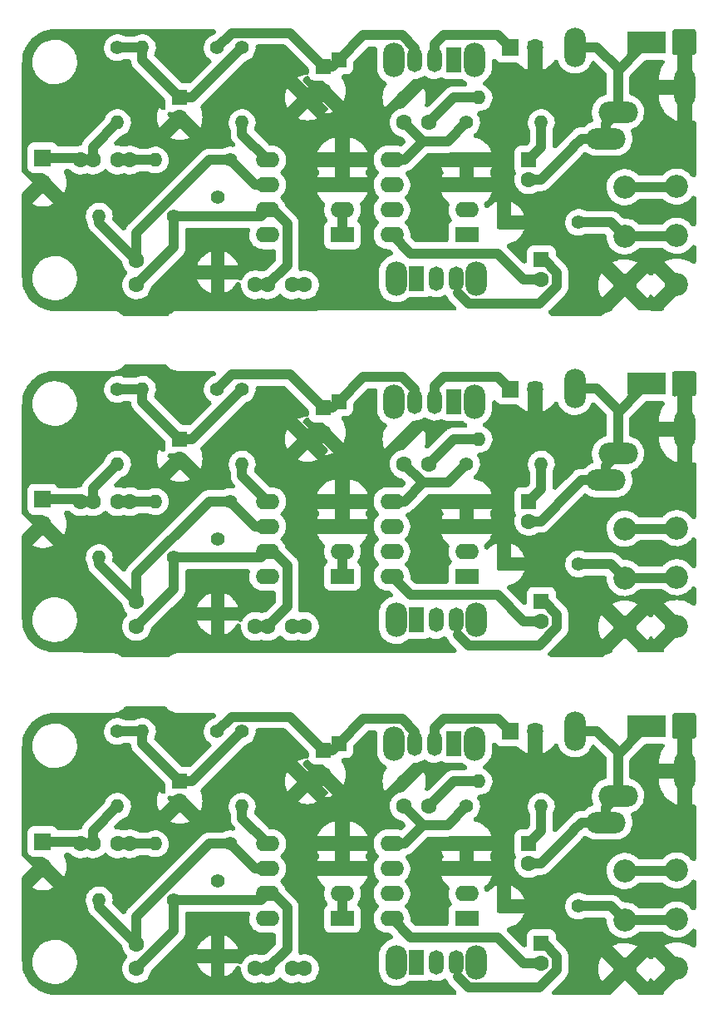
<source format=gbr>
%TF.GenerationSoftware,KiCad,Pcbnew,6.0.0~rc2+dfsg1-1*%
%TF.CreationDate,2022-01-14T16:17:05+00:00*%
%TF.ProjectId,LiRX_tht_nutzen,4c695258-5f74-4687-945f-6e75747a656e,rev?*%
%TF.SameCoordinates,Original*%
%TF.FileFunction,Copper,L1,Top*%
%TF.FilePolarity,Positive*%
%FSLAX46Y46*%
G04 Gerber Fmt 4.6, Leading zero omitted, Abs format (unit mm)*
G04 Created by KiCad (PCBNEW 6.0.0~rc2+dfsg1-1) date 2022-01-14 16:17:05*
%MOMM*%
%LPD*%
G01*
G04 APERTURE LIST*
%TA.AperFunction,ComponentPad*%
%ADD10C,2.340000*%
%TD*%
%TA.AperFunction,ComponentPad*%
%ADD11C,1.400000*%
%TD*%
%TA.AperFunction,ComponentPad*%
%ADD12O,1.400000X1.400000*%
%TD*%
%TA.AperFunction,ComponentPad*%
%ADD13R,1.600000X1.600000*%
%TD*%
%TA.AperFunction,ComponentPad*%
%ADD14C,1.600000*%
%TD*%
%TA.AperFunction,ComponentPad*%
%ADD15O,2.200000X3.500000*%
%TD*%
%TA.AperFunction,ComponentPad*%
%ADD16R,1.500000X2.500000*%
%TD*%
%TA.AperFunction,ComponentPad*%
%ADD17O,1.500000X2.500000*%
%TD*%
%TA.AperFunction,ComponentPad*%
%ADD18R,1.800000X1.800000*%
%TD*%
%TA.AperFunction,ComponentPad*%
%ADD19C,1.800000*%
%TD*%
%TA.AperFunction,ComponentPad*%
%ADD20R,2.400000X1.600000*%
%TD*%
%TA.AperFunction,ComponentPad*%
%ADD21O,2.400000X1.600000*%
%TD*%
%TA.AperFunction,ComponentPad*%
%ADD22O,4.000000X2.200000*%
%TD*%
%TA.AperFunction,ComponentPad*%
%ADD23O,2.200000X4.000000*%
%TD*%
%TA.AperFunction,ComponentPad*%
%ADD24R,4.000000X2.200000*%
%TD*%
%TA.AperFunction,ComponentPad*%
%ADD25R,1.700000X1.700000*%
%TD*%
%TA.AperFunction,ComponentPad*%
%ADD26O,1.700000X1.700000*%
%TD*%
%TA.AperFunction,ViaPad*%
%ADD27C,0.800000*%
%TD*%
%TA.AperFunction,Conductor*%
%ADD28C,1.000000*%
%TD*%
G04 APERTURE END LIST*
D10*
%TO.P,RV3,1,1*%
%TO.N,GND*%
X122705000Y-74355489D03*
%TO.P,RV3,2,2*%
%TO.N,Net-(R2-Pad1)*%
X122705000Y-69355489D03*
%TO.P,RV3,3,3*%
%TO.N,Net-(C10-Pad1)*%
X122705000Y-64355489D03*
%TD*%
%TO.P,RV1,1,1*%
%TO.N,GND*%
X128010000Y-74285489D03*
%TO.P,RV1,2,2*%
%TO.N,Net-(R2-Pad1)*%
X128010000Y-69285489D03*
%TO.P,RV1,3,3*%
%TO.N,Net-(C10-Pad1)*%
X128010000Y-64285489D03*
%TD*%
D11*
%TO.P,R20,1*%
%TO.N,TP2*%
X71030000Y-50155489D03*
D12*
%TO.P,R20,2*%
%TO.N,TP4*%
X71030000Y-57775489D03*
%TD*%
D11*
%TO.P,R19,1*%
%TO.N,Net-(R18-Pad2)*%
X81230000Y-65395489D03*
D12*
%TO.P,R19,2*%
%TO.N,GND*%
X81230000Y-73015489D03*
%TD*%
D13*
%TO.P,C8,1*%
%TO.N,Net-(C8-Pad1)*%
X91985000Y-52060489D03*
X93585000Y-51389552D03*
D14*
%TO.P,C8,2*%
%TO.N,GND*%
X91985000Y-54560489D03*
X90385000Y-55231426D03*
%TD*%
D15*
%TO.P,SW1,*%
%TO.N,*%
X99410000Y-73650489D03*
X107610000Y-73650489D03*
D16*
%TO.P,SW1,1,A*%
%TO.N,unconnected-(SW1-Pad1)*%
X101510000Y-73650489D03*
D17*
%TO.P,SW1,2,B*%
%TO.N,Net-(SW1-Pad2)*%
X103510000Y-73650489D03*
%TO.P,SW1,3,C*%
%TO.N,Net-(C13-Pad1)*%
X105510000Y-73650489D03*
%TD*%
D15*
%TO.P,SW2,*%
%TO.N,*%
X107420000Y-51425489D03*
X99220000Y-51425489D03*
D16*
%TO.P,SW2,1,A*%
%TO.N,unconnected-(SW2-Pad1)*%
X105320000Y-51425489D03*
D17*
%TO.P,SW2,2,B*%
%TO.N,VCC*%
X103320000Y-51425489D03*
%TO.P,SW2,3,C*%
%TO.N,Net-(C8-Pad1)*%
X101320000Y-51425489D03*
%TD*%
D14*
%TO.P,C12,1*%
%TO.N,Net-(C12-Pad1)*%
X100240000Y-57775489D03*
%TO.P,C12,2*%
%TO.N,Net-(C12-Pad2)*%
X102740000Y-57775489D03*
%TD*%
D11*
%TO.P,R18,1*%
%TO.N,TP2*%
X83730000Y-50155489D03*
D12*
%TO.P,R18,2*%
%TO.N,Net-(R18-Pad2)*%
X83730000Y-57775489D03*
%TD*%
D11*
%TO.P,R17,1*%
%TO.N,TP6*%
X76785000Y-67300489D03*
D12*
%TO.P,R17,2*%
%TO.N,TP5*%
X69165000Y-67300489D03*
%TD*%
D11*
%TO.P,R1,1*%
%TO.N,TP5*%
X82500000Y-61585489D03*
D12*
%TO.P,R1,2*%
%TO.N,Net-(C9-Pad1)*%
X74880000Y-61585489D03*
%TD*%
D14*
%TO.P,C10,1*%
%TO.N,Net-(C10-Pad1)*%
X88830000Y-74285489D03*
X90080000Y-74285489D03*
%TO.P,C10,2*%
%TO.N,TP6*%
X85080000Y-74285489D03*
X86330000Y-74285489D03*
%TD*%
D11*
%TO.P,R15,1*%
%TO.N,GND*%
X100240000Y-55235489D03*
D12*
%TO.P,R15,2*%
%TO.N,Net-(C12-Pad2)*%
X107860000Y-55235489D03*
%TD*%
D11*
%TO.P,R14,1*%
%TO.N,Net-(C8-Pad1)*%
X81190000Y-50155489D03*
D12*
%TO.P,R14,2*%
%TO.N,TP2*%
X73570000Y-50155489D03*
%TD*%
D11*
%TO.P,R3,1*%
%TO.N,Net-(C12-Pad1)*%
X106590000Y-57775489D03*
D12*
%TO.P,R3,2*%
%TO.N,Net-(C11-Pad1)*%
X114210000Y-57775489D03*
%TD*%
D11*
%TO.P,R2,1*%
%TO.N,Net-(R2-Pad1)*%
X118020000Y-67935489D03*
D12*
%TO.P,R2,2*%
%TO.N,GND*%
X110400000Y-67935489D03*
%TD*%
D13*
%TO.P,C13,1*%
%TO.N,Net-(C13-Pad1)*%
X114210000Y-71745489D03*
D14*
%TO.P,C13,2*%
%TO.N,Net-(C13-Pad2)*%
X114210000Y-73745489D03*
%TD*%
%TO.P,C9,1*%
%TO.N,Net-(C9-Pad1)*%
X72300000Y-61585489D03*
X71050000Y-61585489D03*
%TO.P,C9,2*%
%TO.N,TP4*%
X68550000Y-61585489D03*
X67300000Y-61585489D03*
%TD*%
%TO.P,C3,1*%
%TO.N,TP6*%
X72975000Y-74285489D03*
%TO.P,C3,2*%
%TO.N,TP5*%
X72975000Y-71785489D03*
%TD*%
D18*
%TO.P,Q3,1,C*%
%TO.N,TP4*%
X63410000Y-61355489D03*
D19*
%TO.P,Q3,2,E*%
%TO.N,GND*%
X63410000Y-63895489D03*
%TD*%
D13*
%TO.P,C14,1*%
%TO.N,TP2*%
X77380000Y-55235489D03*
D14*
%TO.P,C14,2*%
%TO.N,GND*%
X77380000Y-57235489D03*
%TD*%
D13*
%TO.P,C11,1*%
%TO.N,Net-(C11-Pad1)*%
X112940000Y-61585489D03*
D14*
%TO.P,C11,2*%
%TO.N,Net-(C11-Pad2)*%
X112940000Y-63585489D03*
%TD*%
D20*
%TO.P,U3,1*%
%TO.N,Net-(U3-Pad1)*%
X93945000Y-69195489D03*
D21*
%TO.P,U3,2,-*%
X93945000Y-66655489D03*
%TO.P,U3,3,+*%
%TO.N,GND*%
X93945000Y-64115489D03*
%TO.P,U3,4,V-*%
X93945000Y-61575489D03*
%TO.P,U3,5,+*%
%TO.N,Net-(R18-Pad2)*%
X86325000Y-61575489D03*
%TO.P,U3,6,-*%
%TO.N,TP5*%
X86325000Y-64115489D03*
%TO.P,U3,7*%
%TO.N,TP6*%
X86325000Y-66655489D03*
%TO.P,U3,8,V+*%
%TO.N,TP2*%
X86325000Y-69195489D03*
%TD*%
D22*
%TO.P,J4,R*%
%TO.N,Net-(C11-Pad2)*%
X120815000Y-59405489D03*
%TO.P,J4,RN*%
X122015000Y-56705489D03*
D23*
%TO.P,J4,S*%
%TO.N,GND*%
X128815000Y-54205489D03*
D24*
%TO.P,J4,T*%
%TO.N,Net-(C11-Pad2)*%
X124915000Y-49605489D03*
D23*
%TO.P,J4,TN*%
X117615000Y-50105489D03*
%TD*%
D20*
%TO.P,U2,1,GAIN*%
%TO.N,Net-(SW1-Pad2)*%
X106605000Y-69195489D03*
D21*
%TO.P,U2,2,-*%
%TO.N,Net-(R2-Pad1)*%
X106605000Y-66655489D03*
%TO.P,U2,3,+*%
%TO.N,GND*%
X106605000Y-64115489D03*
%TO.P,U2,4,GND*%
X106605000Y-61575489D03*
%TO.P,U2,5*%
%TO.N,Net-(C12-Pad1)*%
X98985000Y-61575489D03*
%TO.P,U2,6,V+*%
%TO.N,Net-(C8-Pad1)*%
X98985000Y-64115489D03*
%TO.P,U2,7,BYPASS*%
%TO.N,unconnected-(U2-Pad7)*%
X98985000Y-66655489D03*
%TO.P,U2,8,GAIN*%
%TO.N,Net-(C13-Pad2)*%
X98985000Y-69195489D03*
%TD*%
D25*
%TO.P,BT1,1,+*%
%TO.N,VCC*%
X111035000Y-50155489D03*
D26*
%TO.P,BT1,2,-*%
%TO.N,GND*%
X113575000Y-50155489D03*
%TD*%
D11*
%TO.P,R15,1*%
%TO.N,GND*%
X100240000Y-89999511D03*
D12*
%TO.P,R15,2*%
%TO.N,Net-(C12-Pad2)*%
X107860000Y-89999511D03*
%TD*%
D11*
%TO.P,R14,1*%
%TO.N,Net-(C8-Pad1)*%
X81190000Y-84919511D03*
D12*
%TO.P,R14,2*%
%TO.N,TP2*%
X73570000Y-84919511D03*
%TD*%
D11*
%TO.P,R3,1*%
%TO.N,Net-(C12-Pad1)*%
X106590000Y-92539511D03*
D12*
%TO.P,R3,2*%
%TO.N,Net-(C11-Pad1)*%
X114210000Y-92539511D03*
%TD*%
D11*
%TO.P,R2,1*%
%TO.N,Net-(R2-Pad1)*%
X118020000Y-102699511D03*
D12*
%TO.P,R2,2*%
%TO.N,GND*%
X110400000Y-102699511D03*
%TD*%
D13*
%TO.P,C8,1*%
%TO.N,Net-(C8-Pad1)*%
X91985000Y-86824511D03*
X93585000Y-86153574D03*
D14*
%TO.P,C8,2*%
%TO.N,GND*%
X91985000Y-89324511D03*
X90385000Y-89995448D03*
%TD*%
D15*
%TO.P,SW1,*%
%TO.N,*%
X99410000Y-108414511D03*
X107610000Y-108414511D03*
D16*
%TO.P,SW1,1,A*%
%TO.N,unconnected-(SW1-Pad1)*%
X101510000Y-108414511D03*
D17*
%TO.P,SW1,2,B*%
%TO.N,Net-(SW1-Pad2)*%
X103510000Y-108414511D03*
%TO.P,SW1,3,C*%
%TO.N,Net-(C13-Pad1)*%
X105510000Y-108414511D03*
%TD*%
D15*
%TO.P,SW2,*%
%TO.N,*%
X107420000Y-86189511D03*
X99220000Y-86189511D03*
D16*
%TO.P,SW2,1,A*%
%TO.N,unconnected-(SW2-Pad1)*%
X105320000Y-86189511D03*
D17*
%TO.P,SW2,2,B*%
%TO.N,VCC*%
X103320000Y-86189511D03*
%TO.P,SW2,3,C*%
%TO.N,Net-(C8-Pad1)*%
X101320000Y-86189511D03*
%TD*%
D10*
%TO.P,RV3,1,1*%
%TO.N,GND*%
X122705000Y-109119511D03*
%TO.P,RV3,2,2*%
%TO.N,Net-(R2-Pad1)*%
X122705000Y-104119511D03*
%TO.P,RV3,3,3*%
%TO.N,Net-(C10-Pad1)*%
X122705000Y-99119511D03*
%TD*%
%TO.P,RV1,1,1*%
%TO.N,GND*%
X128010000Y-109049511D03*
%TO.P,RV1,2,2*%
%TO.N,Net-(R2-Pad1)*%
X128010000Y-104049511D03*
%TO.P,RV1,3,3*%
%TO.N,Net-(C10-Pad1)*%
X128010000Y-99049511D03*
%TD*%
D11*
%TO.P,R20,1*%
%TO.N,TP2*%
X71030000Y-84919511D03*
D12*
%TO.P,R20,2*%
%TO.N,TP4*%
X71030000Y-92539511D03*
%TD*%
D11*
%TO.P,R19,1*%
%TO.N,Net-(R18-Pad2)*%
X81230000Y-100159511D03*
D12*
%TO.P,R19,2*%
%TO.N,GND*%
X81230000Y-107779511D03*
%TD*%
D11*
%TO.P,R18,1*%
%TO.N,TP2*%
X83730000Y-84919511D03*
D12*
%TO.P,R18,2*%
%TO.N,Net-(R18-Pad2)*%
X83730000Y-92539511D03*
%TD*%
D11*
%TO.P,R17,1*%
%TO.N,TP6*%
X76785000Y-102064511D03*
D12*
%TO.P,R17,2*%
%TO.N,TP5*%
X69165000Y-102064511D03*
%TD*%
D11*
%TO.P,R1,1*%
%TO.N,TP5*%
X82500000Y-96349511D03*
D12*
%TO.P,R1,2*%
%TO.N,Net-(C9-Pad1)*%
X74880000Y-96349511D03*
%TD*%
D14*
%TO.P,C10,1*%
%TO.N,Net-(C10-Pad1)*%
X88830000Y-109049511D03*
X90080000Y-109049511D03*
%TO.P,C10,2*%
%TO.N,TP6*%
X85080000Y-109049511D03*
X86330000Y-109049511D03*
%TD*%
%TO.P,C9,1*%
%TO.N,Net-(C9-Pad1)*%
X72300000Y-96349511D03*
X71050000Y-96349511D03*
%TO.P,C9,2*%
%TO.N,TP4*%
X68550000Y-96349511D03*
X67300000Y-96349511D03*
%TD*%
%TO.P,C3,1*%
%TO.N,TP6*%
X72975000Y-109049511D03*
%TO.P,C3,2*%
%TO.N,TP5*%
X72975000Y-106549511D03*
%TD*%
D18*
%TO.P,Q3,1,C*%
%TO.N,TP4*%
X63410000Y-96119511D03*
D19*
%TO.P,Q3,2,E*%
%TO.N,GND*%
X63410000Y-98659511D03*
%TD*%
D13*
%TO.P,C14,1*%
%TO.N,TP2*%
X77380000Y-89999511D03*
D14*
%TO.P,C14,2*%
%TO.N,GND*%
X77380000Y-91999511D03*
%TD*%
D13*
%TO.P,C13,1*%
%TO.N,Net-(C13-Pad1)*%
X114210000Y-106509511D03*
D14*
%TO.P,C13,2*%
%TO.N,Net-(C13-Pad2)*%
X114210000Y-108509511D03*
%TD*%
D13*
%TO.P,C11,1*%
%TO.N,Net-(C11-Pad1)*%
X112940000Y-96349511D03*
D14*
%TO.P,C11,2*%
%TO.N,Net-(C11-Pad2)*%
X112940000Y-98349511D03*
%TD*%
D20*
%TO.P,U3,1*%
%TO.N,Net-(U3-Pad1)*%
X93945000Y-103959511D03*
D21*
%TO.P,U3,2,-*%
X93945000Y-101419511D03*
%TO.P,U3,3,+*%
%TO.N,GND*%
X93945000Y-98879511D03*
%TO.P,U3,4,V-*%
X93945000Y-96339511D03*
%TO.P,U3,5,+*%
%TO.N,Net-(R18-Pad2)*%
X86325000Y-96339511D03*
%TO.P,U3,6,-*%
%TO.N,TP5*%
X86325000Y-98879511D03*
%TO.P,U3,7*%
%TO.N,TP6*%
X86325000Y-101419511D03*
%TO.P,U3,8,V+*%
%TO.N,TP2*%
X86325000Y-103959511D03*
%TD*%
D14*
%TO.P,C12,1*%
%TO.N,Net-(C12-Pad1)*%
X100240000Y-92539511D03*
%TO.P,C12,2*%
%TO.N,Net-(C12-Pad2)*%
X102740000Y-92539511D03*
%TD*%
D22*
%TO.P,J4,R*%
%TO.N,Net-(C11-Pad2)*%
X120815000Y-94169511D03*
%TO.P,J4,RN*%
X122015000Y-91469511D03*
D23*
%TO.P,J4,S*%
%TO.N,GND*%
X128815000Y-88969511D03*
D24*
%TO.P,J4,T*%
%TO.N,Net-(C11-Pad2)*%
X124915000Y-84369511D03*
D23*
%TO.P,J4,TN*%
X117615000Y-84869511D03*
%TD*%
D20*
%TO.P,U2,1,GAIN*%
%TO.N,Net-(SW1-Pad2)*%
X106605000Y-103959511D03*
D21*
%TO.P,U2,2,-*%
%TO.N,Net-(R2-Pad1)*%
X106605000Y-101419511D03*
%TO.P,U2,3,+*%
%TO.N,GND*%
X106605000Y-98879511D03*
%TO.P,U2,4,GND*%
X106605000Y-96339511D03*
%TO.P,U2,5*%
%TO.N,Net-(C12-Pad1)*%
X98985000Y-96339511D03*
%TO.P,U2,6,V+*%
%TO.N,Net-(C8-Pad1)*%
X98985000Y-98879511D03*
%TO.P,U2,7,BYPASS*%
%TO.N,unconnected-(U2-Pad7)*%
X98985000Y-101419511D03*
%TO.P,U2,8,GAIN*%
%TO.N,Net-(C13-Pad2)*%
X98985000Y-103959511D03*
%TD*%
D25*
%TO.P,BT1,1,+*%
%TO.N,VCC*%
X111035000Y-84919511D03*
D26*
%TO.P,BT1,2,-*%
%TO.N,GND*%
X113575000Y-84919511D03*
%TD*%
D25*
%TO.P,BT1,1,+*%
%TO.N,VCC*%
X111035000Y-119750000D03*
D26*
%TO.P,BT1,2,-*%
%TO.N,GND*%
X113575000Y-119750000D03*
%TD*%
D14*
%TO.P,C12,1*%
%TO.N,Net-(C12-Pad1)*%
X100240000Y-127370000D03*
%TO.P,C12,2*%
%TO.N,Net-(C12-Pad2)*%
X102740000Y-127370000D03*
%TD*%
D22*
%TO.P,J4,R*%
%TO.N,Net-(C11-Pad2)*%
X120815000Y-129000000D03*
%TO.P,J4,RN*%
X122015000Y-126300000D03*
D23*
%TO.P,J4,S*%
%TO.N,GND*%
X128815000Y-123800000D03*
D24*
%TO.P,J4,T*%
%TO.N,Net-(C11-Pad2)*%
X124915000Y-119200000D03*
D23*
%TO.P,J4,TN*%
X117615000Y-119700000D03*
%TD*%
D20*
%TO.P,U2,1,GAIN*%
%TO.N,Net-(SW1-Pad2)*%
X106605000Y-138790000D03*
D21*
%TO.P,U2,2,-*%
%TO.N,Net-(R2-Pad1)*%
X106605000Y-136250000D03*
%TO.P,U2,3,+*%
%TO.N,GND*%
X106605000Y-133710000D03*
%TO.P,U2,4,GND*%
X106605000Y-131170000D03*
%TO.P,U2,5*%
%TO.N,Net-(C12-Pad1)*%
X98985000Y-131170000D03*
%TO.P,U2,6,V+*%
%TO.N,Net-(C8-Pad1)*%
X98985000Y-133710000D03*
%TO.P,U2,7,BYPASS*%
%TO.N,unconnected-(U2-Pad7)*%
X98985000Y-136250000D03*
%TO.P,U2,8,GAIN*%
%TO.N,Net-(C13-Pad2)*%
X98985000Y-138790000D03*
%TD*%
D20*
%TO.P,U3,1*%
%TO.N,Net-(U3-Pad1)*%
X93945000Y-138790000D03*
D21*
%TO.P,U3,2,-*%
X93945000Y-136250000D03*
%TO.P,U3,3,+*%
%TO.N,GND*%
X93945000Y-133710000D03*
%TO.P,U3,4,V-*%
X93945000Y-131170000D03*
%TO.P,U3,5,+*%
%TO.N,Net-(R18-Pad2)*%
X86325000Y-131170000D03*
%TO.P,U3,6,-*%
%TO.N,TP5*%
X86325000Y-133710000D03*
%TO.P,U3,7*%
%TO.N,TP6*%
X86325000Y-136250000D03*
%TO.P,U3,8,V+*%
%TO.N,TP2*%
X86325000Y-138790000D03*
%TD*%
D13*
%TO.P,C11,1*%
%TO.N,Net-(C11-Pad1)*%
X112940000Y-131180000D03*
D14*
%TO.P,C11,2*%
%TO.N,Net-(C11-Pad2)*%
X112940000Y-133180000D03*
%TD*%
D13*
%TO.P,C13,1*%
%TO.N,Net-(C13-Pad1)*%
X114210000Y-141340000D03*
D14*
%TO.P,C13,2*%
%TO.N,Net-(C13-Pad2)*%
X114210000Y-143340000D03*
%TD*%
D13*
%TO.P,C14,1*%
%TO.N,TP2*%
X77380000Y-124830000D03*
D14*
%TO.P,C14,2*%
%TO.N,GND*%
X77380000Y-126830000D03*
%TD*%
D18*
%TO.P,Q3,1,C*%
%TO.N,TP4*%
X63410000Y-130950000D03*
D19*
%TO.P,Q3,2,E*%
%TO.N,GND*%
X63410000Y-133490000D03*
%TD*%
D14*
%TO.P,C3,1*%
%TO.N,TP6*%
X72975000Y-143880000D03*
%TO.P,C3,2*%
%TO.N,TP5*%
X72975000Y-141380000D03*
%TD*%
%TO.P,C9,1*%
%TO.N,Net-(C9-Pad1)*%
X72300000Y-131180000D03*
X71050000Y-131180000D03*
%TO.P,C9,2*%
%TO.N,TP4*%
X68550000Y-131180000D03*
X67300000Y-131180000D03*
%TD*%
%TO.P,C10,1*%
%TO.N,Net-(C10-Pad1)*%
X88830000Y-143880000D03*
X90080000Y-143880000D03*
%TO.P,C10,2*%
%TO.N,TP6*%
X85080000Y-143880000D03*
X86330000Y-143880000D03*
%TD*%
D11*
%TO.P,R1,1*%
%TO.N,TP5*%
X82500000Y-131180000D03*
D12*
%TO.P,R1,2*%
%TO.N,Net-(C9-Pad1)*%
X74880000Y-131180000D03*
%TD*%
D11*
%TO.P,R17,1*%
%TO.N,TP6*%
X76785000Y-136895000D03*
D12*
%TO.P,R17,2*%
%TO.N,TP5*%
X69165000Y-136895000D03*
%TD*%
D11*
%TO.P,R18,1*%
%TO.N,TP2*%
X83730000Y-119750000D03*
D12*
%TO.P,R18,2*%
%TO.N,Net-(R18-Pad2)*%
X83730000Y-127370000D03*
%TD*%
D11*
%TO.P,R19,1*%
%TO.N,Net-(R18-Pad2)*%
X81230000Y-134990000D03*
D12*
%TO.P,R19,2*%
%TO.N,GND*%
X81230000Y-142610000D03*
%TD*%
D11*
%TO.P,R20,1*%
%TO.N,TP2*%
X71030000Y-119750000D03*
D12*
%TO.P,R20,2*%
%TO.N,TP4*%
X71030000Y-127370000D03*
%TD*%
D10*
%TO.P,RV1,1,1*%
%TO.N,GND*%
X128010000Y-143880000D03*
%TO.P,RV1,2,2*%
%TO.N,Net-(R2-Pad1)*%
X128010000Y-138880000D03*
%TO.P,RV1,3,3*%
%TO.N,Net-(C10-Pad1)*%
X128010000Y-133880000D03*
%TD*%
%TO.P,RV3,1,1*%
%TO.N,GND*%
X122705000Y-143950000D03*
%TO.P,RV3,2,2*%
%TO.N,Net-(R2-Pad1)*%
X122705000Y-138950000D03*
%TO.P,RV3,3,3*%
%TO.N,Net-(C10-Pad1)*%
X122705000Y-133950000D03*
%TD*%
D15*
%TO.P,SW2,*%
%TO.N,*%
X107420000Y-121020000D03*
X99220000Y-121020000D03*
D16*
%TO.P,SW2,1,A*%
%TO.N,unconnected-(SW2-Pad1)*%
X105320000Y-121020000D03*
D17*
%TO.P,SW2,2,B*%
%TO.N,VCC*%
X103320000Y-121020000D03*
%TO.P,SW2,3,C*%
%TO.N,Net-(C8-Pad1)*%
X101320000Y-121020000D03*
%TD*%
D15*
%TO.P,SW1,*%
%TO.N,*%
X99410000Y-143245000D03*
X107610000Y-143245000D03*
D16*
%TO.P,SW1,1,A*%
%TO.N,unconnected-(SW1-Pad1)*%
X101510000Y-143245000D03*
D17*
%TO.P,SW1,2,B*%
%TO.N,Net-(SW1-Pad2)*%
X103510000Y-143245000D03*
%TO.P,SW1,3,C*%
%TO.N,Net-(C13-Pad1)*%
X105510000Y-143245000D03*
%TD*%
D13*
%TO.P,C8,1*%
%TO.N,Net-(C8-Pad1)*%
X91985000Y-121655000D03*
X93585000Y-120984063D03*
D14*
%TO.P,C8,2*%
%TO.N,GND*%
X91985000Y-124155000D03*
X90385000Y-124825937D03*
%TD*%
D11*
%TO.P,R2,1*%
%TO.N,Net-(R2-Pad1)*%
X118020000Y-137530000D03*
D12*
%TO.P,R2,2*%
%TO.N,GND*%
X110400000Y-137530000D03*
%TD*%
D11*
%TO.P,R3,1*%
%TO.N,Net-(C12-Pad1)*%
X106590000Y-127370000D03*
D12*
%TO.P,R3,2*%
%TO.N,Net-(C11-Pad1)*%
X114210000Y-127370000D03*
%TD*%
D11*
%TO.P,R14,1*%
%TO.N,Net-(C8-Pad1)*%
X81190000Y-119750000D03*
D12*
%TO.P,R14,2*%
%TO.N,TP2*%
X73570000Y-119750000D03*
%TD*%
D11*
%TO.P,R15,1*%
%TO.N,GND*%
X100240000Y-124830000D03*
D12*
%TO.P,R15,2*%
%TO.N,Net-(C12-Pad2)*%
X107860000Y-124830000D03*
%TD*%
D27*
%TO.N,GND*%
X111670000Y-52695489D03*
X118020000Y-75555489D03*
X115725000Y-52800000D03*
X68490000Y-75555489D03*
X68490000Y-48885489D03*
X62140000Y-70475489D03*
X128800000Y-49600000D03*
X62140000Y-55235489D03*
X111670000Y-87459511D03*
X118020000Y-110319511D03*
X68490000Y-83649511D03*
X68490000Y-110319511D03*
X62140000Y-105239511D03*
X128875000Y-84450000D03*
X115650000Y-87600000D03*
X62140000Y-89999511D03*
X68490000Y-145150000D03*
X115700000Y-122300000D03*
X62140000Y-140070000D03*
X62140000Y-124830000D03*
X128750000Y-119275000D03*
X68490000Y-118480000D03*
X118020000Y-145150000D03*
X111670000Y-122290000D03*
%TD*%
D28*
%TO.N,Net-(C9-Pad1)*%
X72300000Y-61585489D02*
X71050000Y-61585489D01*
X72300000Y-96349511D02*
X71050000Y-96349511D01*
X72300000Y-131180000D02*
X71050000Y-131180000D01*
%TO.N,Net-(C11-Pad1)*%
X114210000Y-57775489D02*
X114210000Y-60315489D01*
%TO.N,Net-(C11-Pad2)*%
X114139022Y-63585489D02*
X112940000Y-63585489D01*
%TO.N,Net-(C10-Pad1)*%
X122705000Y-64355489D02*
X127940000Y-64355489D01*
%TO.N,Net-(C11-Pad2)*%
X117480000Y-60244511D02*
X114139022Y-63585489D01*
X122015000Y-56705489D02*
X122015000Y-52505489D01*
%TO.N,Net-(R2-Pad1)*%
X122705000Y-69355489D02*
X127940000Y-69355489D01*
%TO.N,Net-(C9-Pad1)*%
X74880000Y-61585489D02*
X71050000Y-61585489D01*
%TO.N,Net-(C12-Pad2)*%
X105280000Y-55235489D02*
X107860000Y-55235489D01*
%TO.N,Net-(C8-Pad1)*%
X96098583Y-48875969D02*
X100006806Y-48875969D01*
X101320000Y-50189163D02*
X101320000Y-51425489D01*
X91985000Y-52060489D02*
X92914063Y-52060489D01*
X100006806Y-48875969D02*
X101320000Y-50189163D01*
%TO.N,GND*%
X90385000Y-55231426D02*
X91314063Y-55231426D01*
X123170000Y-74285489D02*
X123100000Y-74355489D01*
X91314063Y-55231426D02*
X91985000Y-54560489D01*
%TO.N,TP5*%
X69165000Y-67300489D02*
X69165000Y-67975489D01*
X72975000Y-68989859D02*
X80379370Y-61585489D01*
X72975000Y-71785489D02*
X72975000Y-68989859D01*
X85030000Y-64115489D02*
X86325000Y-64115489D01*
X80379370Y-61585489D02*
X82500000Y-61585489D01*
X82500000Y-61585489D02*
X85030000Y-64115489D01*
X69165000Y-67975489D02*
X72975000Y-71785489D01*
%TO.N,TP2*%
X83730000Y-50155489D02*
X78650000Y-55235489D01*
X73570000Y-51425489D02*
X77380000Y-55235489D01*
X78650000Y-55235489D02*
X77380000Y-55235489D01*
X71030000Y-50155489D02*
X73570000Y-50155489D01*
X73570000Y-50155489D02*
X73570000Y-51425489D01*
%TO.N,TP6*%
X88324520Y-72290969D02*
X88324520Y-68085009D01*
X85080000Y-74285489D02*
X86330000Y-74285489D01*
X86895000Y-66655489D02*
X86325000Y-66655489D01*
X86330000Y-74285489D02*
X88324520Y-72290969D01*
X86325000Y-66655489D02*
X85680000Y-67300489D01*
X88324520Y-68085009D02*
X86895000Y-66655489D01*
X72975000Y-74285489D02*
X76785000Y-70475489D01*
X76785000Y-70475489D02*
X76785000Y-67300489D01*
X85680000Y-67300489D02*
X76785000Y-67300489D01*
%TO.N,TP4*%
X63410000Y-61355489D02*
X67070000Y-61355489D01*
X67070000Y-61355489D02*
X67300000Y-61585489D01*
X68550000Y-61585489D02*
X68550000Y-60255489D01*
X68550000Y-61585489D02*
X67300000Y-61585489D01*
X68550000Y-60255489D02*
X71030000Y-57775489D01*
%TO.N,VCC*%
X103320000Y-50155489D02*
X103320000Y-51595491D01*
X103320000Y-49826467D02*
X104270498Y-48875969D01*
X109755480Y-48875969D02*
X111035000Y-50155489D01*
X104270498Y-48875969D02*
X109755480Y-48875969D01*
X103320000Y-51425489D02*
X103320000Y-49826467D01*
%TO.N,Net-(R18-Pad2)*%
X83730000Y-58980489D02*
X86325000Y-61575489D01*
X83730000Y-57775489D02*
X83730000Y-58980489D01*
%TO.N,Net-(C13-Pad2)*%
X112400000Y-73745489D02*
X114210000Y-73745489D01*
X100890480Y-71100969D02*
X109755480Y-71100969D01*
X109755480Y-71100969D02*
X112400000Y-73745489D01*
X98985000Y-69195489D02*
X100890480Y-71100969D01*
%TO.N,Net-(C13-Pad1)*%
X114017531Y-76200009D02*
X106823194Y-76200009D01*
X115809511Y-74408029D02*
X114017531Y-76200009D01*
X114210000Y-71745489D02*
X114472051Y-71745489D01*
X114472051Y-71745489D02*
X115809511Y-73082949D01*
X106823194Y-76200009D02*
X105749337Y-75126152D01*
X115809511Y-73082949D02*
X115809511Y-74408029D01*
%TO.N,Net-(C11-Pad2)*%
X120815000Y-59405489D02*
X120815000Y-57905489D01*
X119875000Y-50105489D02*
X117615000Y-50105489D01*
X119650000Y-59405489D02*
X120815000Y-59405489D01*
%TO.N,Net-(C10-Pad1)*%
X127940000Y-64355489D02*
X128010000Y-64285489D01*
%TO.N,Net-(C8-Pad1)*%
X92914063Y-52060489D02*
X93585000Y-51389552D01*
%TO.N,Net-(C12-Pad1)*%
X98985000Y-61575489D02*
X100250000Y-61575489D01*
%TO.N,Net-(C8-Pad1)*%
X82689511Y-48655978D02*
X88580489Y-48655978D01*
%TO.N,Net-(C11-Pad2)*%
X122015000Y-52245489D02*
X119875000Y-50105489D01*
%TO.N,Net-(C12-Pad1)*%
X104685000Y-59680489D02*
X106590000Y-57775489D01*
%TO.N,Net-(R2-Pad1)*%
X118020000Y-67935489D02*
X121285000Y-67935489D01*
%TO.N,Net-(C11-Pad2)*%
X122015000Y-52505489D02*
X124367500Y-50152989D01*
%TO.N,Net-(C12-Pad1)*%
X102145000Y-59680489D02*
X104685000Y-59680489D01*
%TO.N,Net-(C11-Pad2)*%
X122015000Y-52505489D02*
X122015000Y-52245489D01*
X120815000Y-57905489D02*
X122015000Y-56705489D01*
X117480000Y-60220489D02*
X118295000Y-59405489D01*
%TO.N,Net-(C8-Pad1)*%
X93585000Y-51389552D02*
X96098583Y-48875969D01*
%TO.N,Net-(C12-Pad2)*%
X102740000Y-57775489D02*
X105280000Y-55235489D01*
%TO.N,Net-(C11-Pad2)*%
X118295000Y-59405489D02*
X119650000Y-59405489D01*
%TO.N,Net-(U3-Pad1)*%
X93945000Y-69195489D02*
X93945000Y-66655489D01*
%TO.N,Net-(C8-Pad1)*%
X81190000Y-50155489D02*
X82689511Y-48655978D01*
%TO.N,Net-(C12-Pad1)*%
X100250000Y-61575489D02*
X102145000Y-59680489D01*
%TO.N,Net-(C8-Pad1)*%
X88580489Y-48655978D02*
X91985000Y-52060489D01*
%TO.N,Net-(C11-Pad2)*%
X124367500Y-50152989D02*
X124915000Y-49605489D01*
X117480000Y-60244511D02*
X117480000Y-60220489D01*
%TO.N,Net-(R2-Pad1)*%
X121285000Y-67935489D02*
X122705000Y-69355489D01*
X127940000Y-69355489D02*
X128010000Y-69285489D01*
%TO.N,Net-(C11-Pad1)*%
X114210000Y-60315489D02*
X112940000Y-61585489D01*
%TO.N,Net-(C12-Pad1)*%
X100240000Y-57775489D02*
X102145000Y-59680489D01*
%TO.N,Net-(U3-Pad1)*%
X93945000Y-103959511D02*
X93945000Y-101419511D01*
%TO.N,Net-(R2-Pad1)*%
X118020000Y-102699511D02*
X121285000Y-102699511D01*
X121285000Y-102699511D02*
X122705000Y-104119511D01*
X127940000Y-104119511D02*
X128010000Y-104049511D01*
X122705000Y-104119511D02*
X127940000Y-104119511D01*
%TO.N,Net-(C12-Pad1)*%
X98985000Y-96339511D02*
X100250000Y-96339511D01*
X100250000Y-96339511D02*
X102145000Y-94444511D01*
X102145000Y-94444511D02*
X104685000Y-94444511D01*
X104685000Y-94444511D02*
X106590000Y-92539511D01*
X100240000Y-92539511D02*
X102145000Y-94444511D01*
%TO.N,Net-(C11-Pad2)*%
X117480000Y-95008533D02*
X117480000Y-94984511D01*
X124367500Y-84917011D02*
X124915000Y-84369511D01*
X118295000Y-94169511D02*
X119650000Y-94169511D01*
X119650000Y-94169511D02*
X120815000Y-94169511D01*
X122015000Y-87269511D02*
X122015000Y-87009511D01*
X119875000Y-84869511D02*
X117615000Y-84869511D01*
X122015000Y-87269511D02*
X124367500Y-84917011D01*
X122015000Y-87009511D02*
X119875000Y-84869511D01*
X117480000Y-95008533D02*
X114139022Y-98349511D01*
X114139022Y-98349511D02*
X112940000Y-98349511D01*
X120815000Y-94169511D02*
X120815000Y-92669511D01*
X122015000Y-91469511D02*
X122015000Y-87269511D01*
X120815000Y-92669511D02*
X122015000Y-91469511D01*
X117480000Y-94984511D02*
X118295000Y-94169511D01*
%TO.N,Net-(C11-Pad1)*%
X114210000Y-92539511D02*
X114210000Y-95079511D01*
X114210000Y-95079511D02*
X112940000Y-96349511D01*
%TO.N,Net-(C8-Pad1)*%
X93585000Y-86153574D02*
X96098583Y-83639991D01*
X81190000Y-84919511D02*
X82689511Y-83420000D01*
X82689511Y-83420000D02*
X88580489Y-83420000D01*
X96098583Y-83639991D02*
X100006806Y-83639991D01*
X92914063Y-86824511D02*
X93585000Y-86153574D01*
X88580489Y-83420000D02*
X91985000Y-86824511D01*
X101320000Y-84953185D02*
X101320000Y-86189511D01*
X91985000Y-86824511D02*
X92914063Y-86824511D01*
X100006806Y-83639991D02*
X101320000Y-84953185D01*
%TO.N,GND*%
X90385000Y-89995448D02*
X91314063Y-89995448D01*
X123170000Y-109049511D02*
X123100000Y-109119511D01*
X91314063Y-89995448D02*
X91985000Y-89324511D01*
%TO.N,TP5*%
X69165000Y-102064511D02*
X69165000Y-102739511D01*
X72975000Y-103753881D02*
X80379370Y-96349511D01*
X72975000Y-106549511D02*
X72975000Y-103753881D01*
X85030000Y-98879511D02*
X86325000Y-98879511D01*
X80379370Y-96349511D02*
X82500000Y-96349511D01*
X82500000Y-96349511D02*
X85030000Y-98879511D01*
X69165000Y-102739511D02*
X72975000Y-106549511D01*
%TO.N,TP2*%
X83730000Y-84919511D02*
X78650000Y-89999511D01*
X73570000Y-86189511D02*
X77380000Y-89999511D01*
X78650000Y-89999511D02*
X77380000Y-89999511D01*
X71030000Y-84919511D02*
X73570000Y-84919511D01*
X73570000Y-84919511D02*
X73570000Y-86189511D01*
%TO.N,TP6*%
X88324520Y-107054991D02*
X88324520Y-102849031D01*
X85080000Y-109049511D02*
X86330000Y-109049511D01*
X86895000Y-101419511D02*
X86325000Y-101419511D01*
X86330000Y-109049511D02*
X88324520Y-107054991D01*
X86325000Y-101419511D02*
X85680000Y-102064511D01*
X88324520Y-102849031D02*
X86895000Y-101419511D01*
X72975000Y-109049511D02*
X76785000Y-105239511D01*
X76785000Y-105239511D02*
X76785000Y-102064511D01*
X85680000Y-102064511D02*
X76785000Y-102064511D01*
%TO.N,TP4*%
X63410000Y-96119511D02*
X67070000Y-96119511D01*
X67070000Y-96119511D02*
X67300000Y-96349511D01*
X68550000Y-96349511D02*
X68550000Y-95019511D01*
X68550000Y-96349511D02*
X67300000Y-96349511D01*
X68550000Y-95019511D02*
X71030000Y-92539511D01*
%TO.N,VCC*%
X103320000Y-84919511D02*
X103320000Y-86359513D01*
X103320000Y-84590489D02*
X104270498Y-83639991D01*
X109755480Y-83639991D02*
X111035000Y-84919511D01*
X104270498Y-83639991D02*
X109755480Y-83639991D01*
X103320000Y-86189511D02*
X103320000Y-84590489D01*
%TO.N,Net-(R18-Pad2)*%
X83730000Y-93744511D02*
X86325000Y-96339511D01*
X83730000Y-92539511D02*
X83730000Y-93744511D01*
%TO.N,Net-(C13-Pad2)*%
X112400000Y-108509511D02*
X114210000Y-108509511D01*
X100890480Y-105864991D02*
X109755480Y-105864991D01*
X109755480Y-105864991D02*
X112400000Y-108509511D01*
X98985000Y-103959511D02*
X100890480Y-105864991D01*
%TO.N,Net-(C13-Pad1)*%
X114017531Y-110964031D02*
X106823194Y-110964031D01*
X115809511Y-109172051D02*
X114017531Y-110964031D01*
X114210000Y-106509511D02*
X114472051Y-106509511D01*
X114472051Y-106509511D02*
X115809511Y-107846971D01*
X106823194Y-110964031D02*
X105749337Y-109890174D01*
X115809511Y-107846971D02*
X115809511Y-109172051D01*
%TO.N,Net-(C12-Pad2)*%
X105280000Y-89999511D02*
X107860000Y-89999511D01*
X102740000Y-92539511D02*
X105280000Y-89999511D01*
%TO.N,Net-(C10-Pad1)*%
X122705000Y-99119511D02*
X127940000Y-99119511D01*
X127940000Y-99119511D02*
X128010000Y-99049511D01*
%TO.N,Net-(C9-Pad1)*%
X74880000Y-96349511D02*
X71050000Y-96349511D01*
X74880000Y-131180000D02*
X71050000Y-131180000D01*
%TO.N,Net-(C10-Pad1)*%
X127940000Y-133950000D02*
X128010000Y-133880000D01*
X122705000Y-133950000D02*
X127940000Y-133950000D01*
%TO.N,Net-(C12-Pad2)*%
X102740000Y-127370000D02*
X105280000Y-124830000D01*
X105280000Y-124830000D02*
X107860000Y-124830000D01*
%TO.N,Net-(C13-Pad1)*%
X115809511Y-142677460D02*
X115809511Y-144002540D01*
X106823194Y-145794520D02*
X105749337Y-144720663D01*
X114472051Y-141340000D02*
X115809511Y-142677460D01*
X114210000Y-141340000D02*
X114472051Y-141340000D01*
X115809511Y-144002540D02*
X114017531Y-145794520D01*
X114017531Y-145794520D02*
X106823194Y-145794520D01*
%TO.N,Net-(C13-Pad2)*%
X98985000Y-138790000D02*
X100890480Y-140695480D01*
X109755480Y-140695480D02*
X112400000Y-143340000D01*
X100890480Y-140695480D02*
X109755480Y-140695480D01*
X112400000Y-143340000D02*
X114210000Y-143340000D01*
%TO.N,Net-(R18-Pad2)*%
X83730000Y-127370000D02*
X83730000Y-128575000D01*
X83730000Y-128575000D02*
X86325000Y-131170000D01*
%TO.N,VCC*%
X103320000Y-121020000D02*
X103320000Y-119420978D01*
X104270498Y-118470480D02*
X109755480Y-118470480D01*
X109755480Y-118470480D02*
X111035000Y-119750000D01*
X103320000Y-119420978D02*
X104270498Y-118470480D01*
X103320000Y-119750000D02*
X103320000Y-121190002D01*
%TO.N,TP4*%
X68550000Y-129850000D02*
X71030000Y-127370000D01*
X68550000Y-131180000D02*
X67300000Y-131180000D01*
X68550000Y-131180000D02*
X68550000Y-129850000D01*
X67070000Y-130950000D02*
X67300000Y-131180000D01*
X63410000Y-130950000D02*
X67070000Y-130950000D01*
%TO.N,TP6*%
X85680000Y-136895000D02*
X76785000Y-136895000D01*
X76785000Y-140070000D02*
X76785000Y-136895000D01*
X72975000Y-143880000D02*
X76785000Y-140070000D01*
X88324520Y-137679520D02*
X86895000Y-136250000D01*
X86325000Y-136250000D02*
X85680000Y-136895000D01*
X86330000Y-143880000D02*
X88324520Y-141885480D01*
X86895000Y-136250000D02*
X86325000Y-136250000D01*
X85080000Y-143880000D02*
X86330000Y-143880000D01*
X88324520Y-141885480D02*
X88324520Y-137679520D01*
%TO.N,TP2*%
X73570000Y-119750000D02*
X73570000Y-121020000D01*
X71030000Y-119750000D02*
X73570000Y-119750000D01*
X78650000Y-124830000D02*
X77380000Y-124830000D01*
X73570000Y-121020000D02*
X77380000Y-124830000D01*
X83730000Y-119750000D02*
X78650000Y-124830000D01*
%TO.N,TP5*%
X69165000Y-137570000D02*
X72975000Y-141380000D01*
X82500000Y-131180000D02*
X85030000Y-133710000D01*
X80379370Y-131180000D02*
X82500000Y-131180000D01*
X85030000Y-133710000D02*
X86325000Y-133710000D01*
X72975000Y-141380000D02*
X72975000Y-138584370D01*
X72975000Y-138584370D02*
X80379370Y-131180000D01*
X69165000Y-136895000D02*
X69165000Y-137570000D01*
%TO.N,GND*%
X91314063Y-124825937D02*
X91985000Y-124155000D01*
X123170000Y-143880000D02*
X123100000Y-143950000D01*
X90385000Y-124825937D02*
X91314063Y-124825937D01*
%TO.N,Net-(C8-Pad1)*%
X100006806Y-118470480D02*
X101320000Y-119783674D01*
X91985000Y-121655000D02*
X92914063Y-121655000D01*
X101320000Y-119783674D02*
X101320000Y-121020000D01*
X88580489Y-118250489D02*
X91985000Y-121655000D01*
X92914063Y-121655000D02*
X93585000Y-120984063D01*
X96098583Y-118470480D02*
X100006806Y-118470480D01*
X82689511Y-118250489D02*
X88580489Y-118250489D01*
X81190000Y-119750000D02*
X82689511Y-118250489D01*
X93585000Y-120984063D02*
X96098583Y-118470480D01*
%TO.N,Net-(C11-Pad1)*%
X114210000Y-129910000D02*
X112940000Y-131180000D01*
X114210000Y-127370000D02*
X114210000Y-129910000D01*
%TO.N,Net-(C11-Pad2)*%
X117480000Y-129815000D02*
X118295000Y-129000000D01*
X120815000Y-127500000D02*
X122015000Y-126300000D01*
X122015000Y-126300000D02*
X122015000Y-122100000D01*
X120815000Y-129000000D02*
X120815000Y-127500000D01*
X114139022Y-133180000D02*
X112940000Y-133180000D01*
X117480000Y-129839022D02*
X114139022Y-133180000D01*
X122015000Y-121840000D02*
X119875000Y-119700000D01*
X122015000Y-122100000D02*
X124367500Y-119747500D01*
X119875000Y-119700000D02*
X117615000Y-119700000D01*
X122015000Y-122100000D02*
X122015000Y-121840000D01*
X119650000Y-129000000D02*
X120815000Y-129000000D01*
X118295000Y-129000000D02*
X119650000Y-129000000D01*
X124367500Y-119747500D02*
X124915000Y-119200000D01*
X117480000Y-129839022D02*
X117480000Y-129815000D01*
%TO.N,Net-(C12-Pad1)*%
X100240000Y-127370000D02*
X102145000Y-129275000D01*
X104685000Y-129275000D02*
X106590000Y-127370000D01*
X102145000Y-129275000D02*
X104685000Y-129275000D01*
X100250000Y-131170000D02*
X102145000Y-129275000D01*
X98985000Y-131170000D02*
X100250000Y-131170000D01*
%TO.N,Net-(R2-Pad1)*%
X122705000Y-138950000D02*
X127940000Y-138950000D01*
X127940000Y-138950000D02*
X128010000Y-138880000D01*
X121285000Y-137530000D02*
X122705000Y-138950000D01*
X118020000Y-137530000D02*
X121285000Y-137530000D01*
%TO.N,Net-(U3-Pad1)*%
X93945000Y-138790000D02*
X93945000Y-136250000D01*
%TD*%
%TA.AperFunction,Conductor*%
%TO.N,GND*%
G36*
X75965510Y-117228954D02*
G01*
X76046292Y-117282930D01*
X76067890Y-117307579D01*
X76082988Y-117327290D01*
X76248301Y-117488195D01*
X76255625Y-117493497D01*
X76369105Y-117575653D01*
X76435164Y-117623478D01*
X76537402Y-117676883D01*
X76631619Y-117726099D01*
X76631623Y-117726101D01*
X76639641Y-117730289D01*
X76648177Y-117733271D01*
X76648181Y-117733273D01*
X76746735Y-117767705D01*
X76857425Y-117806377D01*
X76933346Y-117821046D01*
X77075046Y-117848425D01*
X77075050Y-117848426D01*
X77083929Y-117850141D01*
X77199093Y-117855397D01*
X77270660Y-117858664D01*
X77287706Y-117860030D01*
X77300475Y-117861496D01*
X77314398Y-117861265D01*
X77327491Y-117859320D01*
X77363907Y-117856618D01*
X80843078Y-117854431D01*
X80938378Y-117873325D01*
X81019193Y-117927251D01*
X81073220Y-118007998D01*
X81092234Y-118103274D01*
X81073340Y-118198575D01*
X81019304Y-118279501D01*
X80920452Y-118378353D01*
X80839670Y-118432329D01*
X80821744Y-118438960D01*
X80660978Y-118491507D01*
X80462537Y-118594808D01*
X80283632Y-118729134D01*
X80276569Y-118736525D01*
X80151904Y-118866980D01*
X80129069Y-118890875D01*
X80123316Y-118899308D01*
X80123314Y-118899311D01*
X80041700Y-119018954D01*
X80002998Y-119075689D01*
X79998702Y-119084943D01*
X79998699Y-119084949D01*
X79931962Y-119228722D01*
X79908804Y-119278612D01*
X79875328Y-119399323D01*
X79851868Y-119483919D01*
X79849018Y-119494194D01*
X79847932Y-119504355D01*
X79847931Y-119504361D01*
X79826331Y-119706479D01*
X79826331Y-119706485D01*
X79825245Y-119716646D01*
X79838123Y-119939994D01*
X79887306Y-120158239D01*
X79971475Y-120365521D01*
X79976815Y-120374235D01*
X79976816Y-120374237D01*
X80077970Y-120539305D01*
X80088368Y-120556273D01*
X80234845Y-120725372D01*
X80242707Y-120731899D01*
X80242711Y-120731903D01*
X80370483Y-120837980D01*
X80406975Y-120868276D01*
X80480074Y-120910991D01*
X80484013Y-120913293D01*
X80556721Y-120977733D01*
X80599235Y-121065092D01*
X80605082Y-121162071D01*
X80573372Y-121253906D01*
X80534456Y-121304349D01*
X78529095Y-123309710D01*
X78448313Y-123363686D01*
X78353025Y-123382640D01*
X78309264Y-123378301D01*
X78301251Y-123375790D01*
X78288102Y-123374582D01*
X78288098Y-123374581D01*
X78238468Y-123370021D01*
X78238462Y-123370021D01*
X78232795Y-123369500D01*
X77663835Y-123369500D01*
X77568547Y-123350546D01*
X77487765Y-123296570D01*
X74834749Y-120643554D01*
X74780773Y-120562772D01*
X74761819Y-120467484D01*
X74780773Y-120372196D01*
X74787575Y-120357200D01*
X74839296Y-120252550D01*
X74904332Y-120038493D01*
X74933533Y-119816688D01*
X74934275Y-119786352D01*
X74935001Y-119756626D01*
X74935163Y-119750000D01*
X74916832Y-119527033D01*
X74908584Y-119494194D01*
X74875659Y-119363118D01*
X74862331Y-119310055D01*
X74848660Y-119278612D01*
X74777198Y-119114262D01*
X74777196Y-119114258D01*
X74773123Y-119104891D01*
X74767576Y-119096317D01*
X74767573Y-119096311D01*
X74657153Y-118925628D01*
X74651605Y-118917052D01*
X74501039Y-118751583D01*
X74325470Y-118612927D01*
X74129612Y-118504807D01*
X74119989Y-118501399D01*
X74119986Y-118501398D01*
X73928353Y-118433537D01*
X73928348Y-118433536D01*
X73918725Y-118430128D01*
X73908665Y-118428336D01*
X73708540Y-118392689D01*
X73708538Y-118392689D01*
X73698473Y-118390896D01*
X73688250Y-118390771D01*
X73688249Y-118390771D01*
X73571130Y-118389340D01*
X73474771Y-118388162D01*
X73464670Y-118389708D01*
X73464665Y-118389708D01*
X73310258Y-118413336D01*
X73253626Y-118422002D01*
X73243910Y-118425178D01*
X73243909Y-118425178D01*
X73182285Y-118445320D01*
X73040978Y-118491507D01*
X73031909Y-118496228D01*
X72906779Y-118561366D01*
X72813505Y-118588553D01*
X72791804Y-118589500D01*
X71807196Y-118589500D01*
X71711908Y-118570546D01*
X71686858Y-118558490D01*
X71598555Y-118509744D01*
X71589612Y-118504807D01*
X71579989Y-118501399D01*
X71579986Y-118501398D01*
X71388353Y-118433537D01*
X71388348Y-118433536D01*
X71378725Y-118430128D01*
X71368665Y-118428336D01*
X71168540Y-118392689D01*
X71168538Y-118392689D01*
X71158473Y-118390896D01*
X71148250Y-118390771D01*
X71148249Y-118390771D01*
X71031130Y-118389340D01*
X70934771Y-118388162D01*
X70924670Y-118389708D01*
X70924665Y-118389708D01*
X70770258Y-118413336D01*
X70713626Y-118422002D01*
X70703910Y-118425178D01*
X70703909Y-118425178D01*
X70642285Y-118445320D01*
X70500978Y-118491507D01*
X70302537Y-118594808D01*
X70123632Y-118729134D01*
X70116569Y-118736525D01*
X69991904Y-118866980D01*
X69969069Y-118890875D01*
X69963316Y-118899308D01*
X69963314Y-118899311D01*
X69881700Y-119018954D01*
X69842998Y-119075689D01*
X69838702Y-119084943D01*
X69838699Y-119084949D01*
X69771962Y-119228722D01*
X69748804Y-119278612D01*
X69715328Y-119399323D01*
X69691868Y-119483919D01*
X69689018Y-119494194D01*
X69687932Y-119504355D01*
X69687931Y-119504361D01*
X69666331Y-119706479D01*
X69666331Y-119706485D01*
X69665245Y-119716646D01*
X69678123Y-119939994D01*
X69727306Y-120158239D01*
X69811475Y-120365521D01*
X69816815Y-120374235D01*
X69816816Y-120374237D01*
X69917970Y-120539305D01*
X69928368Y-120556273D01*
X70074845Y-120725372D01*
X70082707Y-120731899D01*
X70082711Y-120731903D01*
X70210483Y-120837980D01*
X70246975Y-120868276D01*
X70440133Y-120981148D01*
X70449676Y-120984792D01*
X70449682Y-120984795D01*
X70639583Y-121057311D01*
X70639587Y-121057312D01*
X70649132Y-121060957D01*
X70760916Y-121083700D01*
X70858346Y-121103523D01*
X70858348Y-121103523D01*
X70868359Y-121105560D01*
X70966397Y-121109155D01*
X71081716Y-121113384D01*
X71081722Y-121113384D01*
X71091928Y-121113758D01*
X71102058Y-121112460D01*
X71102064Y-121112460D01*
X71204742Y-121099306D01*
X71313833Y-121085331D01*
X71323617Y-121082396D01*
X71323620Y-121082395D01*
X71518327Y-121023980D01*
X71518329Y-121023979D01*
X71528116Y-121021043D01*
X71537291Y-121016548D01*
X71537294Y-121016547D01*
X71701933Y-120935891D01*
X71795843Y-120910991D01*
X71811478Y-120910500D01*
X72167089Y-120910500D01*
X72262377Y-120929454D01*
X72343159Y-120983430D01*
X72397135Y-121064212D01*
X72414362Y-121130224D01*
X72415292Y-121138079D01*
X72415975Y-121144570D01*
X72424044Y-121232390D01*
X72427143Y-121243378D01*
X72427350Y-121244496D01*
X72427607Y-121246189D01*
X72428008Y-121248206D01*
X72428414Y-121249849D01*
X72428654Y-121250980D01*
X72429996Y-121262315D01*
X72433381Y-121273215D01*
X72433381Y-121273217D01*
X72456153Y-121346555D01*
X72458004Y-121352803D01*
X72481938Y-121437668D01*
X72486990Y-121447912D01*
X72487399Y-121448978D01*
X72487963Y-121450605D01*
X72488712Y-121452482D01*
X72489422Y-121454050D01*
X72489859Y-121455104D01*
X72493244Y-121466007D01*
X72498558Y-121476107D01*
X72498562Y-121476117D01*
X72534311Y-121544064D01*
X72537270Y-121549870D01*
X72576272Y-121628957D01*
X72583108Y-121638110D01*
X72583684Y-121639051D01*
X72584545Y-121640565D01*
X72585637Y-121642296D01*
X72586606Y-121643686D01*
X72587238Y-121644659D01*
X72592553Y-121654762D01*
X72599621Y-121663728D01*
X72599623Y-121663731D01*
X72647176Y-121724052D01*
X72651141Y-121729220D01*
X72703886Y-121799853D01*
X72712273Y-121807606D01*
X72712274Y-121807607D01*
X72763389Y-121854857D01*
X72770438Y-121861633D01*
X75846571Y-124937766D01*
X75900547Y-125018548D01*
X75919501Y-125113836D01*
X75919501Y-125682794D01*
X75925790Y-125751251D01*
X75929740Y-125763856D01*
X75929741Y-125763860D01*
X75935370Y-125781822D01*
X75945779Y-125878417D01*
X75918431Y-125971644D01*
X75857488Y-126047308D01*
X75772228Y-126093890D01*
X75675633Y-126104299D01*
X75582406Y-126076951D01*
X75521695Y-126032355D01*
X75329541Y-125840201D01*
X75312200Y-125828614D01*
X75312139Y-125828655D01*
X75303170Y-125841172D01*
X75254119Y-125940637D01*
X75247901Y-125955648D01*
X75156221Y-126225730D01*
X75152014Y-126241431D01*
X75096375Y-126521150D01*
X75094251Y-126537277D01*
X75075598Y-126821868D01*
X75075598Y-126838132D01*
X75094251Y-127122723D01*
X75096375Y-127138850D01*
X75152014Y-127418569D01*
X75156221Y-127434270D01*
X75247901Y-127704352D01*
X75254119Y-127719363D01*
X75301353Y-127815144D01*
X75314050Y-127831691D01*
X75314120Y-127831672D01*
X75326637Y-127822703D01*
X76301999Y-126847341D01*
X76313586Y-126830000D01*
X76301999Y-126812659D01*
X76177645Y-126688305D01*
X76123669Y-126607523D01*
X76104715Y-126512235D01*
X76123669Y-126416947D01*
X76177645Y-126336165D01*
X76258427Y-126282189D01*
X76353715Y-126263235D01*
X76428178Y-126274630D01*
X76446137Y-126280258D01*
X76446141Y-126280259D01*
X76458749Y-126284210D01*
X76471903Y-126285419D01*
X76471905Y-126285419D01*
X76521532Y-126289979D01*
X76521538Y-126289979D01*
X76527205Y-126290500D01*
X76549284Y-126290500D01*
X77798020Y-126290499D01*
X77893307Y-126309453D01*
X77974089Y-126363429D01*
X79430459Y-127819799D01*
X79447800Y-127831386D01*
X79447861Y-127831345D01*
X79456830Y-127818828D01*
X79505881Y-127719363D01*
X79512099Y-127704352D01*
X79603779Y-127434270D01*
X79607986Y-127418569D01*
X79663625Y-127138850D01*
X79665749Y-127122723D01*
X79684402Y-126838132D01*
X79684402Y-126821868D01*
X79665749Y-126537277D01*
X79663625Y-126521150D01*
X79607986Y-126241431D01*
X79603779Y-126225730D01*
X79512102Y-125955659D01*
X79505876Y-125940629D01*
X79477353Y-125882789D01*
X79452208Y-125788944D01*
X79464890Y-125692620D01*
X79513468Y-125608482D01*
X79524605Y-125596590D01*
X80287126Y-124834069D01*
X88080598Y-124834069D01*
X88099251Y-125118660D01*
X88101375Y-125134787D01*
X88157014Y-125414506D01*
X88161221Y-125430207D01*
X88252901Y-125700289D01*
X88259119Y-125715300D01*
X88306353Y-125811081D01*
X88319050Y-125827628D01*
X88319120Y-125827609D01*
X88331637Y-125818640D01*
X88859807Y-125290470D01*
X91915946Y-125290470D01*
X91927530Y-125307807D01*
X92393890Y-125774167D01*
X92447866Y-125854949D01*
X92466820Y-125950237D01*
X92447866Y-126045525D01*
X92393890Y-126126307D01*
X92082882Y-126437315D01*
X92073498Y-126451360D01*
X92083989Y-126453447D01*
X92277723Y-126440749D01*
X92293850Y-126438625D01*
X92573569Y-126382986D01*
X92589270Y-126378779D01*
X92859352Y-126287099D01*
X92874363Y-126280881D01*
X92970144Y-126233647D01*
X92986691Y-126220950D01*
X92986672Y-126220880D01*
X92977703Y-126208363D01*
X92002341Y-125233001D01*
X91985000Y-125221414D01*
X91967659Y-125233002D01*
X91927533Y-125273128D01*
X91915946Y-125290470D01*
X88859807Y-125290470D01*
X89306999Y-124843278D01*
X89318586Y-124825937D01*
X89306999Y-124808596D01*
X88334541Y-123836138D01*
X88317200Y-123824551D01*
X88317139Y-123824592D01*
X88308170Y-123837109D01*
X88259119Y-123936574D01*
X88252901Y-123951585D01*
X88161221Y-124221667D01*
X88157014Y-124237368D01*
X88101375Y-124517087D01*
X88099251Y-124533214D01*
X88080598Y-124817805D01*
X88080598Y-124834069D01*
X80287126Y-124834069D01*
X84000919Y-121120276D01*
X84081701Y-121066300D01*
X84105433Y-121057850D01*
X84228116Y-121021043D01*
X84429022Y-120922620D01*
X84611155Y-120792706D01*
X84769624Y-120634789D01*
X84900173Y-120453111D01*
X84999296Y-120252550D01*
X85064332Y-120038493D01*
X85093533Y-119816688D01*
X85094275Y-119786352D01*
X85095001Y-119756626D01*
X85095163Y-119750000D01*
X85089440Y-119680391D01*
X85100523Y-119583871D01*
X85147698Y-119498939D01*
X85223785Y-119438524D01*
X85317200Y-119411826D01*
X85337603Y-119410989D01*
X87996654Y-119410989D01*
X88091942Y-119429943D01*
X88172724Y-119483919D01*
X90451571Y-121762766D01*
X90505547Y-121843548D01*
X90524501Y-121938836D01*
X90524501Y-122278645D01*
X90505547Y-122373933D01*
X90451571Y-122454715D01*
X90370789Y-122508691D01*
X90291786Y-122527112D01*
X90092277Y-122540188D01*
X90076150Y-122542312D01*
X89796431Y-122597951D01*
X89780730Y-122602158D01*
X89510648Y-122693838D01*
X89495637Y-122700056D01*
X89399856Y-122747290D01*
X89383309Y-122759987D01*
X89383328Y-122760057D01*
X89392297Y-122772574D01*
X90367659Y-123747936D01*
X90385001Y-123759523D01*
X90402340Y-123747938D01*
X90442466Y-123707812D01*
X90454055Y-123690468D01*
X90442471Y-123673131D01*
X89976110Y-123206770D01*
X89922134Y-123125988D01*
X89903180Y-123030700D01*
X89922134Y-122935412D01*
X89976110Y-122854630D01*
X90176936Y-122653804D01*
X90257718Y-122599828D01*
X90353006Y-122580874D01*
X90448294Y-122599828D01*
X90529076Y-122653804D01*
X90576679Y-122722679D01*
X90578597Y-122728801D01*
X90586368Y-122741632D01*
X90586370Y-122741637D01*
X90611116Y-122782497D01*
X90661412Y-122865545D01*
X90774455Y-122978588D01*
X90911199Y-123061403D01*
X91063749Y-123109210D01*
X91076903Y-123110419D01*
X91076905Y-123110419D01*
X91126532Y-123114979D01*
X91126538Y-123114979D01*
X91132205Y-123115500D01*
X91903022Y-123115500D01*
X91998307Y-123134453D01*
X92079089Y-123188429D01*
X94035459Y-125144799D01*
X94052800Y-125156386D01*
X94052861Y-125156345D01*
X94061830Y-125143828D01*
X94110881Y-125044363D01*
X94117099Y-125029352D01*
X94208779Y-124759270D01*
X94212986Y-124743569D01*
X94268625Y-124463850D01*
X94270749Y-124447723D01*
X94289402Y-124163132D01*
X94289402Y-124146868D01*
X94270749Y-123862277D01*
X94268625Y-123846150D01*
X94212986Y-123566431D01*
X94208779Y-123550730D01*
X94117102Y-123280659D01*
X94110874Y-123265624D01*
X93984735Y-123009839D01*
X93976605Y-122995758D01*
X93867118Y-122831898D01*
X93829938Y-122742139D01*
X93829939Y-122644984D01*
X93867118Y-122555224D01*
X93935818Y-122486526D01*
X94025577Y-122449346D01*
X94074154Y-122444562D01*
X94437794Y-122444562D01*
X94506251Y-122438273D01*
X94658801Y-122390466D01*
X94795545Y-122307651D01*
X94908588Y-122194608D01*
X94991403Y-122057864D01*
X95039210Y-121905314D01*
X95043224Y-121861633D01*
X95044979Y-121842531D01*
X95044979Y-121842525D01*
X95045500Y-121836858D01*
X95045500Y-121267898D01*
X95064454Y-121172610D01*
X95118430Y-121091828D01*
X96506348Y-119703910D01*
X96587130Y-119649934D01*
X96682418Y-119630980D01*
X97271070Y-119630980D01*
X97366358Y-119649934D01*
X97447140Y-119703910D01*
X97501116Y-119784692D01*
X97520070Y-119879980D01*
X97512409Y-119941271D01*
X97483658Y-120054479D01*
X97483657Y-120054486D01*
X97481384Y-120063435D01*
X97480458Y-120072626D01*
X97480458Y-120072629D01*
X97463327Y-120242764D01*
X97459500Y-120280765D01*
X97459500Y-121736435D01*
X97459843Y-121741044D01*
X97459843Y-121741057D01*
X97464213Y-121799853D01*
X97473955Y-121930948D01*
X97475994Y-121939961D01*
X97475995Y-121939965D01*
X97488327Y-121994464D01*
X97531704Y-122186164D01*
X97575122Y-122297811D01*
X97609853Y-122387121D01*
X97626543Y-122430040D01*
X97631129Y-122438064D01*
X97631130Y-122438066D01*
X97654746Y-122479385D01*
X97756386Y-122657220D01*
X97762100Y-122664469D01*
X97762104Y-122664474D01*
X97785253Y-122693838D01*
X97918383Y-122862712D01*
X98108974Y-123042002D01*
X98116562Y-123047266D01*
X98116567Y-123047270D01*
X98214921Y-123115500D01*
X98323973Y-123191152D01*
X98343979Y-123201018D01*
X98421056Y-123260162D01*
X98469633Y-123344301D01*
X98482314Y-123440625D01*
X98457168Y-123534469D01*
X98440882Y-123562676D01*
X98335183Y-123720864D01*
X98327053Y-123734947D01*
X98206711Y-123978975D01*
X98200484Y-123994010D01*
X98113020Y-124251668D01*
X98108816Y-124267359D01*
X98055732Y-124534235D01*
X98053609Y-124550358D01*
X98035813Y-124821868D01*
X98035813Y-124838132D01*
X98053609Y-125109642D01*
X98055732Y-125125765D01*
X98108816Y-125392641D01*
X98113020Y-125408332D01*
X98200485Y-125665996D01*
X98206707Y-125681016D01*
X98259381Y-125787830D01*
X98272076Y-125804374D01*
X98272147Y-125804355D01*
X98284664Y-125795386D01*
X100240000Y-123840051D01*
X101073866Y-123006184D01*
X101154648Y-122952208D01*
X101248949Y-122933450D01*
X101253316Y-122934029D01*
X101492518Y-122925048D01*
X101502828Y-122922885D01*
X101502834Y-122922884D01*
X101716471Y-122878059D01*
X101716474Y-122878058D01*
X101726788Y-122875894D01*
X101736592Y-122872022D01*
X101736596Y-122872021D01*
X101939614Y-122791845D01*
X101939615Y-122791845D01*
X101949426Y-122787970D01*
X102076641Y-122710773D01*
X102145052Y-122669260D01*
X102145053Y-122669259D01*
X102154066Y-122663790D01*
X102162028Y-122656881D01*
X102170551Y-122650666D01*
X102171570Y-122652064D01*
X102244324Y-122610569D01*
X102340714Y-122598397D01*
X102434424Y-122624037D01*
X102471744Y-122646997D01*
X102574041Y-122723108D01*
X102583437Y-122727885D01*
X102583440Y-122727887D01*
X102778015Y-122826814D01*
X102787417Y-122831594D01*
X102797491Y-122834722D01*
X103005953Y-122899451D01*
X103005955Y-122899451D01*
X103016021Y-122902577D01*
X103149426Y-122920259D01*
X103242866Y-122932644D01*
X103242867Y-122932644D01*
X103253316Y-122934029D01*
X103263842Y-122933634D01*
X103263847Y-122933634D01*
X103363415Y-122929895D01*
X103492518Y-122925048D01*
X103502828Y-122922885D01*
X103502834Y-122922884D01*
X103716471Y-122878059D01*
X103716474Y-122878058D01*
X103726788Y-122875894D01*
X103736592Y-122872022D01*
X103736596Y-122872021D01*
X103949426Y-122787970D01*
X103950132Y-122789757D01*
X104030035Y-122768131D01*
X104126391Y-122780569D01*
X104175936Y-122803570D01*
X104255114Y-122851521D01*
X104296199Y-122876403D01*
X104448749Y-122924210D01*
X104461903Y-122925419D01*
X104461905Y-122925419D01*
X104511532Y-122929979D01*
X104511538Y-122929979D01*
X104517205Y-122930500D01*
X104766221Y-122930500D01*
X106091731Y-122930499D01*
X106187019Y-122949453D01*
X106262342Y-122998135D01*
X106308974Y-123042002D01*
X106316562Y-123047266D01*
X106316567Y-123047270D01*
X106414921Y-123115500D01*
X106523973Y-123191152D01*
X106536195Y-123197179D01*
X106538309Y-123198801D01*
X106540220Y-123199927D01*
X106540082Y-123200162D01*
X106613271Y-123256320D01*
X106661849Y-123340458D01*
X106674532Y-123436782D01*
X106649388Y-123530627D01*
X106590245Y-123607706D01*
X106506107Y-123656284D01*
X106426065Y-123669500D01*
X105327413Y-123669500D01*
X105311127Y-123668967D01*
X105249491Y-123664927D01*
X105238154Y-123666269D01*
X105238151Y-123666269D01*
X105161913Y-123675293D01*
X105155430Y-123675975D01*
X105067610Y-123684044D01*
X105056622Y-123687143D01*
X105055504Y-123687350D01*
X105053811Y-123687607D01*
X105051794Y-123688008D01*
X105050151Y-123688414D01*
X105049020Y-123688654D01*
X105037685Y-123689996D01*
X105026785Y-123693381D01*
X105026783Y-123693381D01*
X104953445Y-123716153D01*
X104947197Y-123718004D01*
X104862332Y-123741938D01*
X104852088Y-123746990D01*
X104851022Y-123747399D01*
X104849395Y-123747963D01*
X104847518Y-123748712D01*
X104845950Y-123749422D01*
X104844896Y-123749859D01*
X104833993Y-123753244D01*
X104823893Y-123758558D01*
X104823883Y-123758562D01*
X104755936Y-123794311D01*
X104750130Y-123797270D01*
X104671043Y-123836272D01*
X104661890Y-123843108D01*
X104660949Y-123843684D01*
X104659435Y-123844545D01*
X104657704Y-123845637D01*
X104656314Y-123846606D01*
X104655341Y-123847238D01*
X104645238Y-123852553D01*
X104636272Y-123859621D01*
X104636269Y-123859623D01*
X104575948Y-123907176D01*
X104570780Y-123911141D01*
X104500147Y-123963886D01*
X104492394Y-123972273D01*
X104492393Y-123972274D01*
X104445143Y-124023389D01*
X104438367Y-124030438D01*
X102765716Y-125703089D01*
X102684934Y-125757065D01*
X102589646Y-125776019D01*
X102494358Y-125757065D01*
X102413576Y-125703089D01*
X102359600Y-125622307D01*
X102340646Y-125527019D01*
X102353860Y-125446981D01*
X102366980Y-125408332D01*
X102371184Y-125392641D01*
X102424268Y-125125765D01*
X102426391Y-125109642D01*
X102444187Y-124838132D01*
X102444187Y-124821868D01*
X102426391Y-124550358D01*
X102424268Y-124534235D01*
X102371184Y-124267359D01*
X102366980Y-124251668D01*
X102279515Y-123994004D01*
X102273293Y-123978984D01*
X102220619Y-123872170D01*
X102207924Y-123855626D01*
X102207853Y-123855645D01*
X102195336Y-123864614D01*
X100240000Y-125819949D01*
X100212152Y-125847797D01*
X100131370Y-125901773D01*
X100073746Y-125917862D01*
X99975179Y-125932945D01*
X99900372Y-125944392D01*
X99890658Y-125947567D01*
X99890654Y-125947568D01*
X99740379Y-125996686D01*
X99672094Y-126019005D01*
X99663027Y-126023725D01*
X99468851Y-126124807D01*
X99459067Y-126129900D01*
X99450892Y-126136038D01*
X99275182Y-126267964D01*
X99275178Y-126267968D01*
X99267013Y-126274098D01*
X99101089Y-126447728D01*
X98965751Y-126646126D01*
X98935112Y-126712133D01*
X98880400Y-126830000D01*
X98864634Y-126863964D01*
X98861907Y-126873799D01*
X98861905Y-126873803D01*
X98803234Y-127085364D01*
X98800453Y-127095392D01*
X98793846Y-127157214D01*
X98776314Y-127321267D01*
X98774932Y-127334195D01*
X98788757Y-127573959D01*
X98791004Y-127583928D01*
X98791004Y-127583931D01*
X98836928Y-127787709D01*
X98841556Y-127808246D01*
X98931911Y-128030763D01*
X98937254Y-128039482D01*
X99047909Y-128220054D01*
X99057396Y-128235536D01*
X99064085Y-128243258D01*
X99176768Y-128373342D01*
X99214640Y-128417063D01*
X99222501Y-128423589D01*
X99371289Y-128547115D01*
X99399421Y-128570471D01*
X99408242Y-128575626D01*
X99408244Y-128575627D01*
X99459381Y-128605509D01*
X99606776Y-128691640D01*
X99616316Y-128695283D01*
X99821588Y-128773669D01*
X99821592Y-128773670D01*
X99831137Y-128777315D01*
X99940160Y-128799496D01*
X99977377Y-128807068D01*
X100066973Y-128844639D01*
X100103804Y-128874999D01*
X100327735Y-129098930D01*
X100381711Y-129179712D01*
X100400665Y-129275000D01*
X100381711Y-129370288D01*
X100327735Y-129451070D01*
X100066631Y-129712174D01*
X99985849Y-129766150D01*
X99890561Y-129785104D01*
X99824019Y-129776048D01*
X99669461Y-129733185D01*
X99669455Y-129733184D01*
X99659608Y-129730453D01*
X99529703Y-129716570D01*
X99470137Y-129710204D01*
X99470134Y-129710204D01*
X99463548Y-129709500D01*
X98524124Y-129709500D01*
X98345645Y-129724174D01*
X98335739Y-129726662D01*
X98335734Y-129726663D01*
X98122634Y-129780190D01*
X98122631Y-129780191D01*
X98112718Y-129782681D01*
X98036133Y-129815981D01*
X97901845Y-129874370D01*
X97901841Y-129874372D01*
X97892474Y-129878445D01*
X97690829Y-130008896D01*
X97683276Y-130015769D01*
X97683273Y-130015771D01*
X97545523Y-130141114D01*
X97513197Y-130170528D01*
X97504466Y-130181583D01*
X97373441Y-130347491D01*
X97364350Y-130359002D01*
X97248283Y-130569256D01*
X97244875Y-130578879D01*
X97244874Y-130578882D01*
X97180782Y-130759873D01*
X97168115Y-130795643D01*
X97125999Y-131032084D01*
X97123065Y-131272228D01*
X97159392Y-131509628D01*
X97162567Y-131519342D01*
X97162568Y-131519346D01*
X97170743Y-131544357D01*
X97234005Y-131737906D01*
X97238725Y-131746973D01*
X97330955Y-131924144D01*
X97344900Y-131950933D01*
X97351038Y-131959108D01*
X97482964Y-132134818D01*
X97482968Y-132134822D01*
X97489098Y-132142987D01*
X97609518Y-132258062D01*
X97612028Y-132260461D01*
X97667824Y-132339997D01*
X97688935Y-132434830D01*
X97672148Y-132530524D01*
X97620018Y-132612509D01*
X97607589Y-132624638D01*
X97513197Y-132710528D01*
X97506861Y-132718551D01*
X97376165Y-132884042D01*
X97364350Y-132899002D01*
X97248283Y-133109256D01*
X97244875Y-133118879D01*
X97244874Y-133118882D01*
X97171525Y-133326013D01*
X97168115Y-133335643D01*
X97125999Y-133572084D01*
X97125874Y-133582305D01*
X97125874Y-133582306D01*
X97125164Y-133640443D01*
X97123065Y-133812228D01*
X97159392Y-134049628D01*
X97162567Y-134059342D01*
X97162568Y-134059346D01*
X97199947Y-134173707D01*
X97234005Y-134277906D01*
X97238725Y-134286973D01*
X97330955Y-134464144D01*
X97344900Y-134490933D01*
X97351038Y-134499108D01*
X97482964Y-134674818D01*
X97482968Y-134674822D01*
X97489098Y-134682987D01*
X97591672Y-134781008D01*
X97612028Y-134800461D01*
X97667824Y-134879997D01*
X97688935Y-134974830D01*
X97672148Y-135070524D01*
X97620018Y-135152509D01*
X97607589Y-135164638D01*
X97513197Y-135250528D01*
X97506861Y-135258551D01*
X97396543Y-135398239D01*
X97364350Y-135439002D01*
X97248283Y-135649256D01*
X97244875Y-135658879D01*
X97244874Y-135658882D01*
X97171525Y-135866013D01*
X97168115Y-135875643D01*
X97125999Y-136112084D01*
X97125874Y-136122305D01*
X97125874Y-136122306D01*
X97125148Y-136181722D01*
X97123065Y-136352228D01*
X97159392Y-136589628D01*
X97162567Y-136599342D01*
X97162568Y-136599346D01*
X97186326Y-136672033D01*
X97234005Y-136817906D01*
X97344900Y-137030933D01*
X97355280Y-137044758D01*
X97482964Y-137214818D01*
X97482968Y-137214822D01*
X97489098Y-137222987D01*
X97575787Y-137305828D01*
X97612028Y-137340461D01*
X97667824Y-137419997D01*
X97688935Y-137514830D01*
X97672148Y-137610524D01*
X97620018Y-137692509D01*
X97607589Y-137704638D01*
X97513197Y-137790528D01*
X97506861Y-137798551D01*
X97379582Y-137959715D01*
X97364350Y-137979002D01*
X97248283Y-138189256D01*
X97244875Y-138198879D01*
X97244874Y-138198882D01*
X97171527Y-138406008D01*
X97168115Y-138415643D01*
X97125999Y-138652084D01*
X97125874Y-138662305D01*
X97125874Y-138662306D01*
X97125298Y-138709454D01*
X97123065Y-138892228D01*
X97159392Y-139129628D01*
X97234005Y-139357906D01*
X97238725Y-139366973D01*
X97300773Y-139486165D01*
X97344900Y-139570933D01*
X97351038Y-139579108D01*
X97482964Y-139754818D01*
X97482968Y-139754822D01*
X97489098Y-139762987D01*
X97662728Y-139928911D01*
X97744529Y-139984712D01*
X97852680Y-140058488D01*
X97852684Y-140058490D01*
X97861126Y-140064249D01*
X97961914Y-140111033D01*
X98069702Y-140161067D01*
X98069705Y-140161068D01*
X98078964Y-140165366D01*
X98088799Y-140168093D01*
X98088803Y-140168095D01*
X98300543Y-140226816D01*
X98300547Y-140226817D01*
X98310392Y-140229547D01*
X98440053Y-140243404D01*
X98499863Y-140249796D01*
X98499866Y-140249796D01*
X98506452Y-140250500D01*
X98701165Y-140250500D01*
X98796453Y-140269454D01*
X98877235Y-140323430D01*
X99038989Y-140485184D01*
X99092965Y-140565966D01*
X99111919Y-140661254D01*
X99092965Y-140756542D01*
X99038989Y-140837324D01*
X98958207Y-140891300D01*
X98932617Y-140900299D01*
X98791731Y-140941364D01*
X98783346Y-140945229D01*
X98783342Y-140945231D01*
X98628989Y-141016389D01*
X98554099Y-141050914D01*
X98335270Y-141194385D01*
X98328381Y-141200534D01*
X98328378Y-141200536D01*
X98241903Y-141277718D01*
X98140051Y-141368624D01*
X97972730Y-141569806D01*
X97940308Y-141623236D01*
X97841773Y-141785615D01*
X97841770Y-141785621D01*
X97836984Y-141793508D01*
X97833415Y-141802019D01*
X97833413Y-141802023D01*
X97793332Y-141897607D01*
X97735794Y-142034819D01*
X97733520Y-142043773D01*
X97733519Y-142043776D01*
X97724615Y-142078836D01*
X97671384Y-142288435D01*
X97670458Y-142297626D01*
X97670458Y-142297629D01*
X97653795Y-142463115D01*
X97649500Y-142505765D01*
X97649500Y-143961435D01*
X97649843Y-143966044D01*
X97649843Y-143966057D01*
X97657218Y-144065294D01*
X97663955Y-144155948D01*
X97665994Y-144164961D01*
X97665995Y-144164965D01*
X97710133Y-144360028D01*
X97721704Y-144411164D01*
X97742539Y-144464741D01*
X97808669Y-144634791D01*
X97816543Y-144655040D01*
X97946386Y-144882220D01*
X97952100Y-144889469D01*
X97952104Y-144889474D01*
X98014709Y-144968887D01*
X98108383Y-145087712D01*
X98298974Y-145267002D01*
X98306562Y-145272266D01*
X98306567Y-145272270D01*
X98367843Y-145314778D01*
X98513973Y-145416152D01*
X98593045Y-145455146D01*
X98679034Y-145497551D01*
X98748656Y-145531885D01*
X98809065Y-145551222D01*
X98989069Y-145608842D01*
X98989072Y-145608843D01*
X98997867Y-145611658D01*
X99123998Y-145632200D01*
X99247017Y-145652235D01*
X99247023Y-145652236D01*
X99256132Y-145653719D01*
X99265362Y-145653840D01*
X99265364Y-145653840D01*
X99440034Y-145656126D01*
X99517777Y-145657144D01*
X99571413Y-145649844D01*
X99767909Y-145623103D01*
X99767913Y-145623102D01*
X99777055Y-145621858D01*
X100028269Y-145548636D01*
X100036654Y-145544771D01*
X100036658Y-145544769D01*
X100257511Y-145442954D01*
X100257513Y-145442953D01*
X100265901Y-145439086D01*
X100410937Y-145343996D01*
X100477002Y-145300682D01*
X100477005Y-145300680D01*
X100484730Y-145295615D01*
X100567895Y-145221388D01*
X100570872Y-145218731D01*
X100654584Y-145169421D01*
X100736676Y-145155500D01*
X102052392Y-145155499D01*
X102312794Y-145155499D01*
X102381251Y-145149210D01*
X102533801Y-145101403D01*
X102658056Y-145026152D01*
X102749380Y-144993003D01*
X102846439Y-144997326D01*
X102899889Y-145017177D01*
X102977417Y-145056594D01*
X102987491Y-145059722D01*
X103195953Y-145124451D01*
X103195955Y-145124451D01*
X103206021Y-145127577D01*
X103359231Y-145147884D01*
X103432866Y-145157644D01*
X103432867Y-145157644D01*
X103443316Y-145159029D01*
X103453842Y-145158634D01*
X103453847Y-145158634D01*
X103553415Y-145154895D01*
X103682518Y-145150048D01*
X103692828Y-145147885D01*
X103692834Y-145147884D01*
X103906471Y-145103059D01*
X103906474Y-145103058D01*
X103916788Y-145100894D01*
X103926592Y-145097022D01*
X103926596Y-145097021D01*
X104129614Y-145016845D01*
X104129615Y-145016845D01*
X104139426Y-145012970D01*
X104275427Y-144930442D01*
X104366721Y-144897213D01*
X104463784Y-144901451D01*
X104551836Y-144942510D01*
X104617474Y-145014140D01*
X104642401Y-145069475D01*
X104667229Y-145149435D01*
X104672581Y-145166670D01*
X104771890Y-145355425D01*
X104879846Y-145492367D01*
X105502409Y-146114930D01*
X105556385Y-146195712D01*
X105575339Y-146291000D01*
X105556385Y-146386288D01*
X105502409Y-146467070D01*
X105421627Y-146521046D01*
X105326339Y-146540000D01*
X64699827Y-146540000D01*
X64667326Y-146537870D01*
X64646962Y-146535189D01*
X64632046Y-146536836D01*
X64625270Y-146536765D01*
X64594947Y-146537639D01*
X64571430Y-146536407D01*
X64303893Y-146522385D01*
X64277987Y-146519662D01*
X63958466Y-146469055D01*
X63932978Y-146463637D01*
X63620480Y-146379903D01*
X63595692Y-146371849D01*
X63293690Y-146255921D01*
X63269881Y-146245321D01*
X62981623Y-146098447D01*
X62959056Y-146085418D01*
X62687741Y-145909224D01*
X62666655Y-145893904D01*
X62415250Y-145690320D01*
X62395881Y-145672881D01*
X62167119Y-145444119D01*
X62149680Y-145424750D01*
X61946096Y-145173345D01*
X61930776Y-145152259D01*
X61868650Y-145056594D01*
X61754582Y-144880944D01*
X61741553Y-144858377D01*
X61594679Y-144570119D01*
X61584079Y-144546310D01*
X61468151Y-144244308D01*
X61460097Y-144219520D01*
X61376363Y-143907022D01*
X61370944Y-143881528D01*
X61369656Y-143873394D01*
X61320338Y-143562013D01*
X61317614Y-143536099D01*
X61311054Y-143410909D01*
X61302969Y-143256643D01*
X61303077Y-143247446D01*
X62374938Y-143247446D01*
X62401110Y-143546598D01*
X62466618Y-143839661D01*
X62570309Y-144121486D01*
X62574157Y-144128785D01*
X62574160Y-144128791D01*
X62621996Y-144219520D01*
X62710362Y-144387121D01*
X62715141Y-144393845D01*
X62715143Y-144393849D01*
X62879530Y-144625163D01*
X62884318Y-144631900D01*
X62889953Y-144637943D01*
X62889954Y-144637944D01*
X63045548Y-144804798D01*
X63089118Y-144851521D01*
X63129763Y-144884907D01*
X63314310Y-145036496D01*
X63321166Y-145042128D01*
X63576384Y-145200370D01*
X63617239Y-145218731D01*
X63830953Y-145314778D01*
X63850289Y-145323468D01*
X63858193Y-145325824D01*
X63858195Y-145325825D01*
X64130165Y-145406902D01*
X64130169Y-145406903D01*
X64138069Y-145409258D01*
X64434667Y-145456235D01*
X64441608Y-145456550D01*
X64441616Y-145456551D01*
X64481965Y-145458383D01*
X64528591Y-145460500D01*
X64716166Y-145460500D01*
X64720256Y-145460228D01*
X64720266Y-145460228D01*
X64818479Y-145453704D01*
X64939635Y-145445657D01*
X65234005Y-145386302D01*
X65517939Y-145288535D01*
X65786449Y-145154076D01*
X65793272Y-145149439D01*
X65793279Y-145149435D01*
X65959462Y-145036496D01*
X66034817Y-144985285D01*
X66040971Y-144979783D01*
X66252528Y-144790630D01*
X66252532Y-144790626D01*
X66258680Y-144785129D01*
X66343694Y-144685941D01*
X66448728Y-144563396D01*
X66448732Y-144563391D01*
X66454104Y-144557123D01*
X66531700Y-144437636D01*
X66613154Y-144312208D01*
X66613156Y-144312204D01*
X66617656Y-144305275D01*
X66708605Y-144113736D01*
X66742918Y-144041474D01*
X66742919Y-144041473D01*
X66746463Y-144034008D01*
X66838262Y-143748088D01*
X66846632Y-143701569D01*
X66889979Y-143460662D01*
X66889980Y-143460654D01*
X66891440Y-143452539D01*
X66901349Y-143234318D01*
X66904688Y-143160794D01*
X66904688Y-143160791D01*
X66905062Y-143152554D01*
X66878890Y-142853402D01*
X66813382Y-142560339D01*
X66709691Y-142278514D01*
X66705615Y-142270782D01*
X66604413Y-142078836D01*
X66569638Y-142012879D01*
X66541588Y-141973408D01*
X66400470Y-141774837D01*
X66400468Y-141774835D01*
X66395682Y-141768100D01*
X66328603Y-141696166D01*
X66196520Y-141554525D01*
X66190882Y-141548479D01*
X66015947Y-141404785D01*
X65965221Y-141363118D01*
X65965218Y-141363116D01*
X65958834Y-141357872D01*
X65703616Y-141199630D01*
X65515667Y-141115162D01*
X65437239Y-141079915D01*
X65437236Y-141079914D01*
X65429711Y-141076532D01*
X65421805Y-141074175D01*
X65149835Y-140993098D01*
X65149831Y-140993097D01*
X65141931Y-140990742D01*
X64845333Y-140943765D01*
X64838392Y-140943450D01*
X64838384Y-140943449D01*
X64798035Y-140941617D01*
X64751409Y-140939500D01*
X64563834Y-140939500D01*
X64559744Y-140939772D01*
X64559734Y-140939772D01*
X64461521Y-140946296D01*
X64340365Y-140954343D01*
X64045995Y-141013698D01*
X63762061Y-141111465D01*
X63493551Y-141245924D01*
X63486728Y-141250561D01*
X63486721Y-141250565D01*
X63431685Y-141287968D01*
X63245183Y-141414715D01*
X63239032Y-141420215D01*
X63239029Y-141420217D01*
X63027472Y-141609370D01*
X63027468Y-141609374D01*
X63021320Y-141614871D01*
X63003023Y-141636219D01*
X62831272Y-141836604D01*
X62831268Y-141836609D01*
X62825896Y-141842877D01*
X62798234Y-141885473D01*
X62679373Y-142068503D01*
X62662344Y-142094725D01*
X62533537Y-142365992D01*
X62441738Y-142651912D01*
X62440275Y-142660043D01*
X62390021Y-142939338D01*
X62390020Y-142939346D01*
X62388560Y-142947461D01*
X62374938Y-143247446D01*
X61303077Y-143247446D01*
X61303345Y-143224732D01*
X61303554Y-143221986D01*
X61304701Y-143213924D01*
X61304847Y-143200000D01*
X61301803Y-143174844D01*
X61300000Y-143144931D01*
X61300000Y-136861646D01*
X67800245Y-136861646D01*
X67813123Y-137084994D01*
X67830838Y-137163601D01*
X67856976Y-137279586D01*
X67862306Y-137303239D01*
X67866150Y-137312705D01*
X67866151Y-137312709D01*
X67930776Y-137471860D01*
X67946475Y-137510521D01*
X67951815Y-137519235D01*
X67951817Y-137519239D01*
X67970976Y-137550504D01*
X68005943Y-137651336D01*
X68007017Y-137660405D01*
X68010293Y-137688085D01*
X68010975Y-137694570D01*
X68019044Y-137782390D01*
X68022143Y-137793378D01*
X68022350Y-137794496D01*
X68022607Y-137796189D01*
X68023008Y-137798206D01*
X68023414Y-137799849D01*
X68023654Y-137800980D01*
X68024996Y-137812315D01*
X68028381Y-137823215D01*
X68028381Y-137823217D01*
X68051153Y-137896555D01*
X68053004Y-137902803D01*
X68076938Y-137987668D01*
X68081990Y-137997912D01*
X68082399Y-137998978D01*
X68082963Y-138000605D01*
X68083712Y-138002482D01*
X68084422Y-138004050D01*
X68084859Y-138005104D01*
X68088244Y-138016007D01*
X68093558Y-138026107D01*
X68093562Y-138026117D01*
X68129311Y-138094064D01*
X68132270Y-138099870D01*
X68171272Y-138178957D01*
X68178108Y-138188110D01*
X68178684Y-138189051D01*
X68179545Y-138190565D01*
X68180637Y-138192296D01*
X68181606Y-138193686D01*
X68182238Y-138194659D01*
X68187553Y-138204762D01*
X68194621Y-138213728D01*
X68194623Y-138213731D01*
X68242176Y-138274052D01*
X68246141Y-138279220D01*
X68298886Y-138349853D01*
X68307273Y-138357606D01*
X68307274Y-138357607D01*
X68358389Y-138404857D01*
X68365438Y-138411633D01*
X71468696Y-141514891D01*
X71522672Y-141595673D01*
X71535534Y-141636219D01*
X71565394Y-141768715D01*
X71576556Y-141818246D01*
X71666911Y-142040763D01*
X71672254Y-142049482D01*
X71777571Y-142221343D01*
X71792396Y-142245536D01*
X71799085Y-142253258D01*
X71941846Y-142418065D01*
X71949640Y-142427063D01*
X71957502Y-142433590D01*
X71957508Y-142433596D01*
X71963653Y-142438698D01*
X72024859Y-142514149D01*
X72052532Y-142607280D01*
X72042459Y-142703911D01*
X71996173Y-142789332D01*
X71984615Y-142802304D01*
X71836089Y-142957728D01*
X71817158Y-142985480D01*
X71708388Y-143144931D01*
X71700751Y-143156126D01*
X71662187Y-143239206D01*
X71627402Y-143314144D01*
X71599634Y-143373964D01*
X71596907Y-143383799D01*
X71596905Y-143383803D01*
X71547481Y-143562020D01*
X71535453Y-143605392D01*
X71525557Y-143697992D01*
X71511279Y-143831595D01*
X71509932Y-143844195D01*
X71523757Y-144083959D01*
X71526004Y-144093928D01*
X71526004Y-144093931D01*
X71574241Y-144307973D01*
X71576556Y-144318246D01*
X71666911Y-144540763D01*
X71672254Y-144549482D01*
X71784694Y-144732967D01*
X71792396Y-144745536D01*
X71799085Y-144753258D01*
X71927484Y-144901485D01*
X71949640Y-144927063D01*
X71957501Y-144933589D01*
X72109429Y-145059722D01*
X72134421Y-145080471D01*
X72143242Y-145085626D01*
X72143244Y-145085627D01*
X72177920Y-145105890D01*
X72341776Y-145201640D01*
X72351316Y-145205283D01*
X72556588Y-145283669D01*
X72556592Y-145283670D01*
X72566137Y-145287315D01*
X72680310Y-145310544D01*
X72791465Y-145333159D01*
X72791467Y-145333159D01*
X72801478Y-145335196D01*
X72901360Y-145338858D01*
X73031267Y-145343622D01*
X73031273Y-145343622D01*
X73041480Y-145343996D01*
X73051611Y-145342698D01*
X73051616Y-145342698D01*
X73183328Y-145325825D01*
X73279696Y-145313480D01*
X73289478Y-145310545D01*
X73289484Y-145310544D01*
X73499940Y-145247404D01*
X73499942Y-145247403D01*
X73509729Y-145244467D01*
X73518904Y-145239972D01*
X73518907Y-145239971D01*
X73647913Y-145176771D01*
X73725401Y-145138810D01*
X73920921Y-144999347D01*
X74091038Y-144829823D01*
X74231183Y-144634791D01*
X74307683Y-144480004D01*
X74333061Y-144428656D01*
X74333061Y-144428655D01*
X74337592Y-144419488D01*
X74378326Y-144285418D01*
X74404436Y-144199481D01*
X74404437Y-144199477D01*
X74407408Y-144189698D01*
X74411674Y-144157292D01*
X74442902Y-144065294D01*
X74482474Y-144013721D01*
X75182051Y-143314144D01*
X79148375Y-143314144D01*
X79150883Y-143329330D01*
X79190483Y-143445990D01*
X79196711Y-143461025D01*
X79317053Y-143705053D01*
X79325181Y-143719132D01*
X79476349Y-143945369D01*
X79486254Y-143958278D01*
X79665646Y-144162835D01*
X79677165Y-144174354D01*
X79881722Y-144353746D01*
X79894631Y-144363651D01*
X80120868Y-144514819D01*
X80134947Y-144522947D01*
X80378975Y-144643289D01*
X80394010Y-144649517D01*
X80506778Y-144687796D01*
X80527455Y-144690518D01*
X80527493Y-144690453D01*
X80530000Y-144675265D01*
X80530000Y-143334527D01*
X80525931Y-143314069D01*
X80505473Y-143310000D01*
X79168848Y-143310000D01*
X79148390Y-143314069D01*
X79148375Y-143314144D01*
X75182051Y-143314144D01*
X76588740Y-141907455D01*
X79149482Y-141907455D01*
X79149547Y-141907493D01*
X79164735Y-141910000D01*
X80505473Y-141910000D01*
X80525931Y-141905931D01*
X80530000Y-141885473D01*
X81930000Y-141885473D01*
X81934069Y-141905931D01*
X81954527Y-141910000D01*
X83291152Y-141910000D01*
X83311610Y-141905931D01*
X83311625Y-141905856D01*
X83309117Y-141890670D01*
X83269517Y-141774010D01*
X83263289Y-141758975D01*
X83142947Y-141514947D01*
X83134819Y-141500868D01*
X82983651Y-141274631D01*
X82973746Y-141261722D01*
X82794354Y-141057165D01*
X82782835Y-141045646D01*
X82578278Y-140866254D01*
X82565369Y-140856349D01*
X82339132Y-140705181D01*
X82325053Y-140697053D01*
X82081025Y-140576711D01*
X82065990Y-140570483D01*
X81953222Y-140532204D01*
X81932545Y-140529482D01*
X81932507Y-140529547D01*
X81930000Y-140544735D01*
X81930000Y-141885473D01*
X80530000Y-141885473D01*
X80530000Y-140548848D01*
X80525931Y-140528390D01*
X80525856Y-140528375D01*
X80510670Y-140530883D01*
X80394010Y-140570483D01*
X80378975Y-140576711D01*
X80134947Y-140697053D01*
X80120868Y-140705181D01*
X79894631Y-140856349D01*
X79881722Y-140866254D01*
X79677165Y-141045646D01*
X79665646Y-141057165D01*
X79486254Y-141261722D01*
X79476349Y-141274631D01*
X79325181Y-141500868D01*
X79317053Y-141514947D01*
X79196711Y-141758975D01*
X79190483Y-141774010D01*
X79152204Y-141886778D01*
X79149482Y-141907455D01*
X76588740Y-141907455D01*
X77572082Y-140924113D01*
X77583975Y-140912975D01*
X77621823Y-140879784D01*
X77621827Y-140879780D01*
X77630404Y-140872258D01*
X77685035Y-140802959D01*
X77689093Y-140797948D01*
X77745496Y-140730131D01*
X77751074Y-140720171D01*
X77751723Y-140719226D01*
X77752730Y-140717859D01*
X77753881Y-140716136D01*
X77754766Y-140714671D01*
X77755379Y-140713728D01*
X77762447Y-140704762D01*
X77772371Y-140685901D01*
X77803516Y-140626703D01*
X77806596Y-140621030D01*
X77849712Y-140544040D01*
X77853382Y-140533228D01*
X77853849Y-140532180D01*
X77854598Y-140530637D01*
X77855398Y-140528774D01*
X77856000Y-140527174D01*
X77856441Y-140526110D01*
X77861756Y-140516007D01*
X77865140Y-140505109D01*
X77887908Y-140431784D01*
X77889922Y-140425587D01*
X77914599Y-140352890D01*
X77914600Y-140352885D01*
X77918270Y-140342074D01*
X77919909Y-140330769D01*
X77920174Y-140329667D01*
X77920636Y-140327987D01*
X77921075Y-140326046D01*
X77921377Y-140324356D01*
X77921619Y-140323217D01*
X77925004Y-140312315D01*
X77930463Y-140266199D01*
X77935373Y-140224712D01*
X77936224Y-140218251D01*
X77947236Y-140142300D01*
X77948875Y-140130996D01*
X77946422Y-140068552D01*
X77945692Y-140049987D01*
X77945500Y-140040211D01*
X77945500Y-138304500D01*
X77964454Y-138209212D01*
X78018430Y-138128430D01*
X78099212Y-138074454D01*
X78194500Y-138055500D01*
X84283321Y-138055500D01*
X84378609Y-138074454D01*
X84459391Y-138128430D01*
X84513367Y-138209212D01*
X84532321Y-138304500D01*
X84518039Y-138387617D01*
X84511526Y-138406008D01*
X84511525Y-138406013D01*
X84508115Y-138415643D01*
X84465999Y-138652084D01*
X84465874Y-138662305D01*
X84465874Y-138662306D01*
X84465298Y-138709454D01*
X84463065Y-138892228D01*
X84499392Y-139129628D01*
X84574005Y-139357906D01*
X84578725Y-139366973D01*
X84640773Y-139486165D01*
X84684900Y-139570933D01*
X84691038Y-139579108D01*
X84822964Y-139754818D01*
X84822968Y-139754822D01*
X84829098Y-139762987D01*
X85002728Y-139928911D01*
X85084529Y-139984712D01*
X85192680Y-140058488D01*
X85192684Y-140058490D01*
X85201126Y-140064249D01*
X85301914Y-140111033D01*
X85409702Y-140161067D01*
X85409705Y-140161068D01*
X85418964Y-140165366D01*
X85428799Y-140168093D01*
X85428803Y-140168095D01*
X85640543Y-140226816D01*
X85640547Y-140226817D01*
X85650392Y-140229547D01*
X85780053Y-140243404D01*
X85839863Y-140249796D01*
X85839866Y-140249796D01*
X85846452Y-140250500D01*
X86785876Y-140250500D01*
X86830512Y-140246830D01*
X86894618Y-140241560D01*
X86991138Y-140252643D01*
X87076071Y-140299819D01*
X87136485Y-140375906D01*
X87163183Y-140469321D01*
X87164020Y-140489723D01*
X87164020Y-141301645D01*
X87145066Y-141396933D01*
X87091090Y-141477715D01*
X86194541Y-142374264D01*
X86113759Y-142428240D01*
X86056134Y-142444329D01*
X86000478Y-142452845D01*
X86000471Y-142452847D01*
X85990372Y-142454392D01*
X85980658Y-142457567D01*
X85980654Y-142457568D01*
X85852254Y-142499536D01*
X85779395Y-142523350D01*
X85682934Y-142534938D01*
X85618918Y-142521389D01*
X85463994Y-142466527D01*
X85463987Y-142466525D01*
X85454357Y-142463115D01*
X85217916Y-142420999D01*
X85207695Y-142420874D01*
X85207694Y-142420874D01*
X85066832Y-142419153D01*
X84977772Y-142418065D01*
X84740372Y-142454392D01*
X84730658Y-142457567D01*
X84730654Y-142457568D01*
X84564047Y-142512024D01*
X84512094Y-142529005D01*
X84299067Y-142639900D01*
X84279737Y-142654413D01*
X84115182Y-142777964D01*
X84115178Y-142777968D01*
X84107013Y-142784098D01*
X83941089Y-142957728D01*
X83922158Y-142985480D01*
X83813388Y-143144931D01*
X83805751Y-143156126D01*
X83801449Y-143165394D01*
X83801445Y-143165401D01*
X83747363Y-143281912D01*
X83690052Y-143360363D01*
X83607081Y-143410909D01*
X83511083Y-143425857D01*
X83416672Y-143402929D01*
X83338221Y-143345618D01*
X83323964Y-143328657D01*
X83312462Y-143313668D01*
X83310453Y-143312507D01*
X83295265Y-143310000D01*
X81954527Y-143310000D01*
X81934069Y-143314069D01*
X81930000Y-143334527D01*
X81930000Y-144671152D01*
X81934069Y-144691610D01*
X81934144Y-144691625D01*
X81949330Y-144689117D01*
X82065990Y-144649517D01*
X82081025Y-144643289D01*
X82325053Y-144522947D01*
X82339132Y-144514819D01*
X82565369Y-144363651D01*
X82578278Y-144353746D01*
X82782835Y-144174354D01*
X82794354Y-144162835D01*
X82973746Y-143958278D01*
X82983651Y-143945369D01*
X83134819Y-143719132D01*
X83142944Y-143705059D01*
X83144665Y-143701569D01*
X83145852Y-143700022D01*
X83147024Y-143697992D01*
X83147291Y-143698146D01*
X83203810Y-143624490D01*
X83287948Y-143575913D01*
X83384272Y-143563231D01*
X83478116Y-143588376D01*
X83555195Y-143647521D01*
X83603772Y-143731659D01*
X83615905Y-143823810D01*
X83616268Y-143823819D01*
X83616211Y-143826140D01*
X83616454Y-143827983D01*
X83616052Y-143832646D01*
X83616018Y-143834029D01*
X83614932Y-143844195D01*
X83628757Y-144083959D01*
X83631004Y-144093928D01*
X83631004Y-144093931D01*
X83679241Y-144307973D01*
X83681556Y-144318246D01*
X83771911Y-144540763D01*
X83777254Y-144549482D01*
X83889694Y-144732967D01*
X83897396Y-144745536D01*
X83904085Y-144753258D01*
X84032484Y-144901485D01*
X84054640Y-144927063D01*
X84062501Y-144933589D01*
X84214429Y-145059722D01*
X84239421Y-145080471D01*
X84248242Y-145085626D01*
X84248244Y-145085627D01*
X84282920Y-145105890D01*
X84446776Y-145201640D01*
X84456316Y-145205283D01*
X84661588Y-145283669D01*
X84661592Y-145283670D01*
X84671137Y-145287315D01*
X84785310Y-145310544D01*
X84896465Y-145333159D01*
X84896467Y-145333159D01*
X84906478Y-145335196D01*
X85006360Y-145338858D01*
X85136267Y-145343622D01*
X85136273Y-145343622D01*
X85146480Y-145343996D01*
X85156611Y-145342698D01*
X85156616Y-145342698D01*
X85288328Y-145325825D01*
X85384696Y-145313480D01*
X85394478Y-145310545D01*
X85394484Y-145310544D01*
X85604948Y-145247402D01*
X85604954Y-145247400D01*
X85614729Y-145244467D01*
X85621035Y-145241378D01*
X85715349Y-145224491D01*
X85799397Y-145240827D01*
X85921137Y-145287315D01*
X86035310Y-145310544D01*
X86146465Y-145333159D01*
X86146467Y-145333159D01*
X86156478Y-145335196D01*
X86256360Y-145338858D01*
X86386267Y-145343622D01*
X86386273Y-145343622D01*
X86396480Y-145343996D01*
X86406611Y-145342698D01*
X86406616Y-145342698D01*
X86538328Y-145325825D01*
X86634696Y-145313480D01*
X86644478Y-145310545D01*
X86644484Y-145310544D01*
X86854940Y-145247404D01*
X86854942Y-145247403D01*
X86864729Y-145244467D01*
X86873904Y-145239972D01*
X86873907Y-145239971D01*
X87002913Y-145176771D01*
X87080401Y-145138810D01*
X87275921Y-144999347D01*
X87404154Y-144871561D01*
X87485030Y-144817726D01*
X87580351Y-144798938D01*
X87675606Y-144818059D01*
X87756293Y-144872176D01*
X87768123Y-144884907D01*
X87782484Y-144901485D01*
X87804640Y-144927063D01*
X87812501Y-144933589D01*
X87964429Y-145059722D01*
X87989421Y-145080471D01*
X87998242Y-145085626D01*
X87998244Y-145085627D01*
X88032920Y-145105890D01*
X88196776Y-145201640D01*
X88206316Y-145205283D01*
X88411588Y-145283669D01*
X88411592Y-145283670D01*
X88421137Y-145287315D01*
X88535310Y-145310544D01*
X88646465Y-145333159D01*
X88646467Y-145333159D01*
X88656478Y-145335196D01*
X88756360Y-145338858D01*
X88886267Y-145343622D01*
X88886273Y-145343622D01*
X88896480Y-145343996D01*
X88906611Y-145342698D01*
X88906616Y-145342698D01*
X89038328Y-145325825D01*
X89134696Y-145313480D01*
X89144478Y-145310545D01*
X89144484Y-145310544D01*
X89354948Y-145247402D01*
X89354954Y-145247400D01*
X89364729Y-145244467D01*
X89371035Y-145241378D01*
X89465349Y-145224491D01*
X89549397Y-145240827D01*
X89671137Y-145287315D01*
X89785310Y-145310544D01*
X89896465Y-145333159D01*
X89896467Y-145333159D01*
X89906478Y-145335196D01*
X90006360Y-145338858D01*
X90136267Y-145343622D01*
X90136273Y-145343622D01*
X90146480Y-145343996D01*
X90156611Y-145342698D01*
X90156616Y-145342698D01*
X90288328Y-145325825D01*
X90384696Y-145313480D01*
X90394478Y-145310545D01*
X90394484Y-145310544D01*
X90604940Y-145247404D01*
X90604942Y-145247403D01*
X90614729Y-145244467D01*
X90623904Y-145239972D01*
X90623907Y-145239971D01*
X90752913Y-145176771D01*
X90830401Y-145138810D01*
X91025921Y-144999347D01*
X91196038Y-144829823D01*
X91336183Y-144634791D01*
X91412683Y-144480004D01*
X91438061Y-144428656D01*
X91438061Y-144428655D01*
X91442592Y-144419488D01*
X91483326Y-144285418D01*
X91509436Y-144199481D01*
X91509437Y-144199477D01*
X91512408Y-144189698D01*
X91532905Y-144034008D01*
X91542891Y-143958155D01*
X91542891Y-143958150D01*
X91543755Y-143951590D01*
X91544845Y-143907022D01*
X91545343Y-143886626D01*
X91545505Y-143880000D01*
X91543401Y-143854402D01*
X91530708Y-143700022D01*
X91525826Y-143640645D01*
X91521769Y-143624490D01*
X91469810Y-143417634D01*
X91469809Y-143417631D01*
X91467319Y-143407718D01*
X91417061Y-143292132D01*
X91375630Y-143196845D01*
X91375628Y-143196841D01*
X91371555Y-143187474D01*
X91344033Y-143144931D01*
X91246652Y-142994405D01*
X91241104Y-142985829D01*
X91228102Y-142971539D01*
X91086352Y-142815758D01*
X91079472Y-142808197D01*
X90973965Y-142724873D01*
X90899015Y-142665681D01*
X90899012Y-142665679D01*
X90890998Y-142659350D01*
X90680744Y-142543283D01*
X90671121Y-142539875D01*
X90671118Y-142539874D01*
X90463987Y-142466525D01*
X90463985Y-142466525D01*
X90454357Y-142463115D01*
X90217916Y-142420999D01*
X90207695Y-142420874D01*
X90207694Y-142420874D01*
X90066832Y-142419153D01*
X89977772Y-142418065D01*
X89740372Y-142454392D01*
X89739959Y-142451693D01*
X89661092Y-142454648D01*
X89570004Y-142420856D01*
X89498780Y-142354778D01*
X89458266Y-142266473D01*
X89454628Y-142169386D01*
X89455853Y-142163259D01*
X89457789Y-142157554D01*
X89459427Y-142146260D01*
X89459692Y-142145155D01*
X89460151Y-142143488D01*
X89460597Y-142141512D01*
X89460897Y-142139835D01*
X89461139Y-142138698D01*
X89464524Y-142127795D01*
X89474897Y-142040150D01*
X89475738Y-142033758D01*
X89488394Y-141946476D01*
X89486863Y-141907493D01*
X89485212Y-141865483D01*
X89485020Y-141855708D01*
X89485020Y-137726934D01*
X89485553Y-137710648D01*
X89486742Y-137692509D01*
X89489593Y-137649011D01*
X89484409Y-137605209D01*
X89479227Y-137561433D01*
X89478545Y-137554948D01*
X89471520Y-137478494D01*
X89470476Y-137467130D01*
X89467377Y-137456142D01*
X89467170Y-137455024D01*
X89466913Y-137453331D01*
X89466512Y-137451314D01*
X89466106Y-137449671D01*
X89465866Y-137448540D01*
X89464524Y-137437205D01*
X89458756Y-137418628D01*
X89438367Y-137352965D01*
X89436515Y-137346714D01*
X89434819Y-137340699D01*
X89412582Y-137261852D01*
X89407530Y-137251608D01*
X89407121Y-137250542D01*
X89406557Y-137248915D01*
X89405808Y-137247038D01*
X89405098Y-137245470D01*
X89404661Y-137244416D01*
X89401276Y-137233513D01*
X89395962Y-137223413D01*
X89395958Y-137223403D01*
X89360209Y-137155456D01*
X89357250Y-137149650D01*
X89345623Y-137126074D01*
X89318248Y-137070563D01*
X89311412Y-137061410D01*
X89310836Y-137060469D01*
X89309975Y-137058955D01*
X89308883Y-137057224D01*
X89307914Y-137055834D01*
X89307282Y-137054861D01*
X89301967Y-137044758D01*
X89291069Y-137030933D01*
X89247344Y-136975468D01*
X89243378Y-136970299D01*
X89197467Y-136908818D01*
X89190634Y-136899667D01*
X89131130Y-136844662D01*
X89124082Y-136837887D01*
X88170398Y-135884203D01*
X88116422Y-135803421D01*
X88109800Y-135785522D01*
X88075995Y-135682094D01*
X87979491Y-135496711D01*
X87969819Y-135478132D01*
X87965100Y-135469067D01*
X87876666Y-135351284D01*
X87827036Y-135285182D01*
X87827032Y-135285178D01*
X87820902Y-135277013D01*
X87697972Y-135159539D01*
X87642176Y-135080003D01*
X87621065Y-134985170D01*
X87637852Y-134889476D01*
X87689982Y-134807491D01*
X87702411Y-134795362D01*
X87796803Y-134709472D01*
X87857071Y-134633159D01*
X87939319Y-134529015D01*
X87939321Y-134529012D01*
X87945650Y-134520998D01*
X87977035Y-134464144D01*
X91374744Y-134464144D01*
X91377252Y-134479330D01*
X91412898Y-134584341D01*
X91419125Y-134599375D01*
X91545265Y-134855161D01*
X91553395Y-134869242D01*
X91711836Y-135106368D01*
X91721750Y-135119289D01*
X91909790Y-135333706D01*
X91921301Y-135345217D01*
X92095563Y-135498041D01*
X92154707Y-135575119D01*
X92179853Y-135668964D01*
X92166103Y-135768368D01*
X92131527Y-135866006D01*
X92131525Y-135866013D01*
X92128115Y-135875643D01*
X92085999Y-136112084D01*
X92085874Y-136122305D01*
X92085874Y-136122306D01*
X92085148Y-136181722D01*
X92083065Y-136352228D01*
X92119392Y-136589628D01*
X92122567Y-136599342D01*
X92122568Y-136599346D01*
X92146326Y-136672033D01*
X92194005Y-136817906D01*
X92304900Y-137030933D01*
X92311037Y-137039106D01*
X92311039Y-137039110D01*
X92351952Y-137093601D01*
X92372789Y-137121352D01*
X92376334Y-137126074D01*
X92418390Y-137213655D01*
X92423729Y-137310663D01*
X92391538Y-137402330D01*
X92336342Y-137465269D01*
X92334455Y-137466412D01*
X92221412Y-137579455D01*
X92138597Y-137716199D01*
X92090790Y-137868749D01*
X92089581Y-137881903D01*
X92089581Y-137881905D01*
X92087950Y-137899661D01*
X92084500Y-137937205D01*
X92084501Y-139642794D01*
X92090790Y-139711251D01*
X92138597Y-139863801D01*
X92221412Y-140000545D01*
X92334455Y-140113588D01*
X92471199Y-140196403D01*
X92623749Y-140244210D01*
X92636903Y-140245419D01*
X92636905Y-140245419D01*
X92686532Y-140249979D01*
X92686538Y-140249979D01*
X92692205Y-140250500D01*
X93944670Y-140250500D01*
X95197794Y-140250499D01*
X95266251Y-140244210D01*
X95418801Y-140196403D01*
X95555545Y-140113588D01*
X95668588Y-140000545D01*
X95751403Y-139863801D01*
X95799210Y-139711251D01*
X95800419Y-139698095D01*
X95804979Y-139648468D01*
X95804979Y-139648462D01*
X95805500Y-139642795D01*
X95805499Y-137937206D01*
X95799210Y-137868749D01*
X95751403Y-137716199D01*
X95668588Y-137579455D01*
X95555545Y-137466412D01*
X95554185Y-137465588D01*
X95496279Y-137398149D01*
X95466014Y-137305828D01*
X95473382Y-137208953D01*
X95517800Y-137121587D01*
X95559319Y-137069015D01*
X95559321Y-137069012D01*
X95565650Y-137060998D01*
X95681717Y-136850744D01*
X95690531Y-136825856D01*
X95758475Y-136633987D01*
X95758475Y-136633985D01*
X95761885Y-136624357D01*
X95804001Y-136387916D01*
X95806935Y-136147772D01*
X95770608Y-135910372D01*
X95767431Y-135900651D01*
X95722228Y-135762352D01*
X95710640Y-135665891D01*
X95736848Y-135572338D01*
X95794728Y-135497787D01*
X95968698Y-135345218D01*
X95980210Y-135333706D01*
X96168257Y-135119281D01*
X96178155Y-135106380D01*
X96336607Y-134869241D01*
X96344735Y-134855161D01*
X96470875Y-134599375D01*
X96477102Y-134584341D01*
X96511427Y-134483222D01*
X96514149Y-134462545D01*
X96514084Y-134462507D01*
X96498896Y-134460000D01*
X91395217Y-134460000D01*
X91374759Y-134464069D01*
X91374744Y-134464144D01*
X87977035Y-134464144D01*
X88061717Y-134310744D01*
X88068043Y-134292882D01*
X88138475Y-134093987D01*
X88138475Y-134093985D01*
X88141885Y-134084357D01*
X88184001Y-133847916D01*
X88186935Y-133607772D01*
X88150608Y-133370372D01*
X88146899Y-133359022D01*
X88079172Y-133151814D01*
X88075995Y-133142094D01*
X87979085Y-132955931D01*
X87969819Y-132938132D01*
X87965100Y-132929067D01*
X87908383Y-132853527D01*
X87827036Y-132745182D01*
X87827032Y-132745178D01*
X87820902Y-132737013D01*
X87697972Y-132619539D01*
X87642176Y-132540003D01*
X87621065Y-132445170D01*
X87637852Y-132349476D01*
X87689982Y-132267491D01*
X87702411Y-132255362D01*
X87796803Y-132169472D01*
X87890184Y-132051231D01*
X87939319Y-131989015D01*
X87939321Y-131989012D01*
X87945650Y-131980998D01*
X87977035Y-131924144D01*
X91374744Y-131924144D01*
X91377252Y-131939330D01*
X91412898Y-132044341D01*
X91419125Y-132059375D01*
X91545262Y-132315155D01*
X91545463Y-132315503D01*
X91545528Y-132315693D01*
X91548868Y-132322467D01*
X91547976Y-132322907D01*
X91576691Y-132407502D01*
X91570336Y-132504449D01*
X91548435Y-132557318D01*
X91548868Y-132557532D01*
X91545609Y-132564140D01*
X91545456Y-132564510D01*
X91545256Y-132564856D01*
X91419125Y-132820625D01*
X91412898Y-132835659D01*
X91378573Y-132936778D01*
X91375851Y-132957455D01*
X91375916Y-132957493D01*
X91391104Y-132960000D01*
X93170473Y-132960000D01*
X93190931Y-132955931D01*
X93195000Y-132935473D01*
X94695000Y-132935473D01*
X94699069Y-132955931D01*
X94719527Y-132960000D01*
X96494783Y-132960000D01*
X96515241Y-132955931D01*
X96515256Y-132955856D01*
X96512748Y-132940670D01*
X96477102Y-132835659D01*
X96470875Y-132820625D01*
X96344738Y-132564845D01*
X96344537Y-132564497D01*
X96344472Y-132564307D01*
X96341132Y-132557533D01*
X96342024Y-132557093D01*
X96313309Y-132472498D01*
X96319664Y-132375551D01*
X96341565Y-132322682D01*
X96341132Y-132322468D01*
X96344391Y-132315860D01*
X96344544Y-132315490D01*
X96344744Y-132315144D01*
X96470875Y-132059375D01*
X96477102Y-132044341D01*
X96511427Y-131943222D01*
X96514149Y-131922545D01*
X96514084Y-131922507D01*
X96498896Y-131920000D01*
X94719527Y-131920000D01*
X94699069Y-131924069D01*
X94695000Y-131944527D01*
X94695000Y-132935473D01*
X93195000Y-132935473D01*
X93195000Y-131944527D01*
X93190931Y-131924069D01*
X93170473Y-131920000D01*
X91395217Y-131920000D01*
X91374759Y-131924069D01*
X91374744Y-131924144D01*
X87977035Y-131924144D01*
X88061717Y-131770744D01*
X88141885Y-131544357D01*
X88184001Y-131307916D01*
X88186935Y-131067772D01*
X88150608Y-130830372D01*
X88142546Y-130805704D01*
X88079172Y-130611814D01*
X88075995Y-130602094D01*
X87991263Y-130439326D01*
X87979878Y-130417455D01*
X91375851Y-130417455D01*
X91375916Y-130417493D01*
X91391104Y-130420000D01*
X93170473Y-130420000D01*
X93190931Y-130415931D01*
X93195000Y-130395473D01*
X94695000Y-130395473D01*
X94699069Y-130415931D01*
X94719527Y-130420000D01*
X96494783Y-130420000D01*
X96515241Y-130415931D01*
X96515256Y-130415856D01*
X96512748Y-130400670D01*
X96477102Y-130295659D01*
X96470875Y-130280625D01*
X96344735Y-130024839D01*
X96336605Y-130010758D01*
X96178164Y-129773632D01*
X96168250Y-129760711D01*
X95980210Y-129546294D01*
X95968706Y-129534790D01*
X95754289Y-129346750D01*
X95741368Y-129336836D01*
X95504242Y-129178395D01*
X95490161Y-129170265D01*
X95234376Y-129044126D01*
X95219341Y-129037898D01*
X94949272Y-128946222D01*
X94933573Y-128942015D01*
X94719051Y-128899344D01*
X94698197Y-128899344D01*
X94695000Y-128907063D01*
X94695000Y-130395473D01*
X93195000Y-130395473D01*
X93195000Y-128919087D01*
X93190931Y-128898629D01*
X93182736Y-128896999D01*
X92956427Y-128942015D01*
X92940728Y-128946222D01*
X92670659Y-129037898D01*
X92655624Y-129044126D01*
X92399839Y-129170265D01*
X92385758Y-129178395D01*
X92148632Y-129336836D01*
X92135711Y-129346750D01*
X91921294Y-129534790D01*
X91909790Y-129546294D01*
X91721743Y-129760719D01*
X91711845Y-129773620D01*
X91553393Y-130010759D01*
X91545265Y-130024839D01*
X91419125Y-130280625D01*
X91412898Y-130295659D01*
X91378573Y-130396778D01*
X91375851Y-130417455D01*
X87979878Y-130417455D01*
X87969819Y-130398132D01*
X87965100Y-130389067D01*
X87918653Y-130327205D01*
X87827036Y-130205182D01*
X87827032Y-130205178D01*
X87820902Y-130197013D01*
X87647272Y-130031089D01*
X87513594Y-129939900D01*
X87457320Y-129901512D01*
X87457316Y-129901510D01*
X87448874Y-129895751D01*
X87305082Y-129829005D01*
X87240298Y-129798933D01*
X87240295Y-129798932D01*
X87231036Y-129794634D01*
X87221201Y-129791907D01*
X87221197Y-129791905D01*
X87009457Y-129733184D01*
X87009453Y-129733183D01*
X86999608Y-129730453D01*
X86869703Y-129716570D01*
X86810137Y-129710204D01*
X86810134Y-129710204D01*
X86803548Y-129709500D01*
X86608835Y-129709500D01*
X86513547Y-129690546D01*
X86432765Y-129636570D01*
X85016249Y-128220054D01*
X84962273Y-128139272D01*
X84943319Y-128043984D01*
X84962273Y-127948696D01*
X84969093Y-127933661D01*
X84971613Y-127928562D01*
X84999296Y-127872550D01*
X85064332Y-127658493D01*
X85093533Y-127436688D01*
X85095163Y-127370000D01*
X85093059Y-127344402D01*
X85077669Y-127157214D01*
X85076832Y-127147033D01*
X85068584Y-127114194D01*
X85037280Y-126989571D01*
X85022331Y-126930055D01*
X85017207Y-126918269D01*
X85006540Y-126893737D01*
X89383614Y-126893737D01*
X89383655Y-126893798D01*
X89396172Y-126902767D01*
X89495637Y-126951818D01*
X89510648Y-126958036D01*
X89780730Y-127049716D01*
X89796431Y-127053923D01*
X90076150Y-127109562D01*
X90092277Y-127111686D01*
X90376868Y-127130339D01*
X90393132Y-127130339D01*
X90677723Y-127111686D01*
X90693850Y-127109562D01*
X90973569Y-127053923D01*
X90989270Y-127049716D01*
X91259352Y-126958036D01*
X91274363Y-126951818D01*
X91370144Y-126904584D01*
X91386691Y-126891887D01*
X91386672Y-126891817D01*
X91377703Y-126879300D01*
X90402341Y-125903938D01*
X90385000Y-125892351D01*
X90367659Y-125903938D01*
X89395201Y-126876396D01*
X89383614Y-126893737D01*
X85006540Y-126893737D01*
X84937198Y-126734262D01*
X84937196Y-126734258D01*
X84933123Y-126724891D01*
X84927576Y-126716317D01*
X84927573Y-126716311D01*
X84817153Y-126545628D01*
X84811605Y-126537052D01*
X84661039Y-126371583D01*
X84485470Y-126232927D01*
X84289612Y-126124807D01*
X84279989Y-126121399D01*
X84279986Y-126121398D01*
X84088353Y-126053537D01*
X84088348Y-126053536D01*
X84078725Y-126050128D01*
X84068665Y-126048336D01*
X83868540Y-126012689D01*
X83868538Y-126012689D01*
X83858473Y-126010896D01*
X83848250Y-126010771D01*
X83848249Y-126010771D01*
X83731130Y-126009340D01*
X83634771Y-126008162D01*
X83624670Y-126009708D01*
X83624665Y-126009708D01*
X83476669Y-126032355D01*
X83413626Y-126042002D01*
X83403910Y-126045178D01*
X83403909Y-126045178D01*
X83306701Y-126076951D01*
X83200978Y-126111507D01*
X83002537Y-126214808D01*
X82823632Y-126349134D01*
X82816569Y-126356525D01*
X82702560Y-126475829D01*
X82669069Y-126510875D01*
X82542998Y-126695689D01*
X82538702Y-126704943D01*
X82538699Y-126704949D01*
X82476878Y-126838132D01*
X82448804Y-126898612D01*
X82443353Y-126918269D01*
X82396964Y-127085543D01*
X82389018Y-127114194D01*
X82387932Y-127124355D01*
X82387931Y-127124361D01*
X82366331Y-127326479D01*
X82366331Y-127326485D01*
X82365245Y-127336646D01*
X82378123Y-127559994D01*
X82400320Y-127658493D01*
X82422722Y-127757896D01*
X82427306Y-127778239D01*
X82431150Y-127787705D01*
X82431151Y-127787709D01*
X82454534Y-127845293D01*
X82511475Y-127985521D01*
X82529261Y-128014545D01*
X82532808Y-128020333D01*
X82566435Y-128111483D01*
X82569500Y-128150434D01*
X82569500Y-128527587D01*
X82568967Y-128543872D01*
X82564927Y-128605509D01*
X82566269Y-128616846D01*
X82566269Y-128616849D01*
X82575293Y-128693087D01*
X82575975Y-128699570D01*
X82584044Y-128787390D01*
X82587143Y-128798378D01*
X82587350Y-128799496D01*
X82587607Y-128801189D01*
X82588008Y-128803206D01*
X82588414Y-128804849D01*
X82588654Y-128805980D01*
X82589996Y-128817315D01*
X82593381Y-128828215D01*
X82593381Y-128828217D01*
X82616153Y-128901555D01*
X82618004Y-128907803D01*
X82641938Y-128992668D01*
X82646990Y-129002912D01*
X82647399Y-129003978D01*
X82647963Y-129005605D01*
X82648712Y-129007482D01*
X82649422Y-129009050D01*
X82649859Y-129010104D01*
X82653244Y-129021007D01*
X82658558Y-129031107D01*
X82658562Y-129031117D01*
X82694311Y-129099064D01*
X82697270Y-129104870D01*
X82736272Y-129183957D01*
X82743108Y-129193110D01*
X82743684Y-129194051D01*
X82744545Y-129195565D01*
X82745637Y-129197296D01*
X82746606Y-129198686D01*
X82747238Y-129199659D01*
X82752553Y-129209762D01*
X82759621Y-129218728D01*
X82759623Y-129218731D01*
X82807176Y-129279052D01*
X82811141Y-129284220D01*
X82863886Y-129354853D01*
X82920306Y-129407007D01*
X82977413Y-129485606D01*
X83000093Y-129580077D01*
X82984895Y-129676036D01*
X82934131Y-129758874D01*
X82855532Y-129815981D01*
X82761061Y-129838661D01*
X82707621Y-129834994D01*
X82628473Y-129820896D01*
X82618250Y-129820771D01*
X82618249Y-129820771D01*
X82501130Y-129819340D01*
X82404771Y-129818162D01*
X82394670Y-129819708D01*
X82394665Y-129819708D01*
X82240605Y-129843283D01*
X82183626Y-129852002D01*
X81970978Y-129921507D01*
X81961909Y-129926228D01*
X81836779Y-129991366D01*
X81743505Y-130018553D01*
X81721804Y-130019500D01*
X80426783Y-130019500D01*
X80410497Y-130018967D01*
X80404181Y-130018553D01*
X80348861Y-130014927D01*
X80337524Y-130016269D01*
X80337521Y-130016269D01*
X80270946Y-130024149D01*
X80265119Y-130024839D01*
X80261283Y-130025293D01*
X80254800Y-130025975D01*
X80166980Y-130034044D01*
X80155992Y-130037143D01*
X80154874Y-130037350D01*
X80153181Y-130037607D01*
X80151164Y-130038008D01*
X80149521Y-130038414D01*
X80148390Y-130038654D01*
X80137055Y-130039996D01*
X80126155Y-130043381D01*
X80126153Y-130043381D01*
X80052815Y-130066153D01*
X80046567Y-130068004D01*
X79961702Y-130091938D01*
X79951458Y-130096990D01*
X79950392Y-130097399D01*
X79948765Y-130097963D01*
X79946888Y-130098712D01*
X79945320Y-130099422D01*
X79944266Y-130099859D01*
X79933363Y-130103244D01*
X79923263Y-130108558D01*
X79923253Y-130108562D01*
X79855306Y-130144311D01*
X79849500Y-130147270D01*
X79770413Y-130186272D01*
X79761260Y-130193108D01*
X79760319Y-130193684D01*
X79758805Y-130194545D01*
X79757074Y-130195637D01*
X79755684Y-130196606D01*
X79754711Y-130197238D01*
X79744608Y-130202553D01*
X79735642Y-130209621D01*
X79735639Y-130209623D01*
X79675318Y-130257176D01*
X79670150Y-130261141D01*
X79599517Y-130313886D01*
X79591764Y-130322273D01*
X79591763Y-130322274D01*
X79544513Y-130373389D01*
X79537737Y-130380438D01*
X72187918Y-137730257D01*
X72176025Y-137741395D01*
X72138177Y-137774586D01*
X72138173Y-137774590D01*
X72129596Y-137782112D01*
X72074983Y-137851389D01*
X72070907Y-137856422D01*
X72014504Y-137924239D01*
X72008926Y-137934199D01*
X72008277Y-137935144D01*
X72007270Y-137936511D01*
X72006119Y-137938234D01*
X72005234Y-137939699D01*
X72004621Y-137940642D01*
X71997553Y-137949608D01*
X71992237Y-137959711D01*
X71992235Y-137959715D01*
X71956484Y-138027667D01*
X71953404Y-138033340D01*
X71910288Y-138110330D01*
X71906617Y-138121145D01*
X71906161Y-138122170D01*
X71905416Y-138123706D01*
X71904596Y-138125614D01*
X71903992Y-138127220D01*
X71903566Y-138128249D01*
X71898244Y-138138363D01*
X71894856Y-138149274D01*
X71890487Y-138159821D01*
X71888407Y-138158959D01*
X71850086Y-138229535D01*
X71774582Y-138290676D01*
X71681427Y-138318268D01*
X71584805Y-138308111D01*
X71499424Y-138261751D01*
X71482577Y-138246382D01*
X70576894Y-137340699D01*
X70522918Y-137259917D01*
X70503964Y-137164629D01*
X70506094Y-137132128D01*
X70506737Y-137127249D01*
X70528533Y-136961688D01*
X70530163Y-136895000D01*
X70511832Y-136672033D01*
X70503584Y-136639194D01*
X70487911Y-136576801D01*
X70457331Y-136455055D01*
X70445172Y-136427090D01*
X70372198Y-136259262D01*
X70372196Y-136259258D01*
X70368123Y-136249891D01*
X70362576Y-136241317D01*
X70362573Y-136241311D01*
X70252153Y-136070628D01*
X70246605Y-136062052D01*
X70096039Y-135896583D01*
X69920470Y-135757927D01*
X69724612Y-135649807D01*
X69714989Y-135646399D01*
X69714986Y-135646398D01*
X69523353Y-135578537D01*
X69523348Y-135578536D01*
X69513725Y-135575128D01*
X69498062Y-135572338D01*
X69303540Y-135537689D01*
X69303538Y-135537689D01*
X69293473Y-135535896D01*
X69283250Y-135535771D01*
X69283249Y-135535771D01*
X69166130Y-135534340D01*
X69069771Y-135533162D01*
X69059670Y-135534708D01*
X69059665Y-135534708D01*
X68905258Y-135558336D01*
X68848626Y-135567002D01*
X68838910Y-135570178D01*
X68838909Y-135570178D01*
X68813335Y-135578537D01*
X68635978Y-135636507D01*
X68437537Y-135739808D01*
X68258632Y-135874134D01*
X68251569Y-135881525D01*
X68158213Y-135979217D01*
X68104069Y-136035875D01*
X67977998Y-136220689D01*
X67973702Y-136229943D01*
X67973699Y-136229949D01*
X67896282Y-136396731D01*
X67883804Y-136423612D01*
X67860298Y-136508373D01*
X67828133Y-136624357D01*
X67824018Y-136639194D01*
X67822932Y-136649355D01*
X67822931Y-136649361D01*
X67801331Y-136851479D01*
X67801331Y-136851485D01*
X67800245Y-136861646D01*
X61300000Y-136861646D01*
X61300000Y-135633481D01*
X62332934Y-135633481D01*
X62334563Y-135635919D01*
X62342627Y-135641973D01*
X62379252Y-135662108D01*
X62393389Y-135668760D01*
X62659606Y-135774163D01*
X62674482Y-135778997D01*
X62951810Y-135850202D01*
X62967162Y-135853131D01*
X63251245Y-135889020D01*
X63266830Y-135890000D01*
X63553170Y-135890000D01*
X63568755Y-135889020D01*
X63852838Y-135853131D01*
X63868190Y-135850202D01*
X64145518Y-135778997D01*
X64160394Y-135774163D01*
X64426611Y-135668760D01*
X64440748Y-135662108D01*
X64471331Y-135645295D01*
X64487294Y-135631876D01*
X64486411Y-135629081D01*
X64480356Y-135621017D01*
X63427341Y-134568001D01*
X63410000Y-134556414D01*
X63392659Y-134568001D01*
X62344521Y-135616140D01*
X62332934Y-135633481D01*
X61300000Y-135633481D01*
X61300000Y-134642479D01*
X61318954Y-134547191D01*
X61372931Y-134466409D01*
X62331997Y-133507344D01*
X62343586Y-133490000D01*
X62331997Y-133472656D01*
X61372931Y-132513591D01*
X61318954Y-132432809D01*
X61300000Y-132337521D01*
X61300000Y-129997205D01*
X61849500Y-129997205D01*
X61849501Y-131902794D01*
X61855790Y-131971251D01*
X61903597Y-132123801D01*
X61986412Y-132260545D01*
X62099455Y-132373588D01*
X62236199Y-132456403D01*
X62388749Y-132504210D01*
X62401903Y-132505419D01*
X62401905Y-132505419D01*
X62451532Y-132509979D01*
X62451538Y-132509979D01*
X62457205Y-132510500D01*
X63388022Y-132510500D01*
X63483307Y-132529453D01*
X63564089Y-132583429D01*
X65535748Y-134555087D01*
X65552757Y-134566452D01*
X65562272Y-134552913D01*
X65642540Y-134382333D01*
X65648294Y-134367801D01*
X65736777Y-134095480D01*
X65740662Y-134080350D01*
X65794317Y-133799079D01*
X65796274Y-133783586D01*
X65814254Y-133497804D01*
X65814254Y-133482196D01*
X65796274Y-133196414D01*
X65794317Y-133180921D01*
X65740662Y-132899650D01*
X65736777Y-132884520D01*
X65648293Y-132612194D01*
X65642544Y-132597674D01*
X65580356Y-132465519D01*
X65556934Y-132371229D01*
X65571379Y-132275154D01*
X65621490Y-132191920D01*
X65699639Y-132134198D01*
X65793929Y-132110776D01*
X65805658Y-132110500D01*
X66059932Y-132110500D01*
X66155220Y-132129454D01*
X66236002Y-132183430D01*
X66248132Y-132196462D01*
X66274640Y-132227063D01*
X66322311Y-132266640D01*
X66438352Y-132362979D01*
X66459421Y-132380471D01*
X66468242Y-132385626D01*
X66468244Y-132385627D01*
X66533388Y-132423694D01*
X66666776Y-132501640D01*
X66676316Y-132505283D01*
X66881588Y-132583669D01*
X66881592Y-132583670D01*
X66891137Y-132587315D01*
X66977383Y-132604862D01*
X67116465Y-132633159D01*
X67116467Y-132633159D01*
X67126478Y-132635196D01*
X67226360Y-132638858D01*
X67356267Y-132643622D01*
X67356273Y-132643622D01*
X67366480Y-132643996D01*
X67376611Y-132642698D01*
X67376616Y-132642698D01*
X67503951Y-132626386D01*
X67604696Y-132613480D01*
X67614478Y-132610545D01*
X67614484Y-132610544D01*
X67824948Y-132547402D01*
X67824954Y-132547400D01*
X67834729Y-132544467D01*
X67841035Y-132541378D01*
X67935349Y-132524491D01*
X68019397Y-132540827D01*
X68141137Y-132587315D01*
X68227383Y-132604862D01*
X68366465Y-132633159D01*
X68366467Y-132633159D01*
X68376478Y-132635196D01*
X68476360Y-132638858D01*
X68606267Y-132643622D01*
X68606273Y-132643622D01*
X68616480Y-132643996D01*
X68626611Y-132642698D01*
X68626616Y-132642698D01*
X68753951Y-132626386D01*
X68854696Y-132613480D01*
X68864478Y-132610545D01*
X68864484Y-132610544D01*
X69074940Y-132547404D01*
X69074942Y-132547403D01*
X69084729Y-132544467D01*
X69093904Y-132539972D01*
X69093907Y-132539971D01*
X69264489Y-132456403D01*
X69300401Y-132438810D01*
X69495921Y-132299347D01*
X69624154Y-132171561D01*
X69705030Y-132117726D01*
X69800351Y-132098938D01*
X69895606Y-132118059D01*
X69976293Y-132172176D01*
X69988123Y-132184907D01*
X70004809Y-132204169D01*
X70024640Y-132227063D01*
X70072311Y-132266640D01*
X70188352Y-132362979D01*
X70209421Y-132380471D01*
X70218242Y-132385626D01*
X70218244Y-132385627D01*
X70283388Y-132423694D01*
X70416776Y-132501640D01*
X70426316Y-132505283D01*
X70631588Y-132583669D01*
X70631592Y-132583670D01*
X70641137Y-132587315D01*
X70727383Y-132604862D01*
X70866465Y-132633159D01*
X70866467Y-132633159D01*
X70876478Y-132635196D01*
X70976360Y-132638858D01*
X71106267Y-132643622D01*
X71106273Y-132643622D01*
X71116480Y-132643996D01*
X71126611Y-132642698D01*
X71126616Y-132642698D01*
X71253951Y-132626386D01*
X71354696Y-132613480D01*
X71364478Y-132610545D01*
X71364484Y-132610544D01*
X71574948Y-132547402D01*
X71574954Y-132547400D01*
X71584729Y-132544467D01*
X71591035Y-132541378D01*
X71685349Y-132524491D01*
X71769397Y-132540827D01*
X71891137Y-132587315D01*
X71977383Y-132604862D01*
X72116465Y-132633159D01*
X72116467Y-132633159D01*
X72126478Y-132635196D01*
X72226360Y-132638858D01*
X72356267Y-132643622D01*
X72356273Y-132643622D01*
X72366480Y-132643996D01*
X72376611Y-132642698D01*
X72376616Y-132642698D01*
X72503951Y-132626386D01*
X72604696Y-132613480D01*
X72614478Y-132610545D01*
X72614484Y-132610544D01*
X72824940Y-132547404D01*
X72824942Y-132547403D01*
X72834729Y-132544467D01*
X72843904Y-132539972D01*
X72843907Y-132539971D01*
X73014489Y-132456403D01*
X73050401Y-132438810D01*
X73071593Y-132423694D01*
X73123339Y-132386785D01*
X73211921Y-132346882D01*
X73267933Y-132340500D01*
X74101814Y-132340500D01*
X74197102Y-132359454D01*
X74227441Y-132374514D01*
X74290133Y-132411148D01*
X74299676Y-132414792D01*
X74299682Y-132414795D01*
X74489583Y-132487311D01*
X74489587Y-132487312D01*
X74499132Y-132490957D01*
X74610380Y-132513591D01*
X74708346Y-132533523D01*
X74708348Y-132533523D01*
X74718359Y-132535560D01*
X74816397Y-132539155D01*
X74931716Y-132543384D01*
X74931722Y-132543384D01*
X74941928Y-132543758D01*
X74952058Y-132542460D01*
X74952064Y-132542460D01*
X75053595Y-132529453D01*
X75163833Y-132515331D01*
X75173617Y-132512396D01*
X75173620Y-132512395D01*
X75368327Y-132453980D01*
X75368329Y-132453979D01*
X75378116Y-132451043D01*
X75387291Y-132446548D01*
X75387294Y-132446547D01*
X75475198Y-132403483D01*
X75579022Y-132352620D01*
X75761155Y-132222706D01*
X75919624Y-132064789D01*
X76050173Y-131883111D01*
X76117456Y-131746973D01*
X76144765Y-131691718D01*
X76144765Y-131691717D01*
X76149296Y-131682550D01*
X76214332Y-131468493D01*
X76243533Y-131246688D01*
X76245163Y-131180000D01*
X76226832Y-130957033D01*
X76172331Y-130740055D01*
X76150713Y-130690335D01*
X76087198Y-130544262D01*
X76087196Y-130544258D01*
X76083123Y-130534891D01*
X76077576Y-130526317D01*
X76077573Y-130526311D01*
X75967153Y-130355628D01*
X75961605Y-130347052D01*
X75824709Y-130196606D01*
X75817911Y-130189135D01*
X75817910Y-130189134D01*
X75811039Y-130181583D01*
X75635470Y-130042927D01*
X75439612Y-129934807D01*
X75429989Y-129931399D01*
X75429986Y-129931398D01*
X75238353Y-129863537D01*
X75238348Y-129863536D01*
X75228725Y-129860128D01*
X75218665Y-129858336D01*
X75018540Y-129822689D01*
X75018538Y-129822689D01*
X75008473Y-129820896D01*
X74998250Y-129820771D01*
X74998249Y-129820771D01*
X74881130Y-129819340D01*
X74784771Y-129818162D01*
X74774670Y-129819708D01*
X74774665Y-129819708D01*
X74620605Y-129843283D01*
X74563626Y-129852002D01*
X74350978Y-129921507D01*
X74341909Y-129926228D01*
X74216779Y-129991366D01*
X74123505Y-130018553D01*
X74101804Y-130019500D01*
X73273628Y-130019500D01*
X73178340Y-130000546D01*
X73127817Y-129970904D01*
X73127529Y-129971338D01*
X73119769Y-129966182D01*
X73119304Y-129965909D01*
X73110998Y-129959350D01*
X72900744Y-129843283D01*
X72891121Y-129839875D01*
X72891118Y-129839874D01*
X72683987Y-129766525D01*
X72683985Y-129766525D01*
X72674357Y-129763115D01*
X72437916Y-129720999D01*
X72427695Y-129720874D01*
X72427694Y-129720874D01*
X72286832Y-129719153D01*
X72197772Y-129718065D01*
X71960372Y-129754392D01*
X71950658Y-129757567D01*
X71950654Y-129757568D01*
X71861348Y-129786758D01*
X71749395Y-129823350D01*
X71652934Y-129834938D01*
X71588918Y-129821389D01*
X71433994Y-129766527D01*
X71433987Y-129766525D01*
X71424357Y-129763115D01*
X71187916Y-129720999D01*
X71177695Y-129720874D01*
X71177694Y-129720874D01*
X71013680Y-129718870D01*
X70947772Y-129718065D01*
X70939041Y-129719401D01*
X70843244Y-129707213D01*
X70758895Y-129659003D01*
X70699415Y-129582183D01*
X70673860Y-129488449D01*
X70686122Y-129392071D01*
X70734332Y-129307722D01*
X70746184Y-129295011D01*
X71143395Y-128897800D01*
X76378614Y-128897800D01*
X76378655Y-128897861D01*
X76391172Y-128906830D01*
X76490637Y-128955881D01*
X76505648Y-128962099D01*
X76775730Y-129053779D01*
X76791431Y-129057986D01*
X77071150Y-129113625D01*
X77087277Y-129115749D01*
X77371868Y-129134402D01*
X77388132Y-129134402D01*
X77672723Y-129115749D01*
X77688850Y-129113625D01*
X77968569Y-129057986D01*
X77984270Y-129053779D01*
X78254352Y-128962099D01*
X78269363Y-128955881D01*
X78365144Y-128908647D01*
X78381691Y-128895950D01*
X78381672Y-128895880D01*
X78372703Y-128883363D01*
X77397341Y-127908001D01*
X77380000Y-127896414D01*
X77362659Y-127908001D01*
X76390201Y-128880459D01*
X76378614Y-128897800D01*
X71143395Y-128897800D01*
X71300919Y-128740276D01*
X71381701Y-128686300D01*
X71405433Y-128677850D01*
X71528116Y-128641043D01*
X71729022Y-128542620D01*
X71911155Y-128412706D01*
X72069624Y-128254789D01*
X72200173Y-128073111D01*
X72281775Y-127908001D01*
X72294765Y-127881718D01*
X72294767Y-127881713D01*
X72299296Y-127872550D01*
X72364332Y-127658493D01*
X72393533Y-127436688D01*
X72395163Y-127370000D01*
X72393059Y-127344402D01*
X72377669Y-127157214D01*
X72376832Y-127147033D01*
X72368584Y-127114194D01*
X72337280Y-126989571D01*
X72322331Y-126930055D01*
X72317207Y-126918269D01*
X72237198Y-126734262D01*
X72237196Y-126734258D01*
X72233123Y-126724891D01*
X72227576Y-126716317D01*
X72227573Y-126716311D01*
X72117153Y-126545628D01*
X72111605Y-126537052D01*
X71961039Y-126371583D01*
X71785470Y-126232927D01*
X71589612Y-126124807D01*
X71579989Y-126121399D01*
X71579986Y-126121398D01*
X71388353Y-126053537D01*
X71388348Y-126053536D01*
X71378725Y-126050128D01*
X71368665Y-126048336D01*
X71168540Y-126012689D01*
X71168538Y-126012689D01*
X71158473Y-126010896D01*
X71148250Y-126010771D01*
X71148249Y-126010771D01*
X71031130Y-126009340D01*
X70934771Y-126008162D01*
X70924670Y-126009708D01*
X70924665Y-126009708D01*
X70776669Y-126032355D01*
X70713626Y-126042002D01*
X70703910Y-126045178D01*
X70703909Y-126045178D01*
X70606701Y-126076951D01*
X70500978Y-126111507D01*
X70302537Y-126214808D01*
X70123632Y-126349134D01*
X70116569Y-126356525D01*
X70002560Y-126475829D01*
X69969069Y-126510875D01*
X69842998Y-126695689D01*
X69838702Y-126704943D01*
X69838699Y-126704949D01*
X69776878Y-126838132D01*
X69748804Y-126898612D01*
X69746074Y-126908457D01*
X69746073Y-126908460D01*
X69723579Y-126989571D01*
X69679850Y-127076329D01*
X69659705Y-127099100D01*
X67762918Y-128995887D01*
X67751025Y-129007025D01*
X67713177Y-129040216D01*
X67713173Y-129040220D01*
X67704596Y-129047742D01*
X67650984Y-129115749D01*
X67649983Y-129117019D01*
X67645907Y-129122052D01*
X67589504Y-129189869D01*
X67583926Y-129199829D01*
X67583277Y-129200774D01*
X67582270Y-129202141D01*
X67581119Y-129203864D01*
X67580234Y-129205329D01*
X67579621Y-129206272D01*
X67572553Y-129215238D01*
X67567237Y-129225341D01*
X67567235Y-129225345D01*
X67531484Y-129293297D01*
X67528404Y-129298970D01*
X67485288Y-129375960D01*
X67481617Y-129386775D01*
X67481161Y-129387800D01*
X67480416Y-129389336D01*
X67479596Y-129391244D01*
X67478992Y-129392850D01*
X67478566Y-129393879D01*
X67473244Y-129403993D01*
X67469856Y-129414903D01*
X67469856Y-129414904D01*
X67447090Y-129488224D01*
X67445075Y-129494425D01*
X67426262Y-129549846D01*
X67377685Y-129633984D01*
X67300607Y-129693129D01*
X67207887Y-129718189D01*
X67197772Y-129718065D01*
X67187670Y-129719611D01*
X67187667Y-129719611D01*
X66970468Y-129752847D01*
X66970467Y-129752847D01*
X66960372Y-129754392D01*
X66950662Y-129757566D01*
X66950661Y-129757566D01*
X66890658Y-129777178D01*
X66813300Y-129789500D01*
X65064763Y-129789500D01*
X64969475Y-129770546D01*
X64888693Y-129716570D01*
X64851777Y-129669487D01*
X64841365Y-129652295D01*
X64841361Y-129652290D01*
X64833588Y-129639455D01*
X64720545Y-129526412D01*
X64583801Y-129443597D01*
X64431251Y-129395790D01*
X64418097Y-129394581D01*
X64418095Y-129394581D01*
X64368468Y-129390021D01*
X64368462Y-129390021D01*
X64362795Y-129389500D01*
X63410251Y-129389500D01*
X62457206Y-129389501D01*
X62388749Y-129395790D01*
X62236199Y-129443597D01*
X62099455Y-129526412D01*
X61986412Y-129639455D01*
X61903597Y-129776199D01*
X61855790Y-129928749D01*
X61854581Y-129941903D01*
X61854581Y-129941905D01*
X61850037Y-129991366D01*
X61849500Y-129997205D01*
X61300000Y-129997205D01*
X61300000Y-121264585D01*
X61301213Y-121247446D01*
X62374938Y-121247446D01*
X62401110Y-121546598D01*
X62466618Y-121839661D01*
X62570309Y-122121486D01*
X62574157Y-122128785D01*
X62574160Y-122128791D01*
X62608947Y-122194770D01*
X62710362Y-122387121D01*
X62715141Y-122393845D01*
X62715143Y-122393849D01*
X62863181Y-122602158D01*
X62884318Y-122631900D01*
X62889953Y-122637943D01*
X62889954Y-122637944D01*
X63015499Y-122772574D01*
X63089118Y-122851521D01*
X63321166Y-123042128D01*
X63576384Y-123200370D01*
X63694194Y-123253316D01*
X63778541Y-123291223D01*
X63850289Y-123323468D01*
X63858193Y-123325824D01*
X63858195Y-123325825D01*
X64130165Y-123406902D01*
X64130169Y-123406903D01*
X64138069Y-123409258D01*
X64434667Y-123456235D01*
X64441608Y-123456550D01*
X64441616Y-123456551D01*
X64481965Y-123458383D01*
X64528591Y-123460500D01*
X64716166Y-123460500D01*
X64720256Y-123460228D01*
X64720266Y-123460228D01*
X64818479Y-123453704D01*
X64939635Y-123445657D01*
X65234005Y-123386302D01*
X65517939Y-123288535D01*
X65786449Y-123154076D01*
X65793272Y-123149439D01*
X65793279Y-123149435D01*
X65922813Y-123061403D01*
X66034817Y-122985285D01*
X66040971Y-122979783D01*
X66252528Y-122790630D01*
X66252532Y-122790626D01*
X66258680Y-122785129D01*
X66345499Y-122683835D01*
X66448728Y-122563396D01*
X66448732Y-122563391D01*
X66454104Y-122557123D01*
X66542227Y-122421426D01*
X66613154Y-122312208D01*
X66613156Y-122312204D01*
X66617656Y-122305275D01*
X66729041Y-122070698D01*
X66742918Y-122041474D01*
X66742919Y-122041473D01*
X66746463Y-122034008D01*
X66838262Y-121748088D01*
X66860374Y-121625194D01*
X66889979Y-121460662D01*
X66889980Y-121460654D01*
X66891440Y-121452539D01*
X66902476Y-121209499D01*
X66904688Y-121160794D01*
X66904688Y-121160791D01*
X66905062Y-121152554D01*
X66878890Y-120853402D01*
X66813382Y-120560339D01*
X66709691Y-120278514D01*
X66690843Y-120242764D01*
X66608278Y-120086166D01*
X66569638Y-120012879D01*
X66524930Y-119949968D01*
X66400470Y-119774837D01*
X66400468Y-119774835D01*
X66395682Y-119768100D01*
X66378804Y-119750000D01*
X66196520Y-119554525D01*
X66190882Y-119548479D01*
X66057021Y-119438524D01*
X65965221Y-119363118D01*
X65965218Y-119363116D01*
X65958834Y-119357872D01*
X65703616Y-119199630D01*
X65513664Y-119114262D01*
X65437239Y-119079915D01*
X65437236Y-119079914D01*
X65429711Y-119076532D01*
X65421805Y-119074175D01*
X65149835Y-118993098D01*
X65149831Y-118993097D01*
X65141931Y-118990742D01*
X64908666Y-118953796D01*
X64852209Y-118944854D01*
X64852208Y-118944854D01*
X64845333Y-118943765D01*
X64838392Y-118943450D01*
X64838384Y-118943449D01*
X64798035Y-118941617D01*
X64751409Y-118939500D01*
X64563834Y-118939500D01*
X64559744Y-118939772D01*
X64559734Y-118939772D01*
X64461521Y-118946296D01*
X64340365Y-118954343D01*
X64045995Y-119013698D01*
X63762061Y-119111465D01*
X63493551Y-119245924D01*
X63486728Y-119250561D01*
X63486721Y-119250565D01*
X63365871Y-119332695D01*
X63245183Y-119414715D01*
X63239032Y-119420215D01*
X63239029Y-119420217D01*
X63027472Y-119609370D01*
X63027468Y-119609374D01*
X63021320Y-119614871D01*
X62988894Y-119652703D01*
X62831272Y-119836604D01*
X62831268Y-119836609D01*
X62825896Y-119842877D01*
X62801801Y-119879980D01*
X62683069Y-120062812D01*
X62662344Y-120094725D01*
X62634528Y-120153305D01*
X62561981Y-120306090D01*
X62533537Y-120365992D01*
X62441738Y-120651912D01*
X62440275Y-120660043D01*
X62390021Y-120939338D01*
X62390020Y-120939346D01*
X62388560Y-120947461D01*
X62374938Y-121247446D01*
X61301213Y-121247446D01*
X61302484Y-121229500D01*
X61303552Y-121221994D01*
X61304701Y-121213924D01*
X61304847Y-121200000D01*
X61303868Y-121191909D01*
X61303420Y-121183766D01*
X61303724Y-121183749D01*
X61302594Y-121150517D01*
X61313661Y-120939338D01*
X61317615Y-120863895D01*
X61320339Y-120837980D01*
X61322619Y-120823588D01*
X61370945Y-120518466D01*
X61376363Y-120492978D01*
X61460097Y-120180480D01*
X61468151Y-120155692D01*
X61584079Y-119853690D01*
X61594679Y-119829881D01*
X61741553Y-119541623D01*
X61754585Y-119519051D01*
X61770728Y-119494194D01*
X61910728Y-119278612D01*
X61930776Y-119247741D01*
X61946096Y-119226655D01*
X62149680Y-118975250D01*
X62167119Y-118955881D01*
X62395881Y-118727119D01*
X62415250Y-118709680D01*
X62666655Y-118506096D01*
X62687741Y-118490776D01*
X62793644Y-118422002D01*
X62959056Y-118314582D01*
X62981623Y-118301553D01*
X63269881Y-118154679D01*
X63293690Y-118144079D01*
X63595692Y-118028151D01*
X63620480Y-118020097D01*
X63932978Y-117936363D01*
X63958466Y-117930945D01*
X64277987Y-117880338D01*
X64303893Y-117877615D01*
X64586039Y-117862828D01*
X64603136Y-117863502D01*
X64603144Y-117862695D01*
X64618158Y-117862852D01*
X64633038Y-117864811D01*
X64663289Y-117861471D01*
X64690438Y-117859968D01*
X70356965Y-117856415D01*
X70385185Y-117858002D01*
X70390866Y-117858646D01*
X70398899Y-117860095D01*
X70412808Y-117860757D01*
X70420933Y-117860078D01*
X70423759Y-117860027D01*
X70427246Y-117859816D01*
X70566754Y-117854611D01*
X70648717Y-117851553D01*
X70880707Y-117807919D01*
X71103679Y-117730414D01*
X71312716Y-117620747D01*
X71503210Y-117481336D01*
X71670961Y-117315254D01*
X71676500Y-117307842D01*
X71682579Y-117300856D01*
X71683826Y-117301941D01*
X71747148Y-117244964D01*
X71838742Y-117212565D01*
X71874387Y-117210000D01*
X75870222Y-117210000D01*
X75965510Y-117228954D01*
G37*
%TD.AperFunction*%
%TA.AperFunction,Conductor*%
G36*
X129731094Y-117859662D02*
G01*
X129826374Y-117878651D01*
X129907135Y-117932658D01*
X129961081Y-118013460D01*
X129980000Y-118108662D01*
X129980000Y-120199884D01*
X129961046Y-120295172D01*
X129907070Y-120375954D01*
X129826288Y-120429930D01*
X129731000Y-120448884D01*
X129660281Y-120438630D01*
X129588514Y-120417372D01*
X129567746Y-120415464D01*
X129566537Y-120417761D01*
X129565000Y-120428364D01*
X129565000Y-127166293D01*
X129569069Y-127186751D01*
X129569419Y-127186820D01*
X129584105Y-127184429D01*
X129651991Y-127161714D01*
X129748369Y-127149453D01*
X129842103Y-127175007D01*
X129918922Y-127234487D01*
X129967132Y-127318837D01*
X129980000Y-127397846D01*
X129980000Y-132704780D01*
X129961046Y-132800068D01*
X129907070Y-132880850D01*
X129826288Y-132934826D01*
X129731000Y-132953780D01*
X129635712Y-132934826D01*
X129554930Y-132880850D01*
X129532172Y-132853241D01*
X129531809Y-132853527D01*
X129363371Y-132639864D01*
X129165201Y-132453445D01*
X128941654Y-132298365D01*
X128735033Y-132196471D01*
X128705926Y-132182117D01*
X128705924Y-132182116D01*
X128697640Y-132178031D01*
X128510288Y-132118059D01*
X128447318Y-132097902D01*
X128447315Y-132097901D01*
X128438520Y-132095086D01*
X128296768Y-132072000D01*
X128179101Y-132052836D01*
X128179095Y-132052835D01*
X128169986Y-132051352D01*
X128160756Y-132051231D01*
X128160754Y-132051231D01*
X127981835Y-132048889D01*
X127897937Y-132047791D01*
X127628350Y-132084480D01*
X127591963Y-132095086D01*
X127376015Y-132158029D01*
X127376009Y-132158031D01*
X127367148Y-132160614D01*
X127215305Y-132230614D01*
X127168835Y-132252037D01*
X127120067Y-132274519D01*
X127056865Y-132315956D01*
X126900263Y-132418628D01*
X126900257Y-132418632D01*
X126892537Y-132423694D01*
X126689556Y-132604862D01*
X126660445Y-132639864D01*
X126610662Y-132699721D01*
X126535158Y-132760862D01*
X126442004Y-132788455D01*
X126419221Y-132789500D01*
X124239978Y-132789500D01*
X124144690Y-132770546D01*
X124063908Y-132716570D01*
X124062488Y-132715087D01*
X124058371Y-132709864D01*
X123860201Y-132523445D01*
X123636654Y-132368365D01*
X123486416Y-132294276D01*
X123400926Y-132252117D01*
X123400924Y-132252116D01*
X123392640Y-132248031D01*
X123231567Y-132196471D01*
X123142318Y-132167902D01*
X123142315Y-132167901D01*
X123133520Y-132165086D01*
X123002249Y-132143707D01*
X122874101Y-132122836D01*
X122874095Y-132122835D01*
X122864986Y-132121352D01*
X122855756Y-132121231D01*
X122855754Y-132121231D01*
X122676835Y-132118889D01*
X122592937Y-132117791D01*
X122323350Y-132154480D01*
X122291622Y-132163728D01*
X122071015Y-132228029D01*
X122071009Y-132228031D01*
X122062148Y-132230614D01*
X121907522Y-132301897D01*
X121844167Y-132331104D01*
X121815067Y-132344519D01*
X121770658Y-132373635D01*
X121595263Y-132488628D01*
X121595257Y-132488632D01*
X121587537Y-132493694D01*
X121384556Y-132674862D01*
X121210583Y-132884042D01*
X121176220Y-132940670D01*
X121074228Y-133108747D01*
X121074225Y-133108753D01*
X121069439Y-133116640D01*
X120964226Y-133367545D01*
X120897254Y-133631246D01*
X120896328Y-133640443D01*
X120875430Y-133847988D01*
X120869996Y-133901949D01*
X120883050Y-134173707D01*
X120884849Y-134182752D01*
X120884850Y-134182759D01*
X120912508Y-134321803D01*
X120936128Y-134440552D01*
X120939248Y-134449241D01*
X120939248Y-134449242D01*
X121023172Y-134682987D01*
X121028066Y-134696619D01*
X121032437Y-134704753D01*
X121032437Y-134704754D01*
X121132396Y-134890786D01*
X121156843Y-134936285D01*
X121201225Y-134995720D01*
X121306110Y-135136178D01*
X121319630Y-135154284D01*
X121326193Y-135160790D01*
X121425533Y-135259266D01*
X121512852Y-135345826D01*
X121570738Y-135388270D01*
X121680633Y-135468848D01*
X121732263Y-135506705D01*
X121740428Y-135511001D01*
X121740433Y-135511004D01*
X121873071Y-135580788D01*
X121973043Y-135633386D01*
X121981770Y-135636434D01*
X121981771Y-135636434D01*
X122007145Y-135645295D01*
X122229903Y-135723085D01*
X122497200Y-135773833D01*
X122506422Y-135774195D01*
X122506428Y-135774196D01*
X122633132Y-135779174D01*
X122769063Y-135784515D01*
X122778238Y-135783510D01*
X122778243Y-135783510D01*
X123030333Y-135755901D01*
X123030334Y-135755901D01*
X123039518Y-135754895D01*
X123048454Y-135752542D01*
X123048456Y-135752542D01*
X123233465Y-135703833D01*
X123302624Y-135685625D01*
X123552601Y-135578226D01*
X123560453Y-135573367D01*
X123560457Y-135573365D01*
X123736000Y-135464735D01*
X123783958Y-135435058D01*
X123991612Y-135259266D01*
X123997701Y-135252323D01*
X123997709Y-135252315D01*
X124047691Y-135195322D01*
X124124769Y-135136178D01*
X124218614Y-135111033D01*
X124234898Y-135110500D01*
X126548573Y-135110500D01*
X126643861Y-135129454D01*
X126723872Y-135182663D01*
X126817852Y-135275826D01*
X127037263Y-135436705D01*
X127045428Y-135441001D01*
X127045433Y-135441004D01*
X127180131Y-135511872D01*
X127278043Y-135563386D01*
X127534903Y-135653085D01*
X127802200Y-135703833D01*
X127811422Y-135704195D01*
X127811428Y-135704196D01*
X127938131Y-135709174D01*
X128074063Y-135714515D01*
X128083238Y-135713510D01*
X128083243Y-135713510D01*
X128335333Y-135685901D01*
X128335334Y-135685901D01*
X128344518Y-135684895D01*
X128353454Y-135682542D01*
X128353456Y-135682542D01*
X128513852Y-135640313D01*
X128607624Y-135615625D01*
X128857601Y-135508226D01*
X128865453Y-135503367D01*
X128865457Y-135503365D01*
X129035338Y-135398239D01*
X129088958Y-135365058D01*
X129296612Y-135189266D01*
X129302702Y-135182322D01*
X129469909Y-134991660D01*
X129469911Y-134991658D01*
X129476002Y-134984712D01*
X129521581Y-134913851D01*
X129589070Y-134843963D01*
X129678167Y-134805223D01*
X129775307Y-134803527D01*
X129865702Y-134839134D01*
X129935590Y-134906623D01*
X129974330Y-134995720D01*
X129980000Y-135048553D01*
X129980000Y-137704780D01*
X129961046Y-137800068D01*
X129907070Y-137880850D01*
X129826288Y-137934826D01*
X129731000Y-137953780D01*
X129635712Y-137934826D01*
X129554930Y-137880850D01*
X129532172Y-137853241D01*
X129531809Y-137853527D01*
X129363371Y-137639864D01*
X129165201Y-137453445D01*
X128941654Y-137298365D01*
X128697640Y-137178031D01*
X128538997Y-137127249D01*
X128447318Y-137097902D01*
X128447315Y-137097901D01*
X128438520Y-137095086D01*
X128275014Y-137068457D01*
X128179101Y-137052836D01*
X128179095Y-137052835D01*
X128169986Y-137051352D01*
X128160756Y-137051231D01*
X128160754Y-137051231D01*
X127981835Y-137048889D01*
X127897937Y-137047791D01*
X127628350Y-137084480D01*
X127592368Y-137094968D01*
X127376015Y-137158029D01*
X127376009Y-137158031D01*
X127367148Y-137160614D01*
X127230947Y-137223403D01*
X127142143Y-137264342D01*
X127120067Y-137274519D01*
X127041885Y-137325777D01*
X126900263Y-137418628D01*
X126900257Y-137418632D01*
X126892537Y-137423694D01*
X126689556Y-137604862D01*
X126650904Y-137651336D01*
X126610662Y-137699721D01*
X126535158Y-137760862D01*
X126442004Y-137788455D01*
X126419221Y-137789500D01*
X124239978Y-137789500D01*
X124144690Y-137770546D01*
X124063908Y-137716570D01*
X124062488Y-137715087D01*
X124058371Y-137709864D01*
X123860201Y-137523445D01*
X123636654Y-137368365D01*
X123466310Y-137284361D01*
X123400926Y-137252117D01*
X123400924Y-137252116D01*
X123392640Y-137248031D01*
X123254613Y-137203848D01*
X123142318Y-137167902D01*
X123142315Y-137167901D01*
X123133520Y-137165086D01*
X123002249Y-137143707D01*
X122874101Y-137122836D01*
X122874095Y-137122835D01*
X122864986Y-137121352D01*
X122855756Y-137121231D01*
X122855754Y-137121231D01*
X122719650Y-137119450D01*
X122614165Y-137118069D01*
X122519134Y-137097869D01*
X122441355Y-137045160D01*
X122139113Y-136742918D01*
X122127975Y-136731025D01*
X122094784Y-136693177D01*
X122094780Y-136693173D01*
X122087258Y-136684596D01*
X122017959Y-136629965D01*
X122012948Y-136625907D01*
X121945131Y-136569504D01*
X121935171Y-136563926D01*
X121934226Y-136563277D01*
X121932859Y-136562270D01*
X121931136Y-136561119D01*
X121929671Y-136560234D01*
X121928728Y-136559621D01*
X121919762Y-136552553D01*
X121909659Y-136547237D01*
X121909655Y-136547235D01*
X121841703Y-136511484D01*
X121836030Y-136508404D01*
X121759040Y-136465288D01*
X121748225Y-136461617D01*
X121747200Y-136461161D01*
X121745664Y-136460416D01*
X121743756Y-136459596D01*
X121742150Y-136458992D01*
X121741121Y-136458566D01*
X121731007Y-136453244D01*
X121646768Y-136427087D01*
X121640576Y-136425076D01*
X121557074Y-136396731D01*
X121545780Y-136395093D01*
X121544671Y-136394827D01*
X121543006Y-136394369D01*
X121541032Y-136393923D01*
X121539355Y-136393623D01*
X121538218Y-136393381D01*
X121527315Y-136389996D01*
X121515978Y-136388654D01*
X121515977Y-136388654D01*
X121497927Y-136386518D01*
X121439670Y-136379623D01*
X121433278Y-136378782D01*
X121345996Y-136366126D01*
X121334588Y-136366574D01*
X121334585Y-136366574D01*
X121265003Y-136369308D01*
X121255228Y-136369500D01*
X118797196Y-136369500D01*
X118701908Y-136350546D01*
X118676858Y-136338490D01*
X118588555Y-136289744D01*
X118579612Y-136284807D01*
X118569989Y-136281399D01*
X118569986Y-136281398D01*
X118378353Y-136213537D01*
X118378348Y-136213536D01*
X118368725Y-136210128D01*
X118358665Y-136208336D01*
X118158540Y-136172689D01*
X118158538Y-136172689D01*
X118148473Y-136170896D01*
X118138250Y-136170771D01*
X118138249Y-136170771D01*
X118021130Y-136169340D01*
X117924771Y-136168162D01*
X117914670Y-136169708D01*
X117914665Y-136169708D01*
X117760258Y-136193336D01*
X117703626Y-136202002D01*
X117490978Y-136271507D01*
X117292537Y-136374808D01*
X117113632Y-136509134D01*
X117106569Y-136516525D01*
X116967433Y-136662123D01*
X116959069Y-136670875D01*
X116953316Y-136679308D01*
X116953314Y-136679311D01*
X116913851Y-136737162D01*
X116832998Y-136855689D01*
X116828702Y-136864943D01*
X116828699Y-136864949D01*
X116743105Y-137049346D01*
X116738804Y-137058612D01*
X116732650Y-137080804D01*
X116686274Y-137248031D01*
X116679018Y-137274194D01*
X116677932Y-137284355D01*
X116677931Y-137284361D01*
X116656331Y-137486479D01*
X116656331Y-137486485D01*
X116655245Y-137496646D01*
X116668123Y-137719994D01*
X116717306Y-137938239D01*
X116721150Y-137947705D01*
X116721151Y-137947709D01*
X116749747Y-138018132D01*
X116801475Y-138145521D01*
X116806815Y-138154235D01*
X116806816Y-138154237D01*
X116912951Y-138327433D01*
X116918368Y-138336273D01*
X117064845Y-138505372D01*
X117072707Y-138511899D01*
X117072711Y-138511903D01*
X117151169Y-138577039D01*
X117236975Y-138648276D01*
X117430133Y-138761148D01*
X117439676Y-138764792D01*
X117439682Y-138764795D01*
X117629583Y-138837311D01*
X117629587Y-138837312D01*
X117639132Y-138840957D01*
X117758932Y-138865331D01*
X117848346Y-138883523D01*
X117848348Y-138883523D01*
X117858359Y-138885560D01*
X117956397Y-138889155D01*
X118071716Y-138893384D01*
X118071722Y-138893384D01*
X118081928Y-138893758D01*
X118092058Y-138892460D01*
X118092064Y-138892460D01*
X118202767Y-138878278D01*
X118303833Y-138865331D01*
X118313617Y-138862396D01*
X118313620Y-138862395D01*
X118508327Y-138803980D01*
X118508329Y-138803979D01*
X118518116Y-138801043D01*
X118527291Y-138796548D01*
X118527294Y-138796547D01*
X118691933Y-138715891D01*
X118785843Y-138690991D01*
X118801478Y-138690500D01*
X120622513Y-138690500D01*
X120717801Y-138709454D01*
X120798583Y-138763430D01*
X120852559Y-138844212D01*
X120871226Y-138927552D01*
X120883050Y-139173707D01*
X120884849Y-139182752D01*
X120884850Y-139182759D01*
X120904919Y-139283651D01*
X120936128Y-139440552D01*
X120939248Y-139449241D01*
X120939248Y-139449242D01*
X121018470Y-139669891D01*
X121028066Y-139696619D01*
X121032437Y-139704753D01*
X121032437Y-139704754D01*
X121131834Y-139889740D01*
X121156843Y-139936285D01*
X121224599Y-140027021D01*
X121306110Y-140136178D01*
X121319630Y-140154284D01*
X121512852Y-140345826D01*
X121553876Y-140375906D01*
X121709103Y-140489723D01*
X121732263Y-140506705D01*
X121740428Y-140511001D01*
X121740433Y-140511004D01*
X121875131Y-140581872D01*
X121973043Y-140633386D01*
X122229903Y-140723085D01*
X122238977Y-140724808D01*
X122238978Y-140724808D01*
X122266856Y-140730101D01*
X122497200Y-140773833D01*
X122506422Y-140774195D01*
X122506428Y-140774196D01*
X122584297Y-140777255D01*
X122665594Y-140780450D01*
X122725952Y-140794940D01*
X122776798Y-140783668D01*
X123024480Y-140756542D01*
X123030333Y-140755901D01*
X123030334Y-140755901D01*
X123039518Y-140754895D01*
X123048454Y-140752542D01*
X123048456Y-140752542D01*
X123228345Y-140705181D01*
X123302624Y-140685625D01*
X123552601Y-140578226D01*
X123560453Y-140573367D01*
X123560457Y-140573365D01*
X123708857Y-140481532D01*
X123783958Y-140435058D01*
X123991612Y-140259266D01*
X123997701Y-140252323D01*
X123997709Y-140252315D01*
X124047691Y-140195322D01*
X124124769Y-140136178D01*
X124218614Y-140111033D01*
X124234898Y-140110500D01*
X126548573Y-140110500D01*
X126643861Y-140129454D01*
X126723872Y-140182663D01*
X126817852Y-140275826D01*
X127037263Y-140436705D01*
X127045428Y-140441001D01*
X127045433Y-140441004D01*
X127180131Y-140511872D01*
X127278043Y-140563386D01*
X127534903Y-140653085D01*
X127802200Y-140703833D01*
X127811422Y-140704195D01*
X127811428Y-140704196D01*
X127889297Y-140707255D01*
X127970594Y-140710450D01*
X128030952Y-140724940D01*
X128081798Y-140713668D01*
X128320970Y-140687474D01*
X128335333Y-140685901D01*
X128335334Y-140685901D01*
X128344518Y-140684895D01*
X128353454Y-140682542D01*
X128353456Y-140682542D01*
X128540163Y-140633386D01*
X128607624Y-140615625D01*
X128857601Y-140508226D01*
X128865453Y-140503367D01*
X128865457Y-140503365D01*
X129014112Y-140411374D01*
X129088958Y-140365058D01*
X129296612Y-140189266D01*
X129333788Y-140146875D01*
X129469909Y-139991660D01*
X129469911Y-139991658D01*
X129476002Y-139984712D01*
X129521581Y-139913851D01*
X129589070Y-139843963D01*
X129678167Y-139805223D01*
X129775307Y-139803527D01*
X129865702Y-139839134D01*
X129935590Y-139906623D01*
X129974330Y-139995720D01*
X129980000Y-140048553D01*
X129980000Y-141519715D01*
X129961046Y-141615003D01*
X129907070Y-141695785D01*
X129826288Y-141749761D01*
X129731000Y-141768715D01*
X129635712Y-141749761D01*
X129576846Y-141715260D01*
X129542472Y-141688162D01*
X129530183Y-141679621D01*
X129268064Y-141519937D01*
X129254825Y-141512927D01*
X128975421Y-141385889D01*
X128961439Y-141380522D01*
X128668784Y-141287968D01*
X128654281Y-141284325D01*
X128352623Y-141227598D01*
X128337765Y-141225721D01*
X128092625Y-141209654D01*
X128037397Y-141194856D01*
X127974500Y-141207881D01*
X127710037Y-141222435D01*
X127695176Y-141224155D01*
X127392946Y-141277718D01*
X127378389Y-141281213D01*
X127084791Y-141370695D01*
X127070749Y-141375917D01*
X126790021Y-141500026D01*
X126776723Y-141506890D01*
X126748163Y-141523882D01*
X126732661Y-141537840D01*
X126734366Y-141542656D01*
X126738042Y-141547382D01*
X128894590Y-143703930D01*
X128948566Y-143784712D01*
X128967520Y-143880000D01*
X128948566Y-143975288D01*
X128894590Y-144056070D01*
X126742544Y-146208116D01*
X126730282Y-146226468D01*
X126733456Y-146242424D01*
X126733455Y-146339579D01*
X126696275Y-146429338D01*
X126627576Y-146498037D01*
X126537816Y-146535216D01*
X126489240Y-146540000D01*
X124232112Y-146540000D01*
X124136824Y-146521046D01*
X124056042Y-146467070D01*
X124002066Y-146386288D01*
X123985255Y-146301773D01*
X123980292Y-146287277D01*
X123975870Y-146281530D01*
X122722341Y-145028001D01*
X122705000Y-145016414D01*
X122687659Y-145028001D01*
X121437544Y-146278116D01*
X121424710Y-146297323D01*
X121416306Y-146339576D01*
X121379127Y-146429336D01*
X121310428Y-146498035D01*
X121220669Y-146535215D01*
X121172090Y-146540000D01*
X115514386Y-146540000D01*
X115419098Y-146521046D01*
X115338316Y-146467070D01*
X115284340Y-146386288D01*
X115265386Y-146291000D01*
X115284340Y-146195712D01*
X115338316Y-146114930D01*
X116596593Y-144856653D01*
X116608486Y-144845515D01*
X116646334Y-144812324D01*
X116646338Y-144812320D01*
X116654915Y-144804798D01*
X116661980Y-144795837D01*
X116661983Y-144795833D01*
X116709534Y-144735515D01*
X116713615Y-144730474D01*
X116770006Y-144662671D01*
X116775587Y-144652704D01*
X116776222Y-144651781D01*
X116777243Y-144650395D01*
X116778387Y-144648684D01*
X116779263Y-144647233D01*
X116779891Y-144646266D01*
X116786958Y-144637302D01*
X116792273Y-144627201D01*
X116792277Y-144627194D01*
X116828029Y-144559241D01*
X116831138Y-144553514D01*
X116833396Y-144549482D01*
X116874223Y-144476580D01*
X116877892Y-144465769D01*
X116878350Y-144464741D01*
X116879091Y-144463214D01*
X116879916Y-144461293D01*
X116880519Y-144459690D01*
X116880945Y-144458661D01*
X116886267Y-144448547D01*
X116912424Y-144364308D01*
X116914435Y-144358116D01*
X116915235Y-144355760D01*
X116942780Y-144274614D01*
X116944418Y-144263320D01*
X116944684Y-144262211D01*
X116945142Y-144260546D01*
X116945588Y-144258572D01*
X116945888Y-144256895D01*
X116946130Y-144255758D01*
X116949515Y-144244855D01*
X116959888Y-144157210D01*
X116960729Y-144150818D01*
X116973385Y-144063536D01*
X116972519Y-144041474D01*
X116970203Y-143982543D01*
X116970011Y-143972768D01*
X116970011Y-143929474D01*
X120030640Y-143929474D01*
X120045901Y-144236034D01*
X120047544Y-144250915D01*
X120099524Y-144553428D01*
X120102941Y-144567993D01*
X120190886Y-144862060D01*
X120196032Y-144876122D01*
X120318672Y-145157505D01*
X120325462Y-145170830D01*
X120349334Y-145211437D01*
X120363207Y-145227008D01*
X120367716Y-145225438D01*
X120372952Y-145221388D01*
X121626999Y-143967341D01*
X121638586Y-143950000D01*
X123771414Y-143950000D01*
X123783001Y-143967341D01*
X125033371Y-145217711D01*
X125050432Y-145229110D01*
X125059872Y-145215715D01*
X125148154Y-145029375D01*
X125206081Y-144951378D01*
X125289446Y-144901485D01*
X125385559Y-144887292D01*
X125479787Y-144910960D01*
X125557784Y-144968887D01*
X125601439Y-145036496D01*
X125623668Y-145087497D01*
X125630462Y-145100830D01*
X125654334Y-145141437D01*
X125668207Y-145157008D01*
X125672716Y-145155438D01*
X125677952Y-145151388D01*
X126931999Y-143897341D01*
X126943586Y-143880000D01*
X126931999Y-143862659D01*
X125682432Y-142613092D01*
X125665091Y-142601505D01*
X125660008Y-142604902D01*
X125657474Y-142608107D01*
X125656555Y-142609597D01*
X125649476Y-142622799D01*
X125567784Y-142800005D01*
X125510678Y-142878606D01*
X125427840Y-142929369D01*
X125331881Y-142944568D01*
X125237411Y-142921888D01*
X125158810Y-142864782D01*
X125114449Y-142797633D01*
X125078551Y-142717569D01*
X125071628Y-142704328D01*
X125061619Y-142687702D01*
X125047581Y-142672276D01*
X125042460Y-142674120D01*
X125038242Y-142677418D01*
X123783001Y-143932659D01*
X123771414Y-143950000D01*
X121638586Y-143950000D01*
X121626999Y-143932659D01*
X120377432Y-142683092D01*
X120360091Y-142671505D01*
X120355008Y-142674902D01*
X120352474Y-142678107D01*
X120351555Y-142679597D01*
X120344479Y-142692793D01*
X120215977Y-142971539D01*
X120210541Y-142985480D01*
X120116450Y-143277661D01*
X120112734Y-143292132D01*
X120054426Y-143593507D01*
X120052475Y-143608332D01*
X120030796Y-143914512D01*
X120030640Y-143929474D01*
X116970011Y-143929474D01*
X116970011Y-142724873D01*
X116970544Y-142708587D01*
X116970823Y-142704328D01*
X116974584Y-142646951D01*
X116970577Y-142613092D01*
X116964218Y-142559373D01*
X116963536Y-142552888D01*
X116960642Y-142521389D01*
X116955467Y-142465070D01*
X116952368Y-142454082D01*
X116952161Y-142452964D01*
X116951904Y-142451271D01*
X116951503Y-142449254D01*
X116951097Y-142447611D01*
X116950857Y-142446480D01*
X116949515Y-142435145D01*
X116945679Y-142422792D01*
X116923358Y-142350905D01*
X116921506Y-142344654D01*
X116917793Y-142331487D01*
X116897573Y-142259792D01*
X116892521Y-142249548D01*
X116892112Y-142248482D01*
X116891548Y-142246855D01*
X116890799Y-142244978D01*
X116890089Y-142243410D01*
X116889652Y-142242356D01*
X116886267Y-142231453D01*
X116880953Y-142221353D01*
X116880949Y-142221343D01*
X116845200Y-142153396D01*
X116842241Y-142147590D01*
X116832479Y-142127795D01*
X116803239Y-142068503D01*
X116796403Y-142059350D01*
X116795827Y-142058409D01*
X116794966Y-142056895D01*
X116793874Y-142055164D01*
X116792905Y-142053774D01*
X116792273Y-142052801D01*
X116786958Y-142042698D01*
X116779866Y-142033701D01*
X116732335Y-141973408D01*
X116728369Y-141968239D01*
X116720555Y-141957775D01*
X116675625Y-141897607D01*
X116640874Y-141865483D01*
X116616122Y-141842603D01*
X116609073Y-141835827D01*
X116381086Y-141607840D01*
X121427661Y-141607840D01*
X121429366Y-141612656D01*
X121433042Y-141617382D01*
X122687659Y-142871999D01*
X122705000Y-142883586D01*
X122722341Y-142871999D01*
X123971412Y-141622928D01*
X123982999Y-141605587D01*
X123979790Y-141600784D01*
X123976072Y-141597862D01*
X123963062Y-141589936D01*
X123949829Y-141582929D01*
X123670421Y-141455889D01*
X123656439Y-141450522D01*
X123363784Y-141357968D01*
X123349281Y-141354325D01*
X123047623Y-141297598D01*
X123032765Y-141295721D01*
X122787625Y-141279654D01*
X122732397Y-141264856D01*
X122669500Y-141277881D01*
X122405037Y-141292435D01*
X122390176Y-141294155D01*
X122087946Y-141347718D01*
X122073389Y-141351213D01*
X121779791Y-141440695D01*
X121765749Y-141445917D01*
X121485021Y-141570026D01*
X121471723Y-141576890D01*
X121443163Y-141593882D01*
X121427661Y-141607840D01*
X116381086Y-141607840D01*
X115743429Y-140970183D01*
X115689453Y-140889401D01*
X115670499Y-140794113D01*
X115670499Y-140487206D01*
X115664210Y-140418749D01*
X115616403Y-140266199D01*
X115533588Y-140129455D01*
X115420545Y-140016412D01*
X115283801Y-139933597D01*
X115131251Y-139885790D01*
X115118097Y-139884581D01*
X115118095Y-139884581D01*
X115068468Y-139880021D01*
X115068462Y-139880021D01*
X115062795Y-139879500D01*
X114210225Y-139879500D01*
X113357206Y-139879501D01*
X113288749Y-139885790D01*
X113136199Y-139933597D01*
X112999455Y-140016412D01*
X112886412Y-140129455D01*
X112803597Y-140266199D01*
X112755790Y-140418749D01*
X112754581Y-140431903D01*
X112754581Y-140431905D01*
X112753845Y-140439921D01*
X112749500Y-140487205D01*
X112749501Y-141264856D01*
X112749501Y-141447166D01*
X112730547Y-141542454D01*
X112676571Y-141623235D01*
X112595789Y-141677212D01*
X112500501Y-141696166D01*
X112405213Y-141677212D01*
X112324431Y-141623236D01*
X110791372Y-140090177D01*
X110737396Y-140009395D01*
X110718442Y-139914107D01*
X110737396Y-139818819D01*
X110791372Y-139738037D01*
X110872154Y-139684061D01*
X110918867Y-139669891D01*
X110962637Y-139661185D01*
X110978332Y-139656980D01*
X111235990Y-139569516D01*
X111251025Y-139563289D01*
X111495053Y-139442947D01*
X111509132Y-139434819D01*
X111735369Y-139283651D01*
X111748278Y-139273746D01*
X111952835Y-139094354D01*
X111964354Y-139082835D01*
X112143746Y-138878278D01*
X112153651Y-138865369D01*
X112304819Y-138639132D01*
X112312947Y-138625053D01*
X112433289Y-138381025D01*
X112439517Y-138365990D01*
X112477796Y-138253222D01*
X112480518Y-138232545D01*
X112480453Y-138232507D01*
X112465265Y-138230000D01*
X109949000Y-138230000D01*
X109853712Y-138211046D01*
X109772930Y-138157070D01*
X109718954Y-138076288D01*
X109700000Y-137981000D01*
X109700000Y-136805473D01*
X111100000Y-136805473D01*
X111104069Y-136825931D01*
X111124527Y-136830000D01*
X112461152Y-136830000D01*
X112481610Y-136825931D01*
X112481625Y-136825856D01*
X112479117Y-136810670D01*
X112439517Y-136694010D01*
X112433289Y-136678975D01*
X112312947Y-136434947D01*
X112304819Y-136420868D01*
X112153651Y-136194631D01*
X112143746Y-136181722D01*
X111964354Y-135977165D01*
X111952835Y-135965646D01*
X111748278Y-135786254D01*
X111735369Y-135776349D01*
X111509132Y-135625181D01*
X111495053Y-135617053D01*
X111251025Y-135496711D01*
X111235990Y-135490483D01*
X111123222Y-135452204D01*
X111102545Y-135449482D01*
X111102507Y-135449547D01*
X111100000Y-135464735D01*
X111100000Y-136805473D01*
X109700000Y-136805473D01*
X109700000Y-135468848D01*
X109695931Y-135448390D01*
X109695856Y-135448375D01*
X109680670Y-135450883D01*
X109564010Y-135490483D01*
X109548975Y-135496711D01*
X109304947Y-135617053D01*
X109290868Y-135625181D01*
X109064631Y-135776349D01*
X109051722Y-135786254D01*
X108847165Y-135965646D01*
X108833594Y-135979217D01*
X108752812Y-136033193D01*
X108657524Y-136052147D01*
X108562236Y-136033193D01*
X108481454Y-135979217D01*
X108427478Y-135898435D01*
X108420853Y-135880527D01*
X108382227Y-135762350D01*
X108370640Y-135665890D01*
X108396849Y-135572337D01*
X108454728Y-135497787D01*
X108628698Y-135345218D01*
X108640210Y-135333706D01*
X108828257Y-135119281D01*
X108838155Y-135106380D01*
X108996607Y-134869241D01*
X109004735Y-134855161D01*
X109130875Y-134599375D01*
X109137102Y-134584341D01*
X109171427Y-134483222D01*
X109174149Y-134462545D01*
X109174084Y-134462507D01*
X109158896Y-134460000D01*
X104055217Y-134460000D01*
X104034759Y-134464069D01*
X104034744Y-134464144D01*
X104037252Y-134479330D01*
X104072898Y-134584341D01*
X104079125Y-134599375D01*
X104205265Y-134855161D01*
X104213395Y-134869242D01*
X104371836Y-135106368D01*
X104381750Y-135119289D01*
X104569790Y-135333706D01*
X104581301Y-135345217D01*
X104755563Y-135498041D01*
X104814707Y-135575119D01*
X104839853Y-135668964D01*
X104826103Y-135768368D01*
X104791527Y-135866006D01*
X104791525Y-135866013D01*
X104788115Y-135875643D01*
X104745999Y-136112084D01*
X104745874Y-136122305D01*
X104745874Y-136122306D01*
X104745148Y-136181722D01*
X104743065Y-136352228D01*
X104779392Y-136589628D01*
X104782567Y-136599342D01*
X104782568Y-136599346D01*
X104806326Y-136672033D01*
X104854005Y-136817906D01*
X104964900Y-137030933D01*
X104971037Y-137039106D01*
X104971039Y-137039110D01*
X105011952Y-137093601D01*
X105032789Y-137121352D01*
X105036334Y-137126074D01*
X105078390Y-137213655D01*
X105083729Y-137310663D01*
X105051538Y-137402330D01*
X104996342Y-137465269D01*
X104994455Y-137466412D01*
X104881412Y-137579455D01*
X104798597Y-137716199D01*
X104750790Y-137868749D01*
X104749581Y-137881903D01*
X104749581Y-137881905D01*
X104747950Y-137899661D01*
X104744500Y-137937205D01*
X104744501Y-138715891D01*
X104744501Y-139285980D01*
X104725547Y-139381268D01*
X104671571Y-139462049D01*
X104590789Y-139516026D01*
X104495501Y-139534980D01*
X101474315Y-139534980D01*
X101379027Y-139516026D01*
X101298245Y-139462050D01*
X100917230Y-139081035D01*
X100863254Y-139000253D01*
X100844319Y-138901924D01*
X100846810Y-138697999D01*
X100846935Y-138687772D01*
X100810608Y-138450372D01*
X100804903Y-138432916D01*
X100739172Y-138231814D01*
X100735995Y-138222094D01*
X100625100Y-138009067D01*
X100588046Y-137959715D01*
X100487036Y-137825182D01*
X100487032Y-137825178D01*
X100480902Y-137817013D01*
X100357972Y-137699539D01*
X100302176Y-137620003D01*
X100281065Y-137525170D01*
X100297852Y-137429476D01*
X100349982Y-137347491D01*
X100362411Y-137335362D01*
X100456803Y-137249472D01*
X100508910Y-137183493D01*
X100599319Y-137069015D01*
X100599321Y-137069012D01*
X100605650Y-137060998D01*
X100721717Y-136850744D01*
X100730531Y-136825856D01*
X100798475Y-136633987D01*
X100798475Y-136633985D01*
X100801885Y-136624357D01*
X100844001Y-136387916D01*
X100846935Y-136147772D01*
X100810608Y-135910372D01*
X100806707Y-135898435D01*
X100739172Y-135691814D01*
X100735995Y-135682094D01*
X100639491Y-135496711D01*
X100629819Y-135478132D01*
X100625100Y-135469067D01*
X100536666Y-135351284D01*
X100487036Y-135285182D01*
X100487032Y-135285178D01*
X100480902Y-135277013D01*
X100357972Y-135159539D01*
X100302176Y-135080003D01*
X100281065Y-134985170D01*
X100297852Y-134889476D01*
X100349982Y-134807491D01*
X100362411Y-134795362D01*
X100456803Y-134709472D01*
X100517071Y-134633159D01*
X100599319Y-134529015D01*
X100599321Y-134529012D01*
X100605650Y-134520998D01*
X100721717Y-134310744D01*
X100728043Y-134292882D01*
X100798475Y-134093987D01*
X100798475Y-134093985D01*
X100801885Y-134084357D01*
X100844001Y-133847916D01*
X100846935Y-133607772D01*
X100810608Y-133370372D01*
X100806899Y-133359022D01*
X100739172Y-133151814D01*
X100735995Y-133142094D01*
X100639085Y-132955931D01*
X100629819Y-132938132D01*
X100625100Y-132929067D01*
X100568383Y-132853527D01*
X100487036Y-132745182D01*
X100487032Y-132745178D01*
X100480902Y-132737013D01*
X100452362Y-132709740D01*
X100396567Y-132630206D01*
X100375455Y-132535372D01*
X100392242Y-132439678D01*
X100444371Y-132357693D01*
X100523906Y-132301897D01*
X100550553Y-132291921D01*
X100576556Y-132283847D01*
X100582806Y-132281995D01*
X100591348Y-132279586D01*
X100667668Y-132258062D01*
X100677912Y-132253010D01*
X100678978Y-132252601D01*
X100680605Y-132252037D01*
X100682482Y-132251288D01*
X100684050Y-132250578D01*
X100685104Y-132250141D01*
X100696007Y-132246756D01*
X100706107Y-132241442D01*
X100706117Y-132241438D01*
X100774064Y-132205689D01*
X100779870Y-132202730D01*
X100816011Y-132184907D01*
X100858957Y-132163728D01*
X100868110Y-132156892D01*
X100869051Y-132156316D01*
X100870565Y-132155455D01*
X100872296Y-132154363D01*
X100873686Y-132153394D01*
X100874659Y-132152762D01*
X100884762Y-132147447D01*
X100893728Y-132140379D01*
X100893731Y-132140377D01*
X100954052Y-132092824D01*
X100959221Y-132088858D01*
X100998703Y-132059375D01*
X101029853Y-132036114D01*
X101084858Y-131976610D01*
X101091633Y-131969562D01*
X101137051Y-131924144D01*
X104034744Y-131924144D01*
X104037252Y-131939330D01*
X104072898Y-132044341D01*
X104079125Y-132059375D01*
X104205262Y-132315155D01*
X104205463Y-132315503D01*
X104205528Y-132315693D01*
X104208868Y-132322467D01*
X104207976Y-132322907D01*
X104236691Y-132407502D01*
X104230336Y-132504449D01*
X104208435Y-132557318D01*
X104208868Y-132557532D01*
X104205609Y-132564140D01*
X104205456Y-132564510D01*
X104205256Y-132564856D01*
X104079125Y-132820625D01*
X104072898Y-132835659D01*
X104038573Y-132936778D01*
X104035851Y-132957455D01*
X104035916Y-132957493D01*
X104051104Y-132960000D01*
X105830473Y-132960000D01*
X105850931Y-132955931D01*
X105855000Y-132935473D01*
X107355000Y-132935473D01*
X107359069Y-132955931D01*
X107379527Y-132960000D01*
X109154783Y-132960000D01*
X109175241Y-132955931D01*
X109175256Y-132955856D01*
X109172748Y-132940670D01*
X109137102Y-132835659D01*
X109130875Y-132820625D01*
X109004738Y-132564845D01*
X109004537Y-132564497D01*
X109004472Y-132564307D01*
X109001132Y-132557533D01*
X109002024Y-132557093D01*
X108973309Y-132472498D01*
X108979664Y-132375551D01*
X109001565Y-132322682D01*
X109001132Y-132322468D01*
X109004391Y-132315860D01*
X109004544Y-132315490D01*
X109004744Y-132315144D01*
X109130875Y-132059375D01*
X109137102Y-132044341D01*
X109171427Y-131943222D01*
X109174149Y-131922545D01*
X109174084Y-131922507D01*
X109158896Y-131920000D01*
X107379527Y-131920000D01*
X107359069Y-131924069D01*
X107355000Y-131944527D01*
X107355000Y-132935473D01*
X105855000Y-132935473D01*
X105855000Y-131944527D01*
X105850931Y-131924069D01*
X105830473Y-131920000D01*
X104055217Y-131920000D01*
X104034759Y-131924069D01*
X104034744Y-131924144D01*
X101137051Y-131924144D01*
X102552765Y-130508430D01*
X102633547Y-130454454D01*
X102728835Y-130435500D01*
X104637587Y-130435500D01*
X104653872Y-130436033D01*
X104715509Y-130440073D01*
X104726846Y-130438731D01*
X104726849Y-130438731D01*
X104803087Y-130429707D01*
X104809572Y-130429025D01*
X104896432Y-130421044D01*
X104919215Y-130420000D01*
X109154783Y-130420000D01*
X109175241Y-130415931D01*
X109175256Y-130415856D01*
X109172748Y-130400670D01*
X109137102Y-130295659D01*
X109130875Y-130280625D01*
X109004735Y-130024839D01*
X108996605Y-130010758D01*
X108838164Y-129773632D01*
X108828250Y-129760711D01*
X108640210Y-129546294D01*
X108628706Y-129534790D01*
X108414289Y-129346750D01*
X108401368Y-129336836D01*
X108164242Y-129178395D01*
X108150161Y-129170265D01*
X107894376Y-129044126D01*
X107879341Y-129037898D01*
X107609270Y-128946221D01*
X107593569Y-128942014D01*
X107482621Y-128919945D01*
X107392861Y-128882766D01*
X107324163Y-128814066D01*
X107286983Y-128724307D01*
X107286984Y-128627152D01*
X107324163Y-128537392D01*
X107386605Y-128473015D01*
X107462833Y-128418643D01*
X107462840Y-128418637D01*
X107471155Y-128412706D01*
X107629624Y-128254789D01*
X107760173Y-128073111D01*
X107841775Y-127908001D01*
X107854765Y-127881718D01*
X107854767Y-127881713D01*
X107859296Y-127872550D01*
X107924332Y-127658493D01*
X107953533Y-127436688D01*
X107955163Y-127370000D01*
X107953059Y-127344402D01*
X107937669Y-127157214D01*
X107936832Y-127147033D01*
X107928584Y-127114194D01*
X107897280Y-126989571D01*
X107882331Y-126930055D01*
X107877207Y-126918269D01*
X107797198Y-126734262D01*
X107797196Y-126734258D01*
X107793123Y-126724891D01*
X107787576Y-126716317D01*
X107787573Y-126716311D01*
X107697853Y-126577625D01*
X107662010Y-126487324D01*
X107663451Y-126390179D01*
X107701958Y-126300981D01*
X107771669Y-126233309D01*
X107861970Y-126197466D01*
X107901543Y-126194595D01*
X107901509Y-126193847D01*
X107911718Y-126193384D01*
X107921928Y-126193758D01*
X107932058Y-126192460D01*
X107932064Y-126192460D01*
X108032881Y-126179544D01*
X108143833Y-126165331D01*
X108153617Y-126162396D01*
X108153620Y-126162395D01*
X108348327Y-126103980D01*
X108348329Y-126103979D01*
X108358116Y-126101043D01*
X108367291Y-126096548D01*
X108367294Y-126096547D01*
X108478633Y-126042002D01*
X108559022Y-126002620D01*
X108741155Y-125872706D01*
X108899624Y-125714789D01*
X109030173Y-125533111D01*
X109129296Y-125332550D01*
X109194332Y-125118493D01*
X109223533Y-124896688D01*
X109225163Y-124830000D01*
X109224495Y-124821868D01*
X109207669Y-124617214D01*
X109206832Y-124607033D01*
X109193492Y-124553922D01*
X109154819Y-124399962D01*
X109152331Y-124390055D01*
X109137532Y-124356018D01*
X109067198Y-124194262D01*
X109067196Y-124194258D01*
X109063123Y-124184891D01*
X109057576Y-124176317D01*
X109057573Y-124176311D01*
X108947153Y-124005628D01*
X108941605Y-123997052D01*
X108791039Y-123831583D01*
X108615470Y-123692927D01*
X108419612Y-123584807D01*
X108411788Y-123582036D01*
X108333302Y-123526156D01*
X108281746Y-123443809D01*
X108265627Y-123348000D01*
X108287399Y-123253316D01*
X108343748Y-123174172D01*
X108377992Y-123147152D01*
X108487002Y-123075682D01*
X108487005Y-123075680D01*
X108494730Y-123070615D01*
X108505052Y-123061403D01*
X108683054Y-122902530D01*
X108689949Y-122896376D01*
X108857270Y-122695194D01*
X108945258Y-122550195D01*
X108988227Y-122479385D01*
X108988230Y-122479379D01*
X108993016Y-122471492D01*
X109000052Y-122454715D01*
X109061720Y-122307651D01*
X109094206Y-122230181D01*
X109158616Y-121976565D01*
X109161031Y-121952586D01*
X109179873Y-121765464D01*
X109179873Y-121765459D01*
X109180500Y-121759235D01*
X109180500Y-121108283D01*
X109199454Y-121012995D01*
X109253430Y-120932213D01*
X109334212Y-120878237D01*
X109429500Y-120859283D01*
X109524788Y-120878237D01*
X109605570Y-120932213D01*
X109642487Y-120979296D01*
X109651046Y-120993428D01*
X109661412Y-121010545D01*
X109774455Y-121123588D01*
X109911199Y-121206403D01*
X110063749Y-121254210D01*
X110076903Y-121255419D01*
X110076905Y-121255419D01*
X110126532Y-121259979D01*
X110126538Y-121259979D01*
X110132205Y-121260500D01*
X110168674Y-121260500D01*
X111661188Y-121260499D01*
X111756475Y-121279453D01*
X111837256Y-121333429D01*
X111848395Y-121345322D01*
X111904352Y-121409129D01*
X111915871Y-121420648D01*
X112135210Y-121613004D01*
X112148120Y-121622909D01*
X112390707Y-121785001D01*
X112404786Y-121793129D01*
X112666451Y-121922168D01*
X112681487Y-121928396D01*
X112801773Y-121969229D01*
X112822455Y-121971952D01*
X112822491Y-121971889D01*
X112825000Y-121956696D01*
X112825000Y-119249000D01*
X112843954Y-119153712D01*
X112897930Y-119072930D01*
X112978712Y-119018954D01*
X113074000Y-119000000D01*
X114076000Y-119000000D01*
X114171288Y-119018954D01*
X114252070Y-119072930D01*
X114306046Y-119153712D01*
X114325000Y-119249000D01*
X114325000Y-121952586D01*
X114329069Y-121973044D01*
X114329142Y-121973058D01*
X114344335Y-121970550D01*
X114468513Y-121928396D01*
X114483549Y-121922168D01*
X114745214Y-121793129D01*
X114759293Y-121785001D01*
X115001880Y-121622909D01*
X115014790Y-121613004D01*
X115234129Y-121420648D01*
X115245648Y-121409129D01*
X115438004Y-121189790D01*
X115447909Y-121176880D01*
X115499743Y-121099306D01*
X115568442Y-121030607D01*
X115658202Y-120993427D01*
X115755357Y-120993428D01*
X115845116Y-121030607D01*
X115913815Y-121099306D01*
X115938849Y-121147395D01*
X115987779Y-121273217D01*
X116021543Y-121360040D01*
X116026129Y-121368064D01*
X116026130Y-121368066D01*
X116074410Y-121452539D01*
X116151386Y-121587220D01*
X116157100Y-121594469D01*
X116157104Y-121594474D01*
X116186920Y-121632295D01*
X116313383Y-121792712D01*
X116503974Y-121972002D01*
X116511562Y-121977266D01*
X116511567Y-121977270D01*
X116607104Y-122043546D01*
X116718973Y-122121152D01*
X116773322Y-122147954D01*
X116940062Y-122230181D01*
X116953656Y-122236885D01*
X117014065Y-122256222D01*
X117194069Y-122313842D01*
X117194072Y-122313843D01*
X117202867Y-122316658D01*
X117328998Y-122337200D01*
X117452017Y-122357235D01*
X117452023Y-122357236D01*
X117461132Y-122358719D01*
X117470362Y-122358840D01*
X117470364Y-122358840D01*
X117645034Y-122361126D01*
X117722777Y-122362144D01*
X117804111Y-122351075D01*
X117972909Y-122328103D01*
X117972913Y-122328102D01*
X117982055Y-122326858D01*
X118233269Y-122253636D01*
X118241654Y-122249771D01*
X118241658Y-122249769D01*
X118462511Y-122147954D01*
X118462513Y-122147953D01*
X118470901Y-122144086D01*
X118627410Y-122041474D01*
X118682002Y-122005682D01*
X118682005Y-122005680D01*
X118689730Y-122000615D01*
X118721789Y-121972002D01*
X118878054Y-121832530D01*
X118884949Y-121826376D01*
X119052270Y-121625194D01*
X119109052Y-121531620D01*
X119183227Y-121409385D01*
X119183230Y-121409379D01*
X119188016Y-121401492D01*
X119228568Y-121304787D01*
X119265365Y-121217036D01*
X119319694Y-121136491D01*
X119400710Y-121082868D01*
X119496080Y-121064330D01*
X119591285Y-121083700D01*
X119671063Y-121137258D01*
X120781570Y-122247765D01*
X120835546Y-122328547D01*
X120854500Y-122423835D01*
X120854500Y-124354902D01*
X120835546Y-124450190D01*
X120781570Y-124530972D01*
X120700788Y-124584948D01*
X120660465Y-124597759D01*
X120598836Y-124611704D01*
X120354960Y-124706543D01*
X120127780Y-124836386D01*
X120120531Y-124842100D01*
X120120526Y-124842104D01*
X120051287Y-124896688D01*
X119922288Y-124998383D01*
X119742998Y-125188974D01*
X119737734Y-125196562D01*
X119737730Y-125196567D01*
X119684618Y-125273128D01*
X119593848Y-125403973D01*
X119478115Y-125638656D01*
X119398342Y-125887867D01*
X119384965Y-125970004D01*
X119357925Y-126136038D01*
X119356281Y-126146132D01*
X119356160Y-126155362D01*
X119356160Y-126155364D01*
X119354458Y-126285419D01*
X119352856Y-126407777D01*
X119370480Y-126537277D01*
X119385294Y-126646126D01*
X119388142Y-126667055D01*
X119461364Y-126918269D01*
X119465229Y-126926654D01*
X119465231Y-126926658D01*
X119494844Y-126990893D01*
X119517524Y-127085364D01*
X119502326Y-127181322D01*
X119451562Y-127264161D01*
X119372962Y-127321267D01*
X119358964Y-127327209D01*
X119177324Y-127397846D01*
X119154960Y-127406543D01*
X119146936Y-127411129D01*
X119146934Y-127411130D01*
X119113792Y-127430072D01*
X118927780Y-127536386D01*
X118920531Y-127542100D01*
X118920526Y-127542104D01*
X118853572Y-127594887D01*
X118722288Y-127698383D01*
X118715957Y-127705113D01*
X118663279Y-127761111D01*
X118584183Y-127817529D01*
X118481915Y-127839500D01*
X118342413Y-127839500D01*
X118326127Y-127838967D01*
X118264491Y-127834927D01*
X118253154Y-127836269D01*
X118253151Y-127836269D01*
X118176913Y-127845293D01*
X118170430Y-127845975D01*
X118082610Y-127854044D01*
X118071622Y-127857143D01*
X118070504Y-127857350D01*
X118068811Y-127857607D01*
X118066794Y-127858008D01*
X118065151Y-127858414D01*
X118064020Y-127858654D01*
X118052685Y-127859996D01*
X118041785Y-127863381D01*
X118041783Y-127863381D01*
X117968445Y-127886153D01*
X117962197Y-127888004D01*
X117877332Y-127911938D01*
X117867088Y-127916990D01*
X117866022Y-127917399D01*
X117864395Y-127917963D01*
X117862518Y-127918712D01*
X117860950Y-127919422D01*
X117859896Y-127919859D01*
X117848993Y-127923244D01*
X117838893Y-127928558D01*
X117838883Y-127928562D01*
X117770936Y-127964311D01*
X117765130Y-127967270D01*
X117686043Y-128006272D01*
X117676890Y-128013108D01*
X117675949Y-128013684D01*
X117674435Y-128014545D01*
X117672704Y-128015637D01*
X117671314Y-128016606D01*
X117670341Y-128017238D01*
X117660238Y-128022553D01*
X117651272Y-128029621D01*
X117651269Y-128029623D01*
X117590948Y-128077176D01*
X117585780Y-128081141D01*
X117515147Y-128133886D01*
X117507394Y-128142273D01*
X117507393Y-128142274D01*
X117460143Y-128193389D01*
X117453367Y-128200438D01*
X116692918Y-128960887D01*
X116681025Y-128972025D01*
X116643177Y-129005216D01*
X116643173Y-129005220D01*
X116634596Y-129012742D01*
X116599942Y-129056701D01*
X116579983Y-129082019D01*
X116575907Y-129087052D01*
X116519504Y-129154869D01*
X116519241Y-129154649D01*
X116499792Y-129178035D01*
X115795570Y-129882257D01*
X115714788Y-129936233D01*
X115619500Y-129955187D01*
X115524212Y-129936233D01*
X115443430Y-129882257D01*
X115389454Y-129801475D01*
X115370500Y-129706187D01*
X115370500Y-128150855D01*
X115389454Y-128055567D01*
X115396275Y-128040531D01*
X115474765Y-127881718D01*
X115474767Y-127881713D01*
X115479296Y-127872550D01*
X115544332Y-127658493D01*
X115573533Y-127436688D01*
X115575163Y-127370000D01*
X115573059Y-127344402D01*
X115557669Y-127157214D01*
X115556832Y-127147033D01*
X115548584Y-127114194D01*
X115517280Y-126989571D01*
X115502331Y-126930055D01*
X115497207Y-126918269D01*
X115417198Y-126734262D01*
X115417196Y-126734258D01*
X115413123Y-126724891D01*
X115407576Y-126716317D01*
X115407573Y-126716311D01*
X115297153Y-126545628D01*
X115291605Y-126537052D01*
X115141039Y-126371583D01*
X114965470Y-126232927D01*
X114769612Y-126124807D01*
X114759989Y-126121399D01*
X114759986Y-126121398D01*
X114568353Y-126053537D01*
X114568348Y-126053536D01*
X114558725Y-126050128D01*
X114548665Y-126048336D01*
X114348540Y-126012689D01*
X114348538Y-126012689D01*
X114338473Y-126010896D01*
X114328250Y-126010771D01*
X114328249Y-126010771D01*
X114211130Y-126009340D01*
X114114771Y-126008162D01*
X114104670Y-126009708D01*
X114104665Y-126009708D01*
X113956669Y-126032355D01*
X113893626Y-126042002D01*
X113883910Y-126045178D01*
X113883909Y-126045178D01*
X113786701Y-126076951D01*
X113680978Y-126111507D01*
X113482537Y-126214808D01*
X113303632Y-126349134D01*
X113296569Y-126356525D01*
X113182560Y-126475829D01*
X113149069Y-126510875D01*
X113022998Y-126695689D01*
X113018702Y-126704943D01*
X113018699Y-126704949D01*
X112956878Y-126838132D01*
X112928804Y-126898612D01*
X112923353Y-126918269D01*
X112876964Y-127085543D01*
X112869018Y-127114194D01*
X112867932Y-127124355D01*
X112867931Y-127124361D01*
X112846331Y-127326479D01*
X112846331Y-127326485D01*
X112845245Y-127336646D01*
X112858123Y-127559994D01*
X112880320Y-127658493D01*
X112902722Y-127757896D01*
X112907306Y-127778239D01*
X112911150Y-127787705D01*
X112911151Y-127787709D01*
X112934534Y-127845293D01*
X112991475Y-127985521D01*
X113009261Y-128014545D01*
X113012808Y-128020333D01*
X113046435Y-128111483D01*
X113049500Y-128150434D01*
X113049500Y-129326165D01*
X113030546Y-129421453D01*
X112976570Y-129502235D01*
X112832234Y-129646571D01*
X112751452Y-129700547D01*
X112656164Y-129719501D01*
X112087206Y-129719501D01*
X112018749Y-129725790D01*
X111866199Y-129773597D01*
X111729455Y-129856412D01*
X111616412Y-129969455D01*
X111533597Y-130106199D01*
X111485790Y-130258749D01*
X111484581Y-130271903D01*
X111484581Y-130271905D01*
X111481352Y-130307053D01*
X111479500Y-130327205D01*
X111479501Y-132032794D01*
X111485790Y-132101251D01*
X111533597Y-132253801D01*
X111541370Y-132266636D01*
X111541372Y-132266640D01*
X111592847Y-132351636D01*
X111625996Y-132442961D01*
X111621673Y-132540020D01*
X111605715Y-132585461D01*
X111568935Y-132664697D01*
X111568933Y-132664703D01*
X111564634Y-132673964D01*
X111561907Y-132683799D01*
X111561905Y-132683803D01*
X111508343Y-132876941D01*
X111500453Y-132905392D01*
X111497238Y-132935473D01*
X111476126Y-133133027D01*
X111474932Y-133144195D01*
X111488757Y-133383959D01*
X111491004Y-133393928D01*
X111491004Y-133393931D01*
X111539196Y-133607772D01*
X111541556Y-133618246D01*
X111631911Y-133840763D01*
X111637254Y-133849482D01*
X111724334Y-133991583D01*
X111757396Y-134045536D01*
X111764085Y-134053258D01*
X111904788Y-134215689D01*
X111914640Y-134227063D01*
X111995082Y-134293847D01*
X112056565Y-134344891D01*
X112099421Y-134380471D01*
X112306776Y-134501640D01*
X112316316Y-134505283D01*
X112521588Y-134583669D01*
X112521592Y-134583670D01*
X112531137Y-134587315D01*
X112642750Y-134610023D01*
X112756465Y-134633159D01*
X112756467Y-134633159D01*
X112766478Y-134635196D01*
X112866360Y-134638858D01*
X112996267Y-134643622D01*
X112996273Y-134643622D01*
X113006480Y-134643996D01*
X113016611Y-134642698D01*
X113016616Y-134642698D01*
X113143951Y-134626386D01*
X113244696Y-134613480D01*
X113254478Y-134610545D01*
X113254484Y-134610544D01*
X113464940Y-134547404D01*
X113464942Y-134547403D01*
X113474729Y-134544467D01*
X113483904Y-134539972D01*
X113483907Y-134539971D01*
X113607690Y-134479330D01*
X113690401Y-134438810D01*
X113700655Y-134431496D01*
X113763339Y-134386785D01*
X113851921Y-134346882D01*
X113907933Y-134340500D01*
X114091609Y-134340500D01*
X114107894Y-134341033D01*
X114169531Y-134345073D01*
X114180868Y-134343731D01*
X114180871Y-134343731D01*
X114257109Y-134334707D01*
X114263594Y-134334025D01*
X114351412Y-134325956D01*
X114362400Y-134322857D01*
X114363518Y-134322650D01*
X114365211Y-134322393D01*
X114367228Y-134321992D01*
X114368871Y-134321586D01*
X114370002Y-134321346D01*
X114381337Y-134320004D01*
X114392237Y-134316619D01*
X114392239Y-134316619D01*
X114465577Y-134293847D01*
X114471828Y-134291995D01*
X114489635Y-134286973D01*
X114556690Y-134268062D01*
X114566934Y-134263010D01*
X114568000Y-134262601D01*
X114569627Y-134262037D01*
X114571504Y-134261288D01*
X114573072Y-134260578D01*
X114574126Y-134260141D01*
X114585029Y-134256756D01*
X114595129Y-134251442D01*
X114595139Y-134251438D01*
X114663086Y-134215689D01*
X114668892Y-134212730D01*
X114729666Y-134182759D01*
X114747979Y-134173728D01*
X114757132Y-134166892D01*
X114758073Y-134166316D01*
X114759587Y-134165455D01*
X114761318Y-134164363D01*
X114762708Y-134163394D01*
X114763681Y-134162762D01*
X114773784Y-134157447D01*
X114782750Y-134150379D01*
X114782753Y-134150377D01*
X114843074Y-134102824D01*
X114848243Y-134098858D01*
X114909308Y-134053258D01*
X114918875Y-134046114D01*
X114973880Y-133986610D01*
X114980655Y-133979562D01*
X118267082Y-130693135D01*
X118278975Y-130681997D01*
X118316823Y-130648806D01*
X118316827Y-130648802D01*
X118325404Y-130641280D01*
X118332469Y-130632319D01*
X118332472Y-130632315D01*
X118380023Y-130571997D01*
X118384104Y-130566956D01*
X118440495Y-130499153D01*
X118440758Y-130499373D01*
X118460206Y-130475989D01*
X118515774Y-130420421D01*
X118596556Y-130366445D01*
X118691844Y-130347491D01*
X118787132Y-130366445D01*
X118851063Y-130405048D01*
X118870296Y-130421044D01*
X118889806Y-130437270D01*
X118940772Y-130468197D01*
X119105615Y-130568227D01*
X119105621Y-130568230D01*
X119113508Y-130573016D01*
X119122019Y-130576585D01*
X119122023Y-130576587D01*
X119254920Y-130632315D01*
X119354819Y-130674206D01*
X119363773Y-130676480D01*
X119363776Y-130676481D01*
X119418327Y-130690335D01*
X119608435Y-130738616D01*
X119617626Y-130739542D01*
X119617629Y-130739542D01*
X119819536Y-130759873D01*
X119819541Y-130759873D01*
X119825765Y-130760500D01*
X121781435Y-130760500D01*
X121786044Y-130760157D01*
X121786057Y-130760157D01*
X121923239Y-130749962D01*
X121975948Y-130746045D01*
X121984961Y-130744006D01*
X121984965Y-130744005D01*
X122222153Y-130690335D01*
X122231164Y-130688296D01*
X122381003Y-130630026D01*
X122466426Y-130596807D01*
X122466428Y-130596806D01*
X122475040Y-130593457D01*
X122517384Y-130569256D01*
X122694201Y-130468197D01*
X122702220Y-130463614D01*
X122709469Y-130457900D01*
X122709474Y-130457896D01*
X122829769Y-130363062D01*
X122907712Y-130301617D01*
X122953967Y-130252447D01*
X123080671Y-130117756D01*
X123087002Y-130111026D01*
X123092266Y-130103438D01*
X123092270Y-130103433D01*
X123213452Y-129928749D01*
X123236152Y-129896027D01*
X123302883Y-129760711D01*
X123347799Y-129669630D01*
X123347800Y-129669628D01*
X123351885Y-129661344D01*
X123419194Y-129451070D01*
X123428842Y-129420931D01*
X123428843Y-129420928D01*
X123431658Y-129412133D01*
X123453332Y-129279052D01*
X123472235Y-129162983D01*
X123472236Y-129162977D01*
X123473719Y-129153868D01*
X123474361Y-129104870D01*
X123477023Y-128901462D01*
X123477144Y-128892223D01*
X123464755Y-128801189D01*
X123443103Y-128642091D01*
X123443102Y-128642087D01*
X123441858Y-128632945D01*
X123368636Y-128381731D01*
X123335156Y-128309107D01*
X123312476Y-128214636D01*
X123327674Y-128118678D01*
X123378438Y-128035839D01*
X123457038Y-127978733D01*
X123471036Y-127972791D01*
X123666426Y-127896807D01*
X123666428Y-127896806D01*
X123675040Y-127893457D01*
X123687820Y-127886153D01*
X123807562Y-127817715D01*
X123902220Y-127763614D01*
X123909469Y-127757900D01*
X123909474Y-127757896D01*
X124048421Y-127648358D01*
X124107712Y-127601617D01*
X124287002Y-127411026D01*
X124292266Y-127403438D01*
X124292270Y-127403433D01*
X124430882Y-127203623D01*
X124436152Y-127196027D01*
X124506230Y-127053923D01*
X124547799Y-126969630D01*
X124547800Y-126969628D01*
X124551885Y-126961344D01*
X124599479Y-126812659D01*
X124628842Y-126720931D01*
X124628843Y-126720928D01*
X124631658Y-126712133D01*
X124661402Y-126529498D01*
X124672235Y-126462983D01*
X124672236Y-126462977D01*
X124673719Y-126453868D01*
X124677144Y-126192223D01*
X124657422Y-126047308D01*
X124643103Y-125942091D01*
X124643102Y-125942087D01*
X124641858Y-125932945D01*
X124568636Y-125681731D01*
X124544959Y-125630370D01*
X124462954Y-125452489D01*
X124462953Y-125452487D01*
X124459086Y-125444099D01*
X124346992Y-125273128D01*
X124320682Y-125232998D01*
X124320680Y-125232995D01*
X124315615Y-125225270D01*
X124254098Y-125156345D01*
X124147530Y-125036946D01*
X124141376Y-125030051D01*
X123940194Y-124862730D01*
X123811386Y-124784567D01*
X123798895Y-124776987D01*
X126215000Y-124776987D01*
X126215231Y-124784567D01*
X126229012Y-125009875D01*
X126230862Y-125024943D01*
X126286052Y-125322718D01*
X126289721Y-125337435D01*
X126380794Y-125626284D01*
X126386230Y-125640443D01*
X126511821Y-125916027D01*
X126518944Y-125929425D01*
X126677184Y-126187650D01*
X126685895Y-126200089D01*
X126874416Y-126437092D01*
X126884579Y-126448379D01*
X127100576Y-126660639D01*
X127112039Y-126670604D01*
X127352302Y-126854964D01*
X127364891Y-126863456D01*
X127625825Y-127017156D01*
X127639358Y-127024052D01*
X127917086Y-127144813D01*
X127931349Y-127150004D01*
X128041487Y-127182628D01*
X128062254Y-127184536D01*
X128063463Y-127182239D01*
X128065000Y-127171636D01*
X128065000Y-124574527D01*
X128060931Y-124554069D01*
X128040473Y-124550000D01*
X126239527Y-124550000D01*
X126219069Y-124554069D01*
X126215000Y-124574527D01*
X126215000Y-124776987D01*
X123798895Y-124776987D01*
X123724385Y-124731773D01*
X123724379Y-124731770D01*
X123716492Y-124726984D01*
X123707981Y-124723415D01*
X123707977Y-124723413D01*
X123483706Y-124629369D01*
X123475181Y-124625794D01*
X123466231Y-124623521D01*
X123466222Y-124623518D01*
X123364808Y-124597763D01*
X123363208Y-124597357D01*
X123275518Y-124555531D01*
X123210508Y-124483331D01*
X123178077Y-124391749D01*
X123175500Y-124356018D01*
X123175500Y-122683835D01*
X123194454Y-122588547D01*
X123248430Y-122507765D01*
X124722765Y-121033430D01*
X124803547Y-120979454D01*
X124898835Y-120960500D01*
X125203545Y-120960500D01*
X126521639Y-120960499D01*
X126616926Y-120979453D01*
X126697707Y-121033429D01*
X126751684Y-121114211D01*
X126770638Y-121209499D01*
X126751684Y-121304787D01*
X126721799Y-121357609D01*
X126634839Y-121475129D01*
X126626569Y-121487865D01*
X126477441Y-121751448D01*
X126470783Y-121765099D01*
X126354890Y-122044889D01*
X126349949Y-122059239D01*
X126269015Y-122351075D01*
X126265859Y-122365923D01*
X126220937Y-122666508D01*
X126219687Y-122679485D01*
X126215119Y-122784112D01*
X126215000Y-122789565D01*
X126215000Y-123025473D01*
X126219069Y-123045931D01*
X126239527Y-123050000D01*
X128040473Y-123050000D01*
X128060931Y-123045931D01*
X128065000Y-123025473D01*
X128065000Y-120433707D01*
X128060931Y-120413249D01*
X128060581Y-120413180D01*
X128045901Y-120415571D01*
X127903509Y-120463214D01*
X127807130Y-120475474D01*
X127713397Y-120449920D01*
X127636577Y-120390440D01*
X127588367Y-120306090D01*
X127575500Y-120227081D01*
X127575499Y-118107952D01*
X127594453Y-118012664D01*
X127648429Y-117931882D01*
X127729211Y-117877906D01*
X127824591Y-117858952D01*
X129731094Y-117859662D01*
G37*
%TD.AperFunction*%
%TD*%
%TA.AperFunction,Conductor*%
%TO.N,GND*%
G36*
X75962086Y-82398465D02*
G01*
X76042868Y-82452441D01*
X76064472Y-82477098D01*
X76077107Y-82493592D01*
X76086326Y-82505628D01*
X76251639Y-82666533D01*
X76258963Y-82671835D01*
X76419047Y-82787731D01*
X76438502Y-82801816D01*
X76540741Y-82855222D01*
X76634957Y-82904437D01*
X76634961Y-82904439D01*
X76642979Y-82908627D01*
X76651515Y-82911609D01*
X76651519Y-82911611D01*
X76793663Y-82961272D01*
X76860763Y-82984715D01*
X76936684Y-82999384D01*
X77078384Y-83026763D01*
X77078388Y-83026764D01*
X77087267Y-83028479D01*
X77202431Y-83033735D01*
X77273998Y-83037002D01*
X77291044Y-83038368D01*
X77303813Y-83039834D01*
X77317736Y-83039603D01*
X77330829Y-83037658D01*
X77367245Y-83034956D01*
X80834245Y-83032776D01*
X80929544Y-83051670D01*
X81010359Y-83105596D01*
X81064386Y-83186343D01*
X81083400Y-83281619D01*
X81064506Y-83376920D01*
X81010470Y-83457846D01*
X80920452Y-83547864D01*
X80839670Y-83601840D01*
X80821744Y-83608471D01*
X80660978Y-83661018D01*
X80462537Y-83764319D01*
X80283632Y-83898645D01*
X80276569Y-83906036D01*
X80151904Y-84036491D01*
X80129069Y-84060386D01*
X80123316Y-84068819D01*
X80123314Y-84068822D01*
X80041700Y-84188465D01*
X80002998Y-84245200D01*
X79998702Y-84254454D01*
X79998699Y-84254460D01*
X79931962Y-84398233D01*
X79908804Y-84448123D01*
X79875328Y-84568834D01*
X79851868Y-84653430D01*
X79849018Y-84663705D01*
X79847932Y-84673866D01*
X79847931Y-84673872D01*
X79826331Y-84875990D01*
X79826331Y-84875996D01*
X79825245Y-84886157D01*
X79838123Y-85109505D01*
X79887306Y-85327750D01*
X79971475Y-85535032D01*
X79976815Y-85543746D01*
X79976816Y-85543748D01*
X80077970Y-85708816D01*
X80088368Y-85725784D01*
X80234845Y-85894883D01*
X80242707Y-85901410D01*
X80242711Y-85901414D01*
X80370483Y-86007491D01*
X80406975Y-86037787D01*
X80480074Y-86080502D01*
X80484013Y-86082804D01*
X80556721Y-86147244D01*
X80599235Y-86234603D01*
X80605082Y-86331582D01*
X80573372Y-86423417D01*
X80534456Y-86473860D01*
X78529095Y-88479221D01*
X78448313Y-88533197D01*
X78353025Y-88552151D01*
X78309264Y-88547812D01*
X78301251Y-88545301D01*
X78288102Y-88544093D01*
X78288098Y-88544092D01*
X78238468Y-88539532D01*
X78238462Y-88539532D01*
X78232795Y-88539011D01*
X77663835Y-88539011D01*
X77568547Y-88520057D01*
X77487765Y-88466081D01*
X74834749Y-85813065D01*
X74780773Y-85732283D01*
X74761819Y-85636995D01*
X74780773Y-85541707D01*
X74787575Y-85526711D01*
X74839296Y-85422061D01*
X74904332Y-85208004D01*
X74933533Y-84986199D01*
X74934275Y-84955863D01*
X74935001Y-84926137D01*
X74935163Y-84919511D01*
X74916832Y-84696544D01*
X74908584Y-84663705D01*
X74875659Y-84532629D01*
X74862331Y-84479566D01*
X74848660Y-84448123D01*
X74777198Y-84283773D01*
X74777196Y-84283769D01*
X74773123Y-84274402D01*
X74767576Y-84265828D01*
X74767573Y-84265822D01*
X74657153Y-84095139D01*
X74651605Y-84086563D01*
X74501039Y-83921094D01*
X74325470Y-83782438D01*
X74129612Y-83674318D01*
X74119989Y-83670910D01*
X74119986Y-83670909D01*
X73928353Y-83603048D01*
X73928348Y-83603047D01*
X73918725Y-83599639D01*
X73908665Y-83597847D01*
X73708540Y-83562200D01*
X73708538Y-83562200D01*
X73698473Y-83560407D01*
X73688250Y-83560282D01*
X73688249Y-83560282D01*
X73571130Y-83558851D01*
X73474771Y-83557673D01*
X73464670Y-83559219D01*
X73464665Y-83559219D01*
X73310258Y-83582847D01*
X73253626Y-83591513D01*
X73243910Y-83594689D01*
X73243909Y-83594689D01*
X73182285Y-83614831D01*
X73040978Y-83661018D01*
X73031909Y-83665739D01*
X72906779Y-83730877D01*
X72813505Y-83758064D01*
X72791804Y-83759011D01*
X71807196Y-83759011D01*
X71711908Y-83740057D01*
X71686858Y-83728001D01*
X71598555Y-83679255D01*
X71589612Y-83674318D01*
X71579989Y-83670910D01*
X71579986Y-83670909D01*
X71388353Y-83603048D01*
X71388348Y-83603047D01*
X71378725Y-83599639D01*
X71368665Y-83597847D01*
X71168540Y-83562200D01*
X71168538Y-83562200D01*
X71158473Y-83560407D01*
X71148250Y-83560282D01*
X71148249Y-83560282D01*
X71031130Y-83558851D01*
X70934771Y-83557673D01*
X70924670Y-83559219D01*
X70924665Y-83559219D01*
X70770258Y-83582847D01*
X70713626Y-83591513D01*
X70703910Y-83594689D01*
X70703909Y-83594689D01*
X70642285Y-83614831D01*
X70500978Y-83661018D01*
X70302537Y-83764319D01*
X70123632Y-83898645D01*
X70116569Y-83906036D01*
X69991904Y-84036491D01*
X69969069Y-84060386D01*
X69963316Y-84068819D01*
X69963314Y-84068822D01*
X69881700Y-84188465D01*
X69842998Y-84245200D01*
X69838702Y-84254454D01*
X69838699Y-84254460D01*
X69771962Y-84398233D01*
X69748804Y-84448123D01*
X69715328Y-84568834D01*
X69691868Y-84653430D01*
X69689018Y-84663705D01*
X69687932Y-84673866D01*
X69687931Y-84673872D01*
X69666331Y-84875990D01*
X69666331Y-84875996D01*
X69665245Y-84886157D01*
X69678123Y-85109505D01*
X69727306Y-85327750D01*
X69811475Y-85535032D01*
X69816815Y-85543746D01*
X69816816Y-85543748D01*
X69917970Y-85708816D01*
X69928368Y-85725784D01*
X70074845Y-85894883D01*
X70082707Y-85901410D01*
X70082711Y-85901414D01*
X70210483Y-86007491D01*
X70246975Y-86037787D01*
X70440133Y-86150659D01*
X70449676Y-86154303D01*
X70449682Y-86154306D01*
X70639583Y-86226822D01*
X70639587Y-86226823D01*
X70649132Y-86230468D01*
X70760916Y-86253211D01*
X70858346Y-86273034D01*
X70858348Y-86273034D01*
X70868359Y-86275071D01*
X70966397Y-86278666D01*
X71081716Y-86282895D01*
X71081722Y-86282895D01*
X71091928Y-86283269D01*
X71102058Y-86281971D01*
X71102064Y-86281971D01*
X71204742Y-86268817D01*
X71313833Y-86254842D01*
X71323617Y-86251907D01*
X71323620Y-86251906D01*
X71518327Y-86193491D01*
X71518329Y-86193490D01*
X71528116Y-86190554D01*
X71537291Y-86186059D01*
X71537294Y-86186058D01*
X71701933Y-86105402D01*
X71795843Y-86080502D01*
X71811478Y-86080011D01*
X72167089Y-86080011D01*
X72262377Y-86098965D01*
X72343159Y-86152941D01*
X72397135Y-86233723D01*
X72414362Y-86299735D01*
X72415292Y-86307590D01*
X72415975Y-86314081D01*
X72424044Y-86401901D01*
X72427143Y-86412889D01*
X72427350Y-86414007D01*
X72427607Y-86415700D01*
X72428008Y-86417717D01*
X72428414Y-86419360D01*
X72428654Y-86420491D01*
X72429996Y-86431826D01*
X72433381Y-86442726D01*
X72433381Y-86442728D01*
X72456153Y-86516066D01*
X72458004Y-86522314D01*
X72481938Y-86607179D01*
X72486990Y-86617423D01*
X72487399Y-86618489D01*
X72487963Y-86620116D01*
X72488712Y-86621993D01*
X72489422Y-86623561D01*
X72489859Y-86624615D01*
X72493244Y-86635518D01*
X72498558Y-86645618D01*
X72498562Y-86645628D01*
X72534311Y-86713575D01*
X72537270Y-86719381D01*
X72576272Y-86798468D01*
X72583108Y-86807621D01*
X72583684Y-86808562D01*
X72584545Y-86810076D01*
X72585637Y-86811807D01*
X72586606Y-86813197D01*
X72587238Y-86814170D01*
X72592553Y-86824273D01*
X72599621Y-86833239D01*
X72599623Y-86833242D01*
X72647176Y-86893563D01*
X72651141Y-86898731D01*
X72703886Y-86969364D01*
X72712273Y-86977117D01*
X72712274Y-86977118D01*
X72763389Y-87024368D01*
X72770438Y-87031144D01*
X75846571Y-90107277D01*
X75900547Y-90188059D01*
X75919501Y-90283347D01*
X75919501Y-90852305D01*
X75925790Y-90920762D01*
X75929740Y-90933367D01*
X75929741Y-90933371D01*
X75935370Y-90951333D01*
X75945779Y-91047928D01*
X75918431Y-91141155D01*
X75857488Y-91216819D01*
X75772228Y-91263401D01*
X75675633Y-91273810D01*
X75582406Y-91246462D01*
X75521695Y-91201866D01*
X75329541Y-91009712D01*
X75312200Y-90998125D01*
X75312139Y-90998166D01*
X75303170Y-91010683D01*
X75254119Y-91110148D01*
X75247901Y-91125159D01*
X75156221Y-91395241D01*
X75152014Y-91410942D01*
X75096375Y-91690661D01*
X75094251Y-91706788D01*
X75075598Y-91991379D01*
X75075598Y-92007643D01*
X75094251Y-92292234D01*
X75096375Y-92308361D01*
X75152014Y-92588080D01*
X75156221Y-92603781D01*
X75247901Y-92873863D01*
X75254119Y-92888874D01*
X75301353Y-92984655D01*
X75314050Y-93001202D01*
X75314120Y-93001183D01*
X75326637Y-92992214D01*
X76301999Y-92016852D01*
X76313586Y-91999511D01*
X76301999Y-91982170D01*
X76177645Y-91857816D01*
X76123669Y-91777034D01*
X76104715Y-91681746D01*
X76123669Y-91586458D01*
X76177645Y-91505676D01*
X76258427Y-91451700D01*
X76353715Y-91432746D01*
X76428178Y-91444141D01*
X76446137Y-91449769D01*
X76446141Y-91449770D01*
X76458749Y-91453721D01*
X76471903Y-91454930D01*
X76471905Y-91454930D01*
X76521532Y-91459490D01*
X76521538Y-91459490D01*
X76527205Y-91460011D01*
X76549284Y-91460011D01*
X77798020Y-91460010D01*
X77893307Y-91478964D01*
X77974089Y-91532940D01*
X79430459Y-92989310D01*
X79447800Y-93000897D01*
X79447861Y-93000856D01*
X79456830Y-92988339D01*
X79505881Y-92888874D01*
X79512099Y-92873863D01*
X79603779Y-92603781D01*
X79607986Y-92588080D01*
X79663625Y-92308361D01*
X79665749Y-92292234D01*
X79684402Y-92007643D01*
X79684402Y-91991379D01*
X79665749Y-91706788D01*
X79663625Y-91690661D01*
X79607986Y-91410942D01*
X79603779Y-91395241D01*
X79512102Y-91125170D01*
X79505876Y-91110140D01*
X79477353Y-91052300D01*
X79452208Y-90958455D01*
X79464890Y-90862131D01*
X79513468Y-90777993D01*
X79524605Y-90766101D01*
X80287126Y-90003580D01*
X88080598Y-90003580D01*
X88099251Y-90288171D01*
X88101375Y-90304298D01*
X88157014Y-90584017D01*
X88161221Y-90599718D01*
X88252901Y-90869800D01*
X88259119Y-90884811D01*
X88306353Y-90980592D01*
X88319050Y-90997139D01*
X88319120Y-90997120D01*
X88331637Y-90988151D01*
X88859807Y-90459981D01*
X91915946Y-90459981D01*
X91927530Y-90477318D01*
X92393890Y-90943678D01*
X92447866Y-91024460D01*
X92466820Y-91119748D01*
X92447866Y-91215036D01*
X92393890Y-91295818D01*
X92082882Y-91606826D01*
X92073498Y-91620871D01*
X92083989Y-91622958D01*
X92277723Y-91610260D01*
X92293850Y-91608136D01*
X92573569Y-91552497D01*
X92589270Y-91548290D01*
X92859352Y-91456610D01*
X92874363Y-91450392D01*
X92970144Y-91403158D01*
X92986691Y-91390461D01*
X92986672Y-91390391D01*
X92977703Y-91377874D01*
X92002341Y-90402512D01*
X91985000Y-90390925D01*
X91967659Y-90402513D01*
X91927533Y-90442639D01*
X91915946Y-90459981D01*
X88859807Y-90459981D01*
X89306999Y-90012789D01*
X89318586Y-89995448D01*
X89306999Y-89978107D01*
X88334541Y-89005649D01*
X88317200Y-88994062D01*
X88317139Y-88994103D01*
X88308170Y-89006620D01*
X88259119Y-89106085D01*
X88252901Y-89121096D01*
X88161221Y-89391178D01*
X88157014Y-89406879D01*
X88101375Y-89686598D01*
X88099251Y-89702725D01*
X88080598Y-89987316D01*
X88080598Y-90003580D01*
X80287126Y-90003580D01*
X84000919Y-86289787D01*
X84081701Y-86235811D01*
X84105433Y-86227361D01*
X84228116Y-86190554D01*
X84429022Y-86092131D01*
X84611155Y-85962217D01*
X84769624Y-85804300D01*
X84900173Y-85622622D01*
X84999296Y-85422061D01*
X85064332Y-85208004D01*
X85093533Y-84986199D01*
X85094275Y-84955863D01*
X85095001Y-84926137D01*
X85095163Y-84919511D01*
X85089440Y-84849902D01*
X85100523Y-84753382D01*
X85147698Y-84668450D01*
X85223785Y-84608035D01*
X85317200Y-84581337D01*
X85337603Y-84580500D01*
X87996654Y-84580500D01*
X88091942Y-84599454D01*
X88172724Y-84653430D01*
X90451571Y-86932277D01*
X90505547Y-87013059D01*
X90524501Y-87108347D01*
X90524501Y-87448156D01*
X90505547Y-87543444D01*
X90451571Y-87624226D01*
X90370789Y-87678202D01*
X90291786Y-87696623D01*
X90092277Y-87709699D01*
X90076150Y-87711823D01*
X89796431Y-87767462D01*
X89780730Y-87771669D01*
X89510648Y-87863349D01*
X89495637Y-87869567D01*
X89399856Y-87916801D01*
X89383309Y-87929498D01*
X89383328Y-87929568D01*
X89392297Y-87942085D01*
X90367659Y-88917447D01*
X90385001Y-88929034D01*
X90402340Y-88917449D01*
X90442466Y-88877323D01*
X90454055Y-88859979D01*
X90442471Y-88842642D01*
X89976110Y-88376281D01*
X89922134Y-88295499D01*
X89903180Y-88200211D01*
X89922134Y-88104923D01*
X89976110Y-88024141D01*
X90176936Y-87823315D01*
X90257718Y-87769339D01*
X90353006Y-87750385D01*
X90448294Y-87769339D01*
X90529076Y-87823315D01*
X90576679Y-87892190D01*
X90578597Y-87898312D01*
X90586368Y-87911143D01*
X90586370Y-87911148D01*
X90611116Y-87952008D01*
X90661412Y-88035056D01*
X90774455Y-88148099D01*
X90911199Y-88230914D01*
X91063749Y-88278721D01*
X91076903Y-88279930D01*
X91076905Y-88279930D01*
X91126532Y-88284490D01*
X91126538Y-88284490D01*
X91132205Y-88285011D01*
X91903022Y-88285011D01*
X91998307Y-88303964D01*
X92079089Y-88357940D01*
X94035459Y-90314310D01*
X94052800Y-90325897D01*
X94052861Y-90325856D01*
X94061830Y-90313339D01*
X94110881Y-90213874D01*
X94117099Y-90198863D01*
X94208779Y-89928781D01*
X94212986Y-89913080D01*
X94268625Y-89633361D01*
X94270749Y-89617234D01*
X94289402Y-89332643D01*
X94289402Y-89316379D01*
X94270749Y-89031788D01*
X94268625Y-89015661D01*
X94212986Y-88735942D01*
X94208779Y-88720241D01*
X94117102Y-88450170D01*
X94110874Y-88435135D01*
X93984735Y-88179350D01*
X93976605Y-88165269D01*
X93867118Y-88001409D01*
X93829938Y-87911650D01*
X93829939Y-87814495D01*
X93867118Y-87724735D01*
X93935818Y-87656037D01*
X94025577Y-87618857D01*
X94074154Y-87614073D01*
X94437794Y-87614073D01*
X94506251Y-87607784D01*
X94658801Y-87559977D01*
X94795545Y-87477162D01*
X94908588Y-87364119D01*
X94991403Y-87227375D01*
X95039210Y-87074825D01*
X95043224Y-87031144D01*
X95044979Y-87012042D01*
X95044979Y-87012036D01*
X95045500Y-87006369D01*
X95045500Y-86437409D01*
X95064454Y-86342121D01*
X95118430Y-86261339D01*
X96506348Y-84873421D01*
X96587130Y-84819445D01*
X96682418Y-84800491D01*
X97271070Y-84800491D01*
X97366358Y-84819445D01*
X97447140Y-84873421D01*
X97501116Y-84954203D01*
X97520070Y-85049491D01*
X97512409Y-85110782D01*
X97483658Y-85223990D01*
X97483657Y-85223997D01*
X97481384Y-85232946D01*
X97480458Y-85242137D01*
X97480458Y-85242140D01*
X97463327Y-85412275D01*
X97459500Y-85450276D01*
X97459500Y-86905946D01*
X97459843Y-86910555D01*
X97459843Y-86910568D01*
X97464213Y-86969364D01*
X97473955Y-87100459D01*
X97475994Y-87109472D01*
X97475995Y-87109476D01*
X97488327Y-87163975D01*
X97531704Y-87355675D01*
X97575122Y-87467322D01*
X97609853Y-87556632D01*
X97626543Y-87599551D01*
X97631129Y-87607575D01*
X97631130Y-87607577D01*
X97654746Y-87648896D01*
X97756386Y-87826731D01*
X97762100Y-87833980D01*
X97762104Y-87833985D01*
X97785253Y-87863349D01*
X97918383Y-88032223D01*
X98108974Y-88211513D01*
X98116562Y-88216777D01*
X98116567Y-88216781D01*
X98214921Y-88285011D01*
X98323973Y-88360663D01*
X98343979Y-88370529D01*
X98421056Y-88429673D01*
X98469633Y-88513812D01*
X98482314Y-88610136D01*
X98457168Y-88703980D01*
X98440882Y-88732187D01*
X98335183Y-88890375D01*
X98327053Y-88904458D01*
X98206711Y-89148486D01*
X98200484Y-89163521D01*
X98113020Y-89421179D01*
X98108816Y-89436870D01*
X98055732Y-89703746D01*
X98053609Y-89719869D01*
X98035813Y-89991379D01*
X98035813Y-90007643D01*
X98053609Y-90279153D01*
X98055732Y-90295276D01*
X98108816Y-90562152D01*
X98113020Y-90577843D01*
X98200485Y-90835507D01*
X98206707Y-90850527D01*
X98259381Y-90957341D01*
X98272076Y-90973885D01*
X98272147Y-90973866D01*
X98284664Y-90964897D01*
X100240000Y-89009562D01*
X101073866Y-88175695D01*
X101154648Y-88121719D01*
X101248949Y-88102961D01*
X101253316Y-88103540D01*
X101492518Y-88094559D01*
X101502828Y-88092396D01*
X101502834Y-88092395D01*
X101716471Y-88047570D01*
X101716474Y-88047569D01*
X101726788Y-88045405D01*
X101736592Y-88041533D01*
X101736596Y-88041532D01*
X101939614Y-87961356D01*
X101939615Y-87961356D01*
X101949426Y-87957481D01*
X102076641Y-87880284D01*
X102145052Y-87838771D01*
X102145053Y-87838770D01*
X102154066Y-87833301D01*
X102162028Y-87826392D01*
X102170551Y-87820177D01*
X102171570Y-87821575D01*
X102244324Y-87780080D01*
X102340714Y-87767908D01*
X102434424Y-87793548D01*
X102471744Y-87816508D01*
X102574041Y-87892619D01*
X102583437Y-87897396D01*
X102583440Y-87897398D01*
X102778015Y-87996325D01*
X102787417Y-88001105D01*
X102797491Y-88004233D01*
X103005953Y-88068962D01*
X103005955Y-88068962D01*
X103016021Y-88072088D01*
X103149426Y-88089770D01*
X103242866Y-88102155D01*
X103242867Y-88102155D01*
X103253316Y-88103540D01*
X103263842Y-88103145D01*
X103263847Y-88103145D01*
X103363415Y-88099406D01*
X103492518Y-88094559D01*
X103502828Y-88092396D01*
X103502834Y-88092395D01*
X103716471Y-88047570D01*
X103716474Y-88047569D01*
X103726788Y-88045405D01*
X103736592Y-88041533D01*
X103736596Y-88041532D01*
X103949426Y-87957481D01*
X103950132Y-87959268D01*
X104030035Y-87937642D01*
X104126391Y-87950080D01*
X104175936Y-87973081D01*
X104255114Y-88021032D01*
X104296199Y-88045914D01*
X104448749Y-88093721D01*
X104461903Y-88094930D01*
X104461905Y-88094930D01*
X104511532Y-88099490D01*
X104511538Y-88099490D01*
X104517205Y-88100011D01*
X104766221Y-88100011D01*
X106091731Y-88100010D01*
X106187019Y-88118964D01*
X106262342Y-88167646D01*
X106308974Y-88211513D01*
X106316562Y-88216777D01*
X106316567Y-88216781D01*
X106414921Y-88285011D01*
X106523973Y-88360663D01*
X106536195Y-88366690D01*
X106538309Y-88368312D01*
X106540220Y-88369438D01*
X106540082Y-88369673D01*
X106613271Y-88425831D01*
X106661849Y-88509969D01*
X106674532Y-88606293D01*
X106649388Y-88700138D01*
X106590245Y-88777217D01*
X106506107Y-88825795D01*
X106426065Y-88839011D01*
X105327413Y-88839011D01*
X105311127Y-88838478D01*
X105249491Y-88834438D01*
X105238154Y-88835780D01*
X105238151Y-88835780D01*
X105161913Y-88844804D01*
X105155430Y-88845486D01*
X105067610Y-88853555D01*
X105056622Y-88856654D01*
X105055504Y-88856861D01*
X105053811Y-88857118D01*
X105051794Y-88857519D01*
X105050151Y-88857925D01*
X105049020Y-88858165D01*
X105037685Y-88859507D01*
X105026785Y-88862892D01*
X105026783Y-88862892D01*
X104953445Y-88885664D01*
X104947197Y-88887515D01*
X104862332Y-88911449D01*
X104852088Y-88916501D01*
X104851022Y-88916910D01*
X104849395Y-88917474D01*
X104847518Y-88918223D01*
X104845950Y-88918933D01*
X104844896Y-88919370D01*
X104833993Y-88922755D01*
X104823893Y-88928069D01*
X104823883Y-88928073D01*
X104755936Y-88963822D01*
X104750130Y-88966781D01*
X104671043Y-89005783D01*
X104661890Y-89012619D01*
X104660949Y-89013195D01*
X104659435Y-89014056D01*
X104657704Y-89015148D01*
X104656314Y-89016117D01*
X104655341Y-89016749D01*
X104645238Y-89022064D01*
X104636272Y-89029132D01*
X104636269Y-89029134D01*
X104575948Y-89076687D01*
X104570780Y-89080652D01*
X104500147Y-89133397D01*
X104492394Y-89141784D01*
X104492393Y-89141785D01*
X104445143Y-89192900D01*
X104438367Y-89199949D01*
X102765716Y-90872600D01*
X102684934Y-90926576D01*
X102589646Y-90945530D01*
X102494358Y-90926576D01*
X102413576Y-90872600D01*
X102359600Y-90791818D01*
X102340646Y-90696530D01*
X102353860Y-90616492D01*
X102366980Y-90577843D01*
X102371184Y-90562152D01*
X102424268Y-90295276D01*
X102426391Y-90279153D01*
X102444187Y-90007643D01*
X102444187Y-89991379D01*
X102426391Y-89719869D01*
X102424268Y-89703746D01*
X102371184Y-89436870D01*
X102366980Y-89421179D01*
X102279515Y-89163515D01*
X102273293Y-89148495D01*
X102220619Y-89041681D01*
X102207924Y-89025137D01*
X102207853Y-89025156D01*
X102195336Y-89034125D01*
X100240000Y-90989460D01*
X100212152Y-91017308D01*
X100131370Y-91071284D01*
X100073746Y-91087373D01*
X99975179Y-91102456D01*
X99900372Y-91113903D01*
X99890658Y-91117078D01*
X99890654Y-91117079D01*
X99740379Y-91166197D01*
X99672094Y-91188516D01*
X99663027Y-91193236D01*
X99468851Y-91294318D01*
X99459067Y-91299411D01*
X99450892Y-91305549D01*
X99275182Y-91437475D01*
X99275178Y-91437479D01*
X99267013Y-91443609D01*
X99101089Y-91617239D01*
X98965751Y-91815637D01*
X98935112Y-91881644D01*
X98880400Y-91999511D01*
X98864634Y-92033475D01*
X98861907Y-92043310D01*
X98861905Y-92043314D01*
X98803234Y-92254875D01*
X98800453Y-92264903D01*
X98793846Y-92326725D01*
X98776314Y-92490778D01*
X98774932Y-92503706D01*
X98788757Y-92743470D01*
X98791004Y-92753439D01*
X98791004Y-92753442D01*
X98836928Y-92957220D01*
X98841556Y-92977757D01*
X98931911Y-93200274D01*
X98937254Y-93208993D01*
X99047909Y-93389565D01*
X99057396Y-93405047D01*
X99064085Y-93412769D01*
X99176768Y-93542853D01*
X99214640Y-93586574D01*
X99222501Y-93593100D01*
X99371289Y-93716626D01*
X99399421Y-93739982D01*
X99408242Y-93745137D01*
X99408244Y-93745138D01*
X99459381Y-93775020D01*
X99606776Y-93861151D01*
X99616316Y-93864794D01*
X99821588Y-93943180D01*
X99821592Y-93943181D01*
X99831137Y-93946826D01*
X99940160Y-93969007D01*
X99977377Y-93976579D01*
X100066973Y-94014150D01*
X100103804Y-94044510D01*
X100327735Y-94268441D01*
X100381711Y-94349223D01*
X100400665Y-94444511D01*
X100381711Y-94539799D01*
X100327735Y-94620581D01*
X100066631Y-94881685D01*
X99985849Y-94935661D01*
X99890561Y-94954615D01*
X99824019Y-94945559D01*
X99669461Y-94902696D01*
X99669455Y-94902695D01*
X99659608Y-94899964D01*
X99529703Y-94886081D01*
X99470137Y-94879715D01*
X99470134Y-94879715D01*
X99463548Y-94879011D01*
X98524124Y-94879011D01*
X98345645Y-94893685D01*
X98335739Y-94896173D01*
X98335734Y-94896174D01*
X98122634Y-94949701D01*
X98122631Y-94949702D01*
X98112718Y-94952192D01*
X98036133Y-94985492D01*
X97901845Y-95043881D01*
X97901841Y-95043883D01*
X97892474Y-95047956D01*
X97690829Y-95178407D01*
X97683276Y-95185280D01*
X97683273Y-95185282D01*
X97545523Y-95310625D01*
X97513197Y-95340039D01*
X97504466Y-95351094D01*
X97373441Y-95517002D01*
X97364350Y-95528513D01*
X97248283Y-95738767D01*
X97244875Y-95748390D01*
X97244874Y-95748393D01*
X97180782Y-95929384D01*
X97168115Y-95965154D01*
X97125999Y-96201595D01*
X97123065Y-96441739D01*
X97159392Y-96679139D01*
X97162567Y-96688853D01*
X97162568Y-96688857D01*
X97170743Y-96713868D01*
X97234005Y-96907417D01*
X97238725Y-96916484D01*
X97330955Y-97093655D01*
X97344900Y-97120444D01*
X97351038Y-97128619D01*
X97482964Y-97304329D01*
X97482968Y-97304333D01*
X97489098Y-97312498D01*
X97609518Y-97427573D01*
X97612028Y-97429972D01*
X97667824Y-97509508D01*
X97688935Y-97604341D01*
X97672148Y-97700035D01*
X97620018Y-97782020D01*
X97607589Y-97794149D01*
X97513197Y-97880039D01*
X97506861Y-97888062D01*
X97376165Y-98053553D01*
X97364350Y-98068513D01*
X97248283Y-98278767D01*
X97244875Y-98288390D01*
X97244874Y-98288393D01*
X97171525Y-98495524D01*
X97168115Y-98505154D01*
X97125999Y-98741595D01*
X97125874Y-98751816D01*
X97125874Y-98751817D01*
X97125164Y-98809954D01*
X97123065Y-98981739D01*
X97159392Y-99219139D01*
X97162567Y-99228853D01*
X97162568Y-99228857D01*
X97199947Y-99343218D01*
X97234005Y-99447417D01*
X97238725Y-99456484D01*
X97330955Y-99633655D01*
X97344900Y-99660444D01*
X97351038Y-99668619D01*
X97482964Y-99844329D01*
X97482968Y-99844333D01*
X97489098Y-99852498D01*
X97591672Y-99950519D01*
X97612028Y-99969972D01*
X97667824Y-100049508D01*
X97688935Y-100144341D01*
X97672148Y-100240035D01*
X97620018Y-100322020D01*
X97607589Y-100334149D01*
X97513197Y-100420039D01*
X97506861Y-100428062D01*
X97396543Y-100567750D01*
X97364350Y-100608513D01*
X97248283Y-100818767D01*
X97244875Y-100828390D01*
X97244874Y-100828393D01*
X97171525Y-101035524D01*
X97168115Y-101045154D01*
X97125999Y-101281595D01*
X97125874Y-101291816D01*
X97125874Y-101291817D01*
X97125148Y-101351233D01*
X97123065Y-101521739D01*
X97159392Y-101759139D01*
X97162567Y-101768853D01*
X97162568Y-101768857D01*
X97186326Y-101841544D01*
X97234005Y-101987417D01*
X97344900Y-102200444D01*
X97355280Y-102214269D01*
X97482964Y-102384329D01*
X97482968Y-102384333D01*
X97489098Y-102392498D01*
X97575787Y-102475339D01*
X97612028Y-102509972D01*
X97667824Y-102589508D01*
X97688935Y-102684341D01*
X97672148Y-102780035D01*
X97620018Y-102862020D01*
X97607589Y-102874149D01*
X97513197Y-102960039D01*
X97506861Y-102968062D01*
X97379582Y-103129226D01*
X97364350Y-103148513D01*
X97248283Y-103358767D01*
X97244875Y-103368390D01*
X97244874Y-103368393D01*
X97171527Y-103575519D01*
X97168115Y-103585154D01*
X97125999Y-103821595D01*
X97125874Y-103831816D01*
X97125874Y-103831817D01*
X97125298Y-103878965D01*
X97123065Y-104061739D01*
X97159392Y-104299139D01*
X97234005Y-104527417D01*
X97238725Y-104536484D01*
X97300773Y-104655676D01*
X97344900Y-104740444D01*
X97351038Y-104748619D01*
X97482964Y-104924329D01*
X97482968Y-104924333D01*
X97489098Y-104932498D01*
X97662728Y-105098422D01*
X97744529Y-105154223D01*
X97852680Y-105227999D01*
X97852684Y-105228001D01*
X97861126Y-105233760D01*
X97961914Y-105280544D01*
X98069702Y-105330578D01*
X98069705Y-105330579D01*
X98078964Y-105334877D01*
X98088799Y-105337604D01*
X98088803Y-105337606D01*
X98300543Y-105396327D01*
X98300547Y-105396328D01*
X98310392Y-105399058D01*
X98440053Y-105412915D01*
X98499863Y-105419307D01*
X98499866Y-105419307D01*
X98506452Y-105420011D01*
X98701165Y-105420011D01*
X98796453Y-105438965D01*
X98877235Y-105492941D01*
X99038989Y-105654695D01*
X99092965Y-105735477D01*
X99111919Y-105830765D01*
X99092965Y-105926053D01*
X99038989Y-106006835D01*
X98958207Y-106060811D01*
X98932617Y-106069810D01*
X98791731Y-106110875D01*
X98783346Y-106114740D01*
X98783342Y-106114742D01*
X98628989Y-106185900D01*
X98554099Y-106220425D01*
X98335270Y-106363896D01*
X98328381Y-106370045D01*
X98328378Y-106370047D01*
X98241903Y-106447229D01*
X98140051Y-106538135D01*
X97972730Y-106739317D01*
X97940308Y-106792747D01*
X97841773Y-106955126D01*
X97841770Y-106955132D01*
X97836984Y-106963019D01*
X97833415Y-106971530D01*
X97833413Y-106971534D01*
X97793332Y-107067118D01*
X97735794Y-107204330D01*
X97733520Y-107213284D01*
X97733519Y-107213287D01*
X97724615Y-107248347D01*
X97671384Y-107457946D01*
X97670458Y-107467137D01*
X97670458Y-107467140D01*
X97653795Y-107632626D01*
X97649500Y-107675276D01*
X97649500Y-109130946D01*
X97649843Y-109135555D01*
X97649843Y-109135568D01*
X97657218Y-109234805D01*
X97663955Y-109325459D01*
X97665994Y-109334472D01*
X97665995Y-109334476D01*
X97710133Y-109529539D01*
X97721704Y-109580675D01*
X97742539Y-109634252D01*
X97808669Y-109804302D01*
X97816543Y-109824551D01*
X97946386Y-110051731D01*
X97952100Y-110058980D01*
X97952104Y-110058985D01*
X98014709Y-110138398D01*
X98108383Y-110257223D01*
X98298974Y-110436513D01*
X98306562Y-110441777D01*
X98306567Y-110441781D01*
X98367843Y-110484289D01*
X98513973Y-110585663D01*
X98593045Y-110624657D01*
X98679034Y-110667062D01*
X98748656Y-110701396D01*
X98809065Y-110720733D01*
X98989069Y-110778353D01*
X98989072Y-110778354D01*
X98997867Y-110781169D01*
X99123998Y-110801711D01*
X99247017Y-110821746D01*
X99247023Y-110821747D01*
X99256132Y-110823230D01*
X99265362Y-110823351D01*
X99265364Y-110823351D01*
X99440034Y-110825637D01*
X99517777Y-110826655D01*
X99571413Y-110819355D01*
X99767909Y-110792614D01*
X99767913Y-110792613D01*
X99777055Y-110791369D01*
X100028269Y-110718147D01*
X100036654Y-110714282D01*
X100036658Y-110714280D01*
X100257511Y-110612465D01*
X100257513Y-110612464D01*
X100265901Y-110608597D01*
X100410937Y-110513507D01*
X100477002Y-110470193D01*
X100477005Y-110470191D01*
X100484730Y-110465126D01*
X100567895Y-110390899D01*
X100570872Y-110388242D01*
X100654584Y-110338932D01*
X100736676Y-110325011D01*
X102052392Y-110325010D01*
X102312794Y-110325010D01*
X102381251Y-110318721D01*
X102533801Y-110270914D01*
X102658056Y-110195663D01*
X102749380Y-110162514D01*
X102846439Y-110166837D01*
X102899889Y-110186688D01*
X102977417Y-110226105D01*
X102987491Y-110229233D01*
X103195953Y-110293962D01*
X103195955Y-110293962D01*
X103206021Y-110297088D01*
X103359231Y-110317395D01*
X103432866Y-110327155D01*
X103432867Y-110327155D01*
X103443316Y-110328540D01*
X103453842Y-110328145D01*
X103453847Y-110328145D01*
X103553415Y-110324406D01*
X103682518Y-110319559D01*
X103692828Y-110317396D01*
X103692834Y-110317395D01*
X103906471Y-110272570D01*
X103906474Y-110272569D01*
X103916788Y-110270405D01*
X103926592Y-110266533D01*
X103926596Y-110266532D01*
X104129614Y-110186356D01*
X104129615Y-110186356D01*
X104139426Y-110182481D01*
X104275427Y-110099953D01*
X104366721Y-110066724D01*
X104463784Y-110070962D01*
X104551836Y-110112021D01*
X104617474Y-110183651D01*
X104642401Y-110238986D01*
X104667229Y-110318946D01*
X104672581Y-110336181D01*
X104771890Y-110524936D01*
X104879846Y-110661878D01*
X105526170Y-111308202D01*
X105580146Y-111388984D01*
X105599100Y-111484272D01*
X105580146Y-111579560D01*
X105526170Y-111660342D01*
X105445388Y-111714318D01*
X105350339Y-111733272D01*
X77360697Y-111760087D01*
X77325447Y-111757613D01*
X77321381Y-111757036D01*
X77310173Y-111755444D01*
X77296249Y-111755302D01*
X77286845Y-111756443D01*
X77275765Y-111757535D01*
X77072022Y-111773001D01*
X76852905Y-111823552D01*
X76643883Y-111906482D01*
X76635767Y-111911223D01*
X76457830Y-112015163D01*
X76457827Y-112015165D01*
X76449711Y-112019906D01*
X76274807Y-112161243D01*
X76274359Y-112160689D01*
X76198149Y-112208337D01*
X76109871Y-112224511D01*
X71662466Y-112224511D01*
X71567178Y-112205557D01*
X71489003Y-112154149D01*
X71451428Y-112117663D01*
X71444929Y-112111352D01*
X71421726Y-112094604D01*
X71273790Y-111987825D01*
X71273787Y-111987823D01*
X71266437Y-111982518D01*
X71071152Y-111880925D01*
X71062598Y-111877955D01*
X71062594Y-111877953D01*
X70871759Y-111811689D01*
X70863200Y-111808717D01*
X70646977Y-111767423D01*
X70473702Y-111759931D01*
X70456687Y-111758609D01*
X70440950Y-111756841D01*
X70427028Y-111757106D01*
X70418960Y-111758325D01*
X70410846Y-111759012D01*
X70410833Y-111758860D01*
X70380005Y-111761037D01*
X64701666Y-111710038D01*
X64671406Y-111707918D01*
X64646962Y-111704700D01*
X64632046Y-111706347D01*
X64625270Y-111706276D01*
X64594947Y-111707150D01*
X64548198Y-111704700D01*
X64303893Y-111691896D01*
X64277987Y-111689173D01*
X63958466Y-111638566D01*
X63932978Y-111633148D01*
X63620480Y-111549414D01*
X63595692Y-111541360D01*
X63293690Y-111425432D01*
X63269881Y-111414832D01*
X62981623Y-111267958D01*
X62959056Y-111254929D01*
X62687741Y-111078735D01*
X62666655Y-111063415D01*
X62415250Y-110859831D01*
X62395881Y-110842392D01*
X62167119Y-110613630D01*
X62149680Y-110594261D01*
X61946096Y-110342856D01*
X61930776Y-110321770D01*
X61868650Y-110226105D01*
X61754582Y-110050455D01*
X61741553Y-110027888D01*
X61594679Y-109739630D01*
X61584079Y-109715821D01*
X61468151Y-109413819D01*
X61460097Y-109389031D01*
X61376363Y-109076533D01*
X61370944Y-109051039D01*
X61369656Y-109042905D01*
X61320338Y-108731524D01*
X61317614Y-108705610D01*
X61311054Y-108580420D01*
X61302969Y-108426154D01*
X61303077Y-108416957D01*
X62374938Y-108416957D01*
X62401110Y-108716109D01*
X62466618Y-109009172D01*
X62570309Y-109290997D01*
X62574157Y-109298296D01*
X62574160Y-109298302D01*
X62621996Y-109389031D01*
X62710362Y-109556632D01*
X62715141Y-109563356D01*
X62715143Y-109563360D01*
X62879530Y-109794674D01*
X62884318Y-109801411D01*
X62889953Y-109807454D01*
X62889954Y-109807455D01*
X63045548Y-109974309D01*
X63089118Y-110021032D01*
X63129763Y-110054418D01*
X63314310Y-110206007D01*
X63321166Y-110211639D01*
X63576384Y-110369881D01*
X63617239Y-110388242D01*
X63830953Y-110484289D01*
X63850289Y-110492979D01*
X63858193Y-110495335D01*
X63858195Y-110495336D01*
X64130165Y-110576413D01*
X64130169Y-110576414D01*
X64138069Y-110578769D01*
X64434667Y-110625746D01*
X64441608Y-110626061D01*
X64441616Y-110626062D01*
X64481965Y-110627894D01*
X64528591Y-110630011D01*
X64716166Y-110630011D01*
X64720256Y-110629739D01*
X64720266Y-110629739D01*
X64818479Y-110623215D01*
X64939635Y-110615168D01*
X65234005Y-110555813D01*
X65517939Y-110458046D01*
X65786449Y-110323587D01*
X65793272Y-110318950D01*
X65793279Y-110318946D01*
X65959462Y-110206007D01*
X66034817Y-110154796D01*
X66040971Y-110149294D01*
X66252528Y-109960141D01*
X66252532Y-109960137D01*
X66258680Y-109954640D01*
X66343694Y-109855453D01*
X66448728Y-109732907D01*
X66448732Y-109732902D01*
X66454104Y-109726634D01*
X66531700Y-109607147D01*
X66613154Y-109481719D01*
X66613156Y-109481715D01*
X66617656Y-109474786D01*
X66708605Y-109283247D01*
X66742918Y-109210985D01*
X66742919Y-109210984D01*
X66746463Y-109203519D01*
X66838262Y-108917599D01*
X66846632Y-108871080D01*
X66889979Y-108630173D01*
X66889980Y-108630165D01*
X66891440Y-108622050D01*
X66901349Y-108403829D01*
X66904688Y-108330305D01*
X66904688Y-108330302D01*
X66905062Y-108322065D01*
X66878890Y-108022913D01*
X66813382Y-107729850D01*
X66709691Y-107448025D01*
X66705615Y-107440293D01*
X66604413Y-107248347D01*
X66569638Y-107182390D01*
X66541588Y-107142919D01*
X66400470Y-106944348D01*
X66400468Y-106944346D01*
X66395682Y-106937611D01*
X66328603Y-106865677D01*
X66196520Y-106724036D01*
X66190882Y-106717990D01*
X66015947Y-106574296D01*
X65965221Y-106532629D01*
X65965218Y-106532627D01*
X65958834Y-106527383D01*
X65703616Y-106369141D01*
X65515667Y-106284673D01*
X65437239Y-106249426D01*
X65437236Y-106249425D01*
X65429711Y-106246043D01*
X65421805Y-106243686D01*
X65149835Y-106162609D01*
X65149831Y-106162608D01*
X65141931Y-106160253D01*
X64845333Y-106113276D01*
X64838392Y-106112961D01*
X64838384Y-106112960D01*
X64798035Y-106111128D01*
X64751409Y-106109011D01*
X64563834Y-106109011D01*
X64559744Y-106109283D01*
X64559734Y-106109283D01*
X64461521Y-106115807D01*
X64340365Y-106123854D01*
X64045995Y-106183209D01*
X63762061Y-106280976D01*
X63493551Y-106415435D01*
X63486728Y-106420072D01*
X63486721Y-106420076D01*
X63431685Y-106457479D01*
X63245183Y-106584226D01*
X63239032Y-106589726D01*
X63239029Y-106589728D01*
X63027472Y-106778881D01*
X63027468Y-106778885D01*
X63021320Y-106784382D01*
X63003023Y-106805730D01*
X62831272Y-107006115D01*
X62831268Y-107006120D01*
X62825896Y-107012388D01*
X62798234Y-107054984D01*
X62679373Y-107238014D01*
X62662344Y-107264236D01*
X62533537Y-107535503D01*
X62441738Y-107821423D01*
X62440275Y-107829554D01*
X62390021Y-108108849D01*
X62390020Y-108108857D01*
X62388560Y-108116972D01*
X62374938Y-108416957D01*
X61303077Y-108416957D01*
X61303345Y-108394243D01*
X61303554Y-108391497D01*
X61304701Y-108383435D01*
X61304847Y-108369511D01*
X61301803Y-108344355D01*
X61300000Y-108314442D01*
X61300000Y-102031157D01*
X67800245Y-102031157D01*
X67813123Y-102254505D01*
X67830838Y-102333112D01*
X67856976Y-102449097D01*
X67862306Y-102472750D01*
X67866150Y-102482216D01*
X67866151Y-102482220D01*
X67930776Y-102641371D01*
X67946475Y-102680032D01*
X67951815Y-102688746D01*
X67951817Y-102688750D01*
X67970976Y-102720015D01*
X68005943Y-102820847D01*
X68007017Y-102829916D01*
X68010293Y-102857596D01*
X68010975Y-102864081D01*
X68019044Y-102951901D01*
X68022143Y-102962889D01*
X68022350Y-102964007D01*
X68022607Y-102965700D01*
X68023008Y-102967717D01*
X68023414Y-102969360D01*
X68023654Y-102970491D01*
X68024996Y-102981826D01*
X68028381Y-102992726D01*
X68028381Y-102992728D01*
X68051153Y-103066066D01*
X68053004Y-103072314D01*
X68076938Y-103157179D01*
X68081990Y-103167423D01*
X68082399Y-103168489D01*
X68082963Y-103170116D01*
X68083712Y-103171993D01*
X68084422Y-103173561D01*
X68084859Y-103174615D01*
X68088244Y-103185518D01*
X68093558Y-103195618D01*
X68093562Y-103195628D01*
X68129311Y-103263575D01*
X68132270Y-103269381D01*
X68171272Y-103348468D01*
X68178108Y-103357621D01*
X68178684Y-103358562D01*
X68179545Y-103360076D01*
X68180637Y-103361807D01*
X68181606Y-103363197D01*
X68182238Y-103364170D01*
X68187553Y-103374273D01*
X68194621Y-103383239D01*
X68194623Y-103383242D01*
X68242176Y-103443563D01*
X68246141Y-103448731D01*
X68298886Y-103519364D01*
X68307273Y-103527117D01*
X68307274Y-103527118D01*
X68358389Y-103574368D01*
X68365438Y-103581144D01*
X71468696Y-106684402D01*
X71522672Y-106765184D01*
X71535534Y-106805730D01*
X71565394Y-106938226D01*
X71576556Y-106987757D01*
X71666911Y-107210274D01*
X71672254Y-107218993D01*
X71777571Y-107390854D01*
X71792396Y-107415047D01*
X71799085Y-107422769D01*
X71941846Y-107587576D01*
X71949640Y-107596574D01*
X71957502Y-107603101D01*
X71957508Y-107603107D01*
X71963653Y-107608209D01*
X72024859Y-107683660D01*
X72052532Y-107776791D01*
X72042459Y-107873422D01*
X71996173Y-107958843D01*
X71984615Y-107971815D01*
X7
... [227509 chars truncated]
</source>
